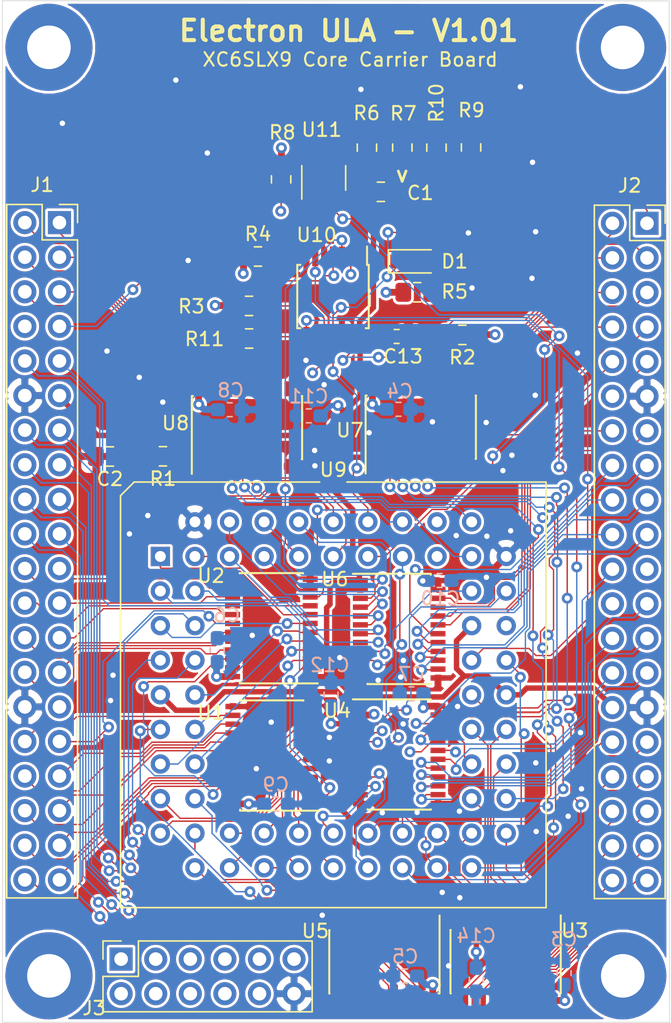
<source format=kicad_pcb>
(kicad_pcb (version 20171130) (host pcbnew "(5.1.5)-3")
  (layers (0 F.Cu signal) (1 In1.Cu signal) (2 In2.Cu signal) (31 B.Cu signal) (34 B.Paste user hide) (35 F.Paste user hide) (36 B.SilkS user) (37 F.SilkS user) (38 B.Mask user) (39 F.Mask user) (44 Edge.Cuts user))
  (net 0 "")
  (net 1 "Net-(J2-Pad21)")
  (net 2 /5V)
  (net 3 /3V3)
  (net 4 /GND)
  (net 5 /LVRA0)
  (net 6 /LVRA1)
  (net 7 /LVRA2)
  (net 8 /LVRA3)
  (net 9 /LVRA4)
  (net 10 /LVRA5)
  (net 11 /LVRA6)
  (net 12 /LVRA7)
  (net 13 /A_OE)
  (net 14 /LVA0)
  (net 15 /LVA1)
  (net 16 /LVA2)
  (net 17 /LVA3)
  (net 18 /LVA4)
  (net 19 /LVA5)
  (net 20 /LVA6)
  (net 21 /LVA7)
  (net 22 /A7)
  (net 23 /A6)
  (net 24 /A5)
  (net 25 /A4)
  (net 26 /A3)
  (net 27 /A2)
  (net 28 /A1)
  (net 29 /A0)
  (net 30 /A_DIR)
  (net 31 /LVA8)
  (net 32 /LVA9)
  (net 33 /LVA10)
  (net 34 /LVA11)
  (net 35 /LVA12)
  (net 36 /LVA13)
  (net 37 /LVA14)
  (net 38 /LVA15)
  (net 39 /A15)
  (net 40 /A14)
  (net 41 /A13)
  (net 42 /A12)
  (net 43 /A11)
  (net 44 /A10)
  (net 45 /A9)
  (net 46 /A8)
  (net 47 /CLK_IN)
  (net 48 /CAS_RC)
  (net 49 /PD7)
  (net 50 /PD5)
  (net 51 /PD4)
  (net 52 /RAM1)
  (net 53 /nRAS)
  (net 54 /CAS_OUT)
  (net 55 /RnW)
  (net 56 /RAM3)
  (net 57 /PD6)
  (net 58 /RAM2)
  (net 59 /PD3)
  (net 60 /PD2)
  (net 61 /RAM0)
  (net 62 /KBD3)
  (net 63 /nIRQ)
  (net 64 /KBD1)
  (net 65 /RA0)
  (net 66 /RA2)
  (net 67 /PD1)
  (net 68 /PD0)
  (net 69 /KBD2)
  (net 70 /nWE)
  (net 71 /KBD0)
  (net 72 /RA1)
  (net 73 /RA4)
  (net 74 /RA6)
  (net 75 /RED)
  (net 76 /RA3)
  (net 77 /RA5)
  (net 78 /RA7)
  (net 79 /GREEN)
  (net 80 /nPOR)
  (net 81 /RESET)
  (net 82 /BLUE)
  (net 83 /CASMO)
  (net 84 /SND)
  (net 85 /PHIOUT)
  (net 86 /nCAS)
  (net 87 /DIV13)
  (net 88 /nNMI)
  (net 89 /CASIN)
  (net 90 /nHS)
  (net 91 /CSYNC)
  (net 92 /CAPS)
  (net 93 /ROM)
  (net 94 /PD_OE)
  (net 95 /PD_DIR)
  (net 96 /LVPD7)
  (net 97 /LVPD1)
  (net 98 /LVPD4)
  (net 99 /LVPD5)
  (net 100 /LVPD6)
  (net 101 /LVPD3)
  (net 102 /LVPD2)
  (net 103 /LVPD0)
  (net 104 /LVKBD0)
  (net 105 /LVKBD3)
  (net 106 /LVKBD2)
  (net 107 /LVKBD1)
  (net 108 /RA_OE)
  (net 109 /LVCASMO)
  (net 110 /LVCSYNC)
  (net 111 /LVBLUE)
  (net 112 /LVnHS)
  (net 113 /LVGREEN)
  (net 114 /LVRED)
  (net 115 /LVSND)
  (net 116 /LVCAS_OUT)
  (net 117 /LVnNMI)
  (net 118 /LVCLK_IN)
  (net 119 /G2_OE)
  (net 120 "Net-(U7-Pad16)")
  (net 121 "Net-(U7-Pad15)")
  (net 122 "Net-(U7-Pad14)")
  (net 123 "Net-(U7-Pad10)")
  (net 124 "Net-(U7-Pad9)")
  (net 125 "Net-(U7-Pad8)")
  (net 126 /G2_DIR)
  (net 127 /G3_OE)
  (net 128 "Net-(U8-Pad16)")
  (net 129 "Net-(U8-Pad15)")
  (net 130 "Net-(U8-Pad14)")
  (net 131 "Net-(U8-Pad10)")
  (net 132 "Net-(U8-Pad9)")
  (net 133 "Net-(U8-Pad8)")
  (net 134 "Net-(R1-Pad1)")
  (net 135 /LVRAM3)
  (net 136 /LVRAM2)
  (net 137 /LVRAM1)
  (net 138 /LVRAM0)
  (net 139 /LVPHIOUT)
  (net 140 /LVROM)
  (net 141 /LVnCAS)
  (net 142 /LVnRAS)
  (net 143 /LVnWE)
  (net 144 /RESETIN)
  (net 145 /RESETOUT)
  (net 146 "Net-(J3-Pad4)")
  (net 147 "Net-(J3-Pad2)")
  (net 148 "Net-(J3-Pad1)")
  (net 149 /CAPSOUT)
  (net 150 "Net-(U7-Pad17)")
  (net 151 "Net-(U7-Pad7)")
  (net 152 /LVnIRQIN)
  (net 153 /LVnIRQOUT)
  (net 154 /LVRnWnOE)
  (net 155 /LVRnWOUT)
  (net 156 /LVRnWIN)
  (net 157 "Net-(R6-Pad2)")
  (net 158 /LVCASIN)
  (net 159 "Net-(J1-Pad21)")
  (net 160 "Net-(J2-Pad24)")
  (net 161 "Net-(J1-Pad8)")
  (net 162 "Net-(J3-Pad9)")
  (net 163 /G4_OE)
  (net 164 /G1_OE)
  (module Resistor_SMD:R_0805_2012Metric_Pad1.15x1.40mm_HandSolder (layer F.Cu) (at 147.85732 82.33156 180)
    (fp_text reference R11 (at 3.27544 -0.04064) (layer F.SilkS))
    (fp_text value 10K)
    (pad 2 smd roundrect (at 1.025 0 180) (size 1.15 1.4) (layers F.Cu F.Paste F.Mask) (roundrect_rratio 0.217391) (net 3 /3V3))
    (pad 1 smd roundrect (at -1.025 0 180) (size 1.15 1.4) (layers F.Cu F.Paste F.Mask) (roundrect_rratio 0.217391) (net 63 /nIRQ))
  )
  (module Resistor_SMD:R_0805_2012Metric_Pad1.15x1.40mm_HandSolder (layer F.Cu) (at 161.61512 68.31584 270)
    (fp_text reference R10 (at -3.28168 0.01016 270) (layer F.SilkS))
    (fp_text value 3.09K)
    (pad 2 smd roundrect (at 1.025 0 270) (size 1.15 1.4) (layers F.Cu F.Paste F.Mask) (roundrect_rratio 0.217391) (net 4 /GND))
    (pad 1 smd roundrect (at -1.025 0 270) (size 1.15 1.4) (layers F.Cu F.Paste F.Mask) (roundrect_rratio 0.217391) (net 89 /CASIN))
  )
  (module Resistor_SMD:R_0805_2012Metric_Pad1.15x1.40mm_HandSolder (layer F.Cu) (at 164.15512 68.30176 90)
    (fp_text reference R9 (at 2.72912 0.0254 180) (layer F.SilkS))
    (fp_text value 10K)
    (pad 2 smd roundrect (at 1.025 0 90) (size 1.15 1.4) (layers F.Cu F.Paste F.Mask) (roundrect_rratio 0.217391) (net 89 /CASIN))
    (pad 1 smd roundrect (at -1.025 0 90) (size 1.15 1.4) (layers F.Cu F.Paste F.Mask) (roundrect_rratio 0.217391) (net 2 /5V))
  )
  (module Package_TO_SOT_SMD:SOT-23-5 (layer F.Cu) (at 153.3372 70.541 90)
    (fp_text reference U11 (at 3.54088 -0.15488 180) (layer F.SilkS))
    (fp_text value MIC7221YM5-TR)
    (pad 5 smd rect (at 1.1 -0.95 90) (size 1.06 0.65) (layers F.Cu F.Paste F.Mask) (net 4 /GND))
    (pad 4 smd rect (at 1.1 0.95 90) (size 1.06 0.65) (layers F.Cu F.Paste F.Mask) (net 157 "Net-(R6-Pad2)"))
    (pad 3 smd rect (at -1.1 0.95 90) (size 1.06 0.65) (layers F.Cu F.Paste F.Mask) (net 89 /CASIN))
    (pad 2 smd rect (at -1.1 0 90) (size 1.06 0.65) (layers F.Cu F.Paste F.Mask) (net 2 /5V))
    (pad 1 smd rect (at -1.1 -0.95 90) (size 1.06 0.65) (layers F.Cu F.Paste F.Mask) (net 158 /LVCASIN))
  )
  (module Capacitor_SMD:C_0603_1608Metric_Pad1.05x0.95mm_HandSolder (layer B.Cu) (at 164.5412 129.413 270)
    (fp_text reference C14 (at -3.22072 0.00508 180) (layer B.SilkS) (effects (justify mirror)))
    (fp_text value 0.1uf)
    (pad 2 smd roundrect (at 0.875 0 270) (size 1.05 0.95) (layers B.Cu B.Paste B.Mask) (net 4 /GND))
    (pad 1 smd roundrect (at -0.875 0 270) (size 1.05 0.95) (layers B.Cu B.Paste B.Mask) (net 2 /5V))
  )
  (module Capacitor_SMD:C_0603_1608Metric_Pad1.05x0.95mm_HandSolder (layer B.Cu) (at 146.4372 87.561)
    (fp_text reference C8 (at 0.06492 -1.42452) (layer B.SilkS) (effects (justify mirror)))
    (fp_text value 0.1uf)
    (pad 2 smd roundrect (at 0.875 0) (size 1.05 0.95) (layers B.Cu B.Paste B.Mask) (net 4 /GND))
    (pad 1 smd roundrect (at -0.875 0) (size 1.05 0.95) (layers B.Cu B.Paste B.Mask) (net 3 /3V3))
  )
  (module Capacitor_SMD:C_0603_1608Metric_Pad1.05x0.95mm_HandSolder (layer F.Cu) (at 158.68904 82.18424)
    (fp_text reference C13 (at 0.47244 1.46304) (layer F.SilkS))
    (fp_text value 0.1uf)
    (pad 2 smd roundrect (at 0.875 0) (size 1.05 0.95) (layers F.Cu F.Paste F.Mask) (net 4 /GND))
    (pad 1 smd roundrect (at -0.875 0) (size 1.05 0.95) (layers F.Cu F.Paste F.Mask) (net 2 /5V))
  )
  (module Capacitor_SMD:C_0603_1608Metric_Pad1.05x0.95mm_HandSolder (layer B.Cu) (at 153.8732 108.472 90)
    (fp_text reference C12 (at 2.16284 -0.08636 180) (layer B.SilkS) (effects (justify mirror)))
    (fp_text value 0.1uf)
    (pad 2 smd roundrect (at 0.875 0 90) (size 1.05 0.95) (layers B.Cu B.Paste B.Mask) (net 4 /GND))
    (pad 1 smd roundrect (at -0.875 0 90) (size 1.05 0.95) (layers B.Cu B.Paste B.Mask) (net 2 /5V))
  )
  (module Capacitor_SMD:C_0603_1608Metric_Pad1.05x0.95mm_HandSolder (layer B.Cu) (at 152.2362 88.011 180)
    (fp_text reference C11 (at 0 1.43) (layer B.SilkS) (effects (justify mirror)))
    (fp_text value 0.1uf)
    (pad 2 smd roundrect (at 0.875 0 180) (size 1.05 0.95) (layers B.Cu B.Paste B.Mask) (net 4 /GND))
    (pad 1 smd roundrect (at -0.875 0 180) (size 1.05 0.95) (layers B.Cu B.Paste B.Mask) (net 2 /5V))
  )
  (module Capacitor_SMD:C_0603_1608Metric_Pad1.05x0.95mm_HandSolder (layer B.Cu) (at 161.8422 100.101)
    (fp_text reference C10 (at 0.06248 1.3212) (layer B.SilkS) (effects (justify mirror)))
    (fp_text value 0.1uf)
    (pad 2 smd roundrect (at 0.875 0) (size 1.05 0.95) (layers B.Cu B.Paste B.Mask) (net 4 /GND))
    (pad 1 smd roundrect (at -0.875 0) (size 1.05 0.95) (layers B.Cu B.Paste B.Mask) (net 3 /3V3))
  )
  (module Capacitor_SMD:C_0603_1608Metric_Pad1.05x0.95mm_HandSolder (layer B.Cu) (at 149.8322 116.511)
    (fp_text reference C9 (at -0.01284 -1.4236) (layer B.SilkS) (effects (justify mirror)))
    (fp_text value 0.1uf)
    (pad 2 smd roundrect (at 0.875 0) (size 1.05 0.95) (layers B.Cu B.Paste B.Mask) (net 4 /GND))
    (pad 1 smd roundrect (at -0.875 0) (size 1.05 0.95) (layers B.Cu B.Paste B.Mask) (net 3 /3V3))
  )
  (module Capacitor_SMD:C_0603_1608Metric_Pad1.05x0.95mm_HandSolder (layer B.Cu) (at 159.7872 108.421 180)
    (fp_text reference C7 (at 0 1.43) (layer B.SilkS) (effects (justify mirror)))
    (fp_text value 0.1uf)
    (pad 2 smd roundrect (at 0.875 0 180) (size 1.05 0.95) (layers B.Cu B.Paste B.Mask) (net 4 /GND))
    (pad 1 smd roundrect (at -0.875 0 180) (size 1.05 0.95) (layers B.Cu B.Paste B.Mask) (net 3 /3V3))
  )
  (module Capacitor_SMD:C_0603_1608Metric_Pad1.05x0.95mm_HandSolder (layer B.Cu) (at 145.51152 105.21188 90)
    (fp_text reference C6 (at 2.5654 0.71628 180) (layer B.SilkS) (effects (justify mirror)))
    (fp_text value 0.1uf)
    (pad 2 smd roundrect (at 0.875 0 90) (size 1.05 0.95) (layers B.Cu B.Paste B.Mask) (net 4 /GND))
    (pad 1 smd roundrect (at -0.875 0 90) (size 1.05 0.95) (layers B.Cu B.Paste B.Mask) (net 3 /3V3))
  )
  (module Capacitor_SMD:C_0603_1608Metric_Pad1.05x0.95mm_HandSolder (layer B.Cu) (at 159.3172 129.141 180)
    (fp_text reference C5 (at 0 1.43) (layer B.SilkS) (effects (justify mirror)))
    (fp_text value 0.1uf)
    (pad 2 smd roundrect (at 0.875 0 180) (size 1.05 0.95) (layers B.Cu B.Paste B.Mask) (net 4 /GND))
    (pad 1 smd roundrect (at -0.875 0 180) (size 1.05 0.95) (layers B.Cu B.Paste B.Mask) (net 3 /3V3))
  )
  (module Capacitor_SMD:C_0603_1608Metric_Pad1.05x0.95mm_HandSolder (layer B.Cu) (at 158.8272 87.531)
    (fp_text reference C4 (at 0.09044 -1.33356) (layer B.SilkS) (effects (justify mirror)))
    (fp_text value 0.1uf)
    (pad 2 smd roundrect (at 0.875 0) (size 1.05 0.95) (layers B.Cu B.Paste B.Mask) (net 4 /GND))
    (pad 1 smd roundrect (at -0.875 0) (size 1.05 0.95) (layers B.Cu B.Paste B.Mask) (net 3 /3V3))
  )
  (module Capacitor_SMD:C_0603_1608Metric_Pad1.05x0.95mm_HandSolder (layer B.Cu) (at 170.9872 128.921 90)
    (fp_text reference C3 (at 2.45948 -0.00456 180) (layer B.SilkS) (effects (justify mirror)))
    (fp_text value 0.1uf)
    (pad 2 smd roundrect (at 0.875 0 90) (size 1.05 0.95) (layers B.Cu B.Paste B.Mask) (net 4 /GND))
    (pad 1 smd roundrect (at -0.875 0 90) (size 1.05 0.95) (layers B.Cu B.Paste B.Mask) (net 3 /3V3))
  )
  (module MountingHole:MountingHole_3.2mm_M3_Pad (layer F.Cu) (at 133.1572 129.131)
    (fp_text reference H2 hide)
    (fp_text value MountingHole_Pad)
    (pad 1 thru_hole circle (at 0 0) (size 6.4 6.4) (drill 3.2) (layers *.Cu *.Mask))
  )
  (module MountingHole:MountingHole_3.2mm_M3_Pad (layer F.Cu) (at 175.2972 129.131)
    (fp_text reference H2 hide)
    (fp_text value MountingHole_Pad)
    (pad 1 thru_hole circle (at 0 0) (size 6.4 6.4) (drill 3.2) (layers *.Cu *.Mask))
  )
  (module MountingHole:MountingHole_3.2mm_M3_Pad (layer F.Cu) (at 133.1572 60.951)
    (fp_text reference H2 hide)
    (fp_text value MountingHole_Pad)
    (pad 1 thru_hole circle (at 0 0) (size 6.4 6.4) (drill 3.2) (layers *.Cu *.Mask))
  )
  (module MountingHole:MountingHole_3.2mm_M3_Pad (layer F.Cu) (at 175.2872 60.961)
    (fp_text reference H2 hide)
    (fp_text value MountingHole_Pad)
    (pad 1 thru_hole circle (at 0 0) (size 6.4 6.4) (drill 3.2) (layers *.Cu *.Mask))
  )
  (module Package_SO:TSSOP-24_4.4x7.8mm_P0.65mm (layer F.Cu) (at 147.72386 88.8746 90)
    (fp_text reference U8 (at 0.32512 -5.2705 180) (layer F.SilkS))
    (fp_text value 74LVC4245APW)
    (pad 24 smd rect (at 2.85 -3.575 90) (size 1.1 0.4) (layers F.Cu F.Paste F.Mask) (net 3 /3V3))
    (pad 23 smd rect (at 2.85 -2.925 90) (size 1.1 0.4) (layers F.Cu F.Paste F.Mask) (net 3 /3V3))
    (pad 22 smd rect (at 2.85 -2.275 90) (size 1.1 0.4) (layers F.Cu F.Paste F.Mask) (net 127 /G3_OE))
    (pad 21 smd rect (at 2.85 -1.625 90) (size 1.1 0.4) (layers F.Cu F.Paste F.Mask) (net 139 /LVPHIOUT))
    (pad 20 smd rect (at 2.85 -0.975 90) (size 1.1 0.4) (layers F.Cu F.Paste F.Mask) (net 140 /LVROM))
    (pad 19 smd rect (at 2.85 -0.325 90) (size 1.1 0.4) (layers F.Cu F.Paste F.Mask) (net 141 /LVnCAS))
    (pad 18 smd rect (at 2.85 0.325 90) (size 1.1 0.4) (layers F.Cu F.Paste F.Mask) (net 142 /LVnRAS))
    (pad 17 smd rect (at 2.85 0.975 90) (size 1.1 0.4) (layers F.Cu F.Paste F.Mask) (net 143 /LVnWE))
    (pad 16 smd rect (at 2.85 1.625 90) (size 1.1 0.4) (layers F.Cu F.Paste F.Mask) (net 128 "Net-(U8-Pad16)"))
    (pad 15 smd rect (at 2.85 2.275 90) (size 1.1 0.4) (layers F.Cu F.Paste F.Mask) (net 129 "Net-(U8-Pad15)"))
    (pad 14 smd rect (at 2.85 2.925 90) (size 1.1 0.4) (layers F.Cu F.Paste F.Mask) (net 130 "Net-(U8-Pad14)"))
    (pad 13 smd rect (at 2.85 3.575 90) (size 1.1 0.4) (layers F.Cu F.Paste F.Mask) (net 4 /GND))
    (pad 12 smd rect (at -2.85 3.575 90) (size 1.1 0.4) (layers F.Cu F.Paste F.Mask) (net 4 /GND))
    (pad 11 smd rect (at -2.85 2.925 90) (size 1.1 0.4) (layers F.Cu F.Paste F.Mask) (net 4 /GND))
    (pad 10 smd rect (at -2.85 2.275 90) (size 1.1 0.4) (layers F.Cu F.Paste F.Mask) (net 131 "Net-(U8-Pad10)"))
    (pad 9 smd rect (at -2.85 1.625 90) (size 1.1 0.4) (layers F.Cu F.Paste F.Mask) (net 132 "Net-(U8-Pad9)"))
    (pad 8 smd rect (at -2.85 0.975 90) (size 1.1 0.4) (layers F.Cu F.Paste F.Mask) (net 133 "Net-(U8-Pad8)"))
    (pad 7 smd rect (at -2.85 0.325 90) (size 1.1 0.4) (layers F.Cu F.Paste F.Mask) (net 70 /nWE))
    (pad 6 smd rect (at -2.85 -0.325 90) (size 1.1 0.4) (layers F.Cu F.Paste F.Mask) (net 53 /nRAS))
    (pad 5 smd rect (at -2.85 -0.975 90) (size 1.1 0.4) (layers F.Cu F.Paste F.Mask) (net 86 /nCAS))
    (pad 4 smd rect (at -2.85 -1.625 90) (size 1.1 0.4) (layers F.Cu F.Paste F.Mask) (net 93 /ROM))
    (pad 3 smd rect (at -2.85 -2.275 90) (size 1.1 0.4) (layers F.Cu F.Paste F.Mask) (net 134 "Net-(R1-Pad1)"))
    (pad 2 smd rect (at -2.85 -2.925 90) (size 1.1 0.4) (layers F.Cu F.Paste F.Mask) (net 4 /GND))
    (pad 1 smd rect (at -2.85 -3.575 90) (size 1.1 0.4) (layers F.Cu F.Paste F.Mask) (net 2 /5V))
  )
  (module Package_SO:TSSOP-24_4.4x7.8mm_P0.65mm (layer F.Cu) (at 160.48736 88.84412 90)
    (fp_text reference U7 (at -0.2286 -5.22732 180) (layer F.SilkS))
    (fp_text value 74LVC4245APW)
    (pad 24 smd rect (at 2.85 -3.575 90) (size 1.1 0.4) (layers F.Cu F.Paste F.Mask) (net 3 /3V3))
    (pad 23 smd rect (at 2.85 -2.925 90) (size 1.1 0.4) (layers F.Cu F.Paste F.Mask) (net 3 /3V3))
    (pad 22 smd rect (at 2.85 -2.275 90) (size 1.1 0.4) (layers F.Cu F.Paste F.Mask) (net 119 /G2_OE))
    (pad 21 smd rect (at 2.85 -1.625 90) (size 1.1 0.4) (layers F.Cu F.Paste F.Mask) (net 138 /LVRAM0))
    (pad 20 smd rect (at 2.85 -0.975 90) (size 1.1 0.4) (layers F.Cu F.Paste F.Mask) (net 137 /LVRAM1))
    (pad 19 smd rect (at 2.85 -0.325 90) (size 1.1 0.4) (layers F.Cu F.Paste F.Mask) (net 136 /LVRAM2))
    (pad 18 smd rect (at 2.85 0.325 90) (size 1.1 0.4) (layers F.Cu F.Paste F.Mask) (net 135 /LVRAM3))
    (pad 17 smd rect (at 2.85 0.975 90) (size 1.1 0.4) (layers F.Cu F.Paste F.Mask) (net 150 "Net-(U7-Pad17)"))
    (pad 16 smd rect (at 2.85 1.625 90) (size 1.1 0.4) (layers F.Cu F.Paste F.Mask) (net 120 "Net-(U7-Pad16)"))
    (pad 15 smd rect (at 2.85 2.275 90) (size 1.1 0.4) (layers F.Cu F.Paste F.Mask) (net 121 "Net-(U7-Pad15)"))
    (pad 14 smd rect (at 2.85 2.925 90) (size 1.1 0.4) (layers F.Cu F.Paste F.Mask) (net 122 "Net-(U7-Pad14)"))
    (pad 13 smd rect (at 2.85 3.575 90) (size 1.1 0.4) (layers F.Cu F.Paste F.Mask) (net 4 /GND))
    (pad 12 smd rect (at -2.85 3.575 90) (size 1.1 0.4) (layers F.Cu F.Paste F.Mask) (net 4 /GND))
    (pad 11 smd rect (at -2.85 2.925 90) (size 1.1 0.4) (layers F.Cu F.Paste F.Mask) (net 4 /GND))
    (pad 10 smd rect (at -2.85 2.275 90) (size 1.1 0.4) (layers F.Cu F.Paste F.Mask) (net 123 "Net-(U7-Pad10)"))
    (pad 9 smd rect (at -2.85 1.625 90) (size 1.1 0.4) (layers F.Cu F.Paste F.Mask) (net 124 "Net-(U7-Pad9)"))
    (pad 8 smd rect (at -2.85 0.975 90) (size 1.1 0.4) (layers F.Cu F.Paste F.Mask) (net 125 "Net-(U7-Pad8)"))
    (pad 7 smd rect (at -2.85 0.325 90) (size 1.1 0.4) (layers F.Cu F.Paste F.Mask) (net 151 "Net-(U7-Pad7)"))
    (pad 6 smd rect (at -2.85 -0.325 90) (size 1.1 0.4) (layers F.Cu F.Paste F.Mask) (net 56 /RAM3))
    (pad 5 smd rect (at -2.85 -0.975 90) (size 1.1 0.4) (layers F.Cu F.Paste F.Mask) (net 58 /RAM2))
    (pad 4 smd rect (at -2.85 -1.625 90) (size 1.1 0.4) (layers F.Cu F.Paste F.Mask) (net 52 /RAM1))
    (pad 3 smd rect (at -2.85 -2.275 90) (size 1.1 0.4) (layers F.Cu F.Paste F.Mask) (net 61 /RAM0))
    (pad 2 smd rect (at -2.85 -2.925 90) (size 1.1 0.4) (layers F.Cu F.Paste F.Mask) (net 126 /G2_DIR))
    (pad 1 smd rect (at -2.85 -3.575 90) (size 1.1 0.4) (layers F.Cu F.Paste F.Mask) (net 2 /5V))
  )
  (module Package_SO:TSSOP-24_4.4x7.8mm_P0.65mm (layer F.Cu) (at 158.877 103.6828)
    (fp_text reference U6 (at -4.7244 -3.67792) (layer F.SilkS))
    (fp_text value 74LVC4245APW)
    (pad 24 smd rect (at 2.85 -3.575) (size 1.1 0.4) (layers F.Cu F.Paste F.Mask) (net 3 /3V3))
    (pad 23 smd rect (at 2.85 -2.925) (size 1.1 0.4) (layers F.Cu F.Paste F.Mask) (net 3 /3V3))
    (pad 22 smd rect (at 2.85 -2.275) (size 1.1 0.4) (layers F.Cu F.Paste F.Mask) (net 164 /G1_OE))
    (pad 21 smd rect (at 2.85 -1.625) (size 1.1 0.4) (layers F.Cu F.Paste F.Mask) (net 109 /LVCASMO))
    (pad 20 smd rect (at 2.85 -0.975) (size 1.1 0.4) (layers F.Cu F.Paste F.Mask) (net 110 /LVCSYNC))
    (pad 19 smd rect (at 2.85 -0.325) (size 1.1 0.4) (layers F.Cu F.Paste F.Mask) (net 111 /LVBLUE))
    (pad 18 smd rect (at 2.85 0.325) (size 1.1 0.4) (layers F.Cu F.Paste F.Mask) (net 112 /LVnHS))
    (pad 17 smd rect (at 2.85 0.975) (size 1.1 0.4) (layers F.Cu F.Paste F.Mask) (net 113 /LVGREEN))
    (pad 16 smd rect (at 2.85 1.625) (size 1.1 0.4) (layers F.Cu F.Paste F.Mask) (net 114 /LVRED))
    (pad 15 smd rect (at 2.85 2.275) (size 1.1 0.4) (layers F.Cu F.Paste F.Mask) (net 115 /LVSND))
    (pad 14 smd rect (at 2.85 2.925) (size 1.1 0.4) (layers F.Cu F.Paste F.Mask) (net 116 /LVCAS_OUT))
    (pad 13 smd rect (at 2.85 3.575) (size 1.1 0.4) (layers F.Cu F.Paste F.Mask) (net 4 /GND))
    (pad 12 smd rect (at -2.85 3.575) (size 1.1 0.4) (layers F.Cu F.Paste F.Mask) (net 4 /GND))
    (pad 11 smd rect (at -2.85 2.925) (size 1.1 0.4) (layers F.Cu F.Paste F.Mask) (net 4 /GND))
    (pad 10 smd rect (at -2.85 2.275) (size 1.1 0.4) (layers F.Cu F.Paste F.Mask) (net 54 /CAS_OUT))
    (pad 9 smd rect (at -2.85 1.625) (size 1.1 0.4) (layers F.Cu F.Paste F.Mask) (net 84 /SND))
    (pad 8 smd rect (at -2.85 0.975) (size 1.1 0.4) (layers F.Cu F.Paste F.Mask) (net 75 /RED))
    (pad 7 smd rect (at -2.85 0.325) (size 1.1 0.4) (layers F.Cu F.Paste F.Mask) (net 79 /GREEN))
    (pad 6 smd rect (at -2.85 -0.325) (size 1.1 0.4) (layers F.Cu F.Paste F.Mask) (net 90 /nHS))
    (pad 5 smd rect (at -2.85 -0.975) (size 1.1 0.4) (layers F.Cu F.Paste F.Mask) (net 82 /BLUE))
    (pad 4 smd rect (at -2.85 -1.625) (size 1.1 0.4) (layers F.Cu F.Paste F.Mask) (net 91 /CSYNC))
    (pad 3 smd rect (at -2.85 -2.275) (size 1.1 0.4) (layers F.Cu F.Paste F.Mask) (net 83 /CASMO))
    (pad 2 smd rect (at -2.85 -2.925) (size 1.1 0.4) (layers F.Cu F.Paste F.Mask) (net 4 /GND))
    (pad 1 smd rect (at -2.85 -3.575) (size 1.1 0.4) (layers F.Cu F.Paste F.Mask) (net 2 /5V))
  )
  (module Package_SO:TSSOP-24_4.4x7.8mm_P0.65mm (layer F.Cu) (at 157.7672 128.101 270)
    (fp_text reference U5 (at -2.25924 5.04716 180) (layer F.SilkS))
    (fp_text value 74LVC4245APW)
    (pad 24 smd rect (at 2.85 -3.575 270) (size 1.1 0.4) (layers F.Cu F.Paste F.Mask) (net 3 /3V3))
    (pad 23 smd rect (at 2.85 -2.925 270) (size 1.1 0.4) (layers F.Cu F.Paste F.Mask) (net 3 /3V3))
    (pad 22 smd rect (at 2.85 -2.275 270) (size 1.1 0.4) (layers F.Cu F.Paste F.Mask) (net 108 /RA_OE))
    (pad 21 smd rect (at 2.85 -1.625 270) (size 1.1 0.4) (layers F.Cu F.Paste F.Mask) (net 5 /LVRA0))
    (pad 20 smd rect (at 2.85 -0.975 270) (size 1.1 0.4) (layers F.Cu F.Paste F.Mask) (net 6 /LVRA1))
    (pad 19 smd rect (at 2.85 -0.325 270) (size 1.1 0.4) (layers F.Cu F.Paste F.Mask) (net 7 /LVRA2))
    (pad 18 smd rect (at 2.85 0.325 270) (size 1.1 0.4) (layers F.Cu F.Paste F.Mask) (net 8 /LVRA3))
    (pad 17 smd rect (at 2.85 0.975 270) (size 1.1 0.4) (layers F.Cu F.Paste F.Mask) (net 9 /LVRA4))
    (pad 16 smd rect (at 2.85 1.625 270) (size 1.1 0.4) (layers F.Cu F.Paste F.Mask) (net 10 /LVRA5))
    (pad 15 smd rect (at 2.85 2.275 270) (size 1.1 0.4) (layers F.Cu F.Paste F.Mask) (net 11 /LVRA6))
    (pad 14 smd rect (at 2.85 2.925 270) (size 1.1 0.4) (layers F.Cu F.Paste F.Mask) (net 12 /LVRA7))
    (pad 13 smd rect (at 2.85 3.575 270) (size 1.1 0.4) (layers F.Cu F.Paste F.Mask) (net 4 /GND))
    (pad 12 smd rect (at -2.85 3.575 270) (size 1.1 0.4) (layers F.Cu F.Paste F.Mask) (net 4 /GND))
    (pad 11 smd rect (at -2.85 2.925 270) (size 1.1 0.4) (layers F.Cu F.Paste F.Mask) (net 4 /GND))
    (pad 10 smd rect (at -2.85 2.275 270) (size 1.1 0.4) (layers F.Cu F.Paste F.Mask) (net 78 /RA7))
    (pad 9 smd rect (at -2.85 1.625 270) (size 1.1 0.4) (layers F.Cu F.Paste F.Mask) (net 74 /RA6))
    (pad 8 smd rect (at -2.85 0.975 270) (size 1.1 0.4) (layers F.Cu F.Paste F.Mask) (net 77 /RA5))
    (pad 7 smd rect (at -2.85 0.325 270) (size 1.1 0.4) (layers F.Cu F.Paste F.Mask) (net 73 /RA4))
    (pad 6 smd rect (at -2.85 -0.325 270) (size 1.1 0.4) (layers F.Cu F.Paste F.Mask) (net 76 /RA3))
    (pad 5 smd rect (at -2.85 -0.975 270) (size 1.1 0.4) (layers F.Cu F.Paste F.Mask) (net 66 /RA2))
    (pad 4 smd rect (at -2.85 -1.625 270) (size 1.1 0.4) (layers F.Cu F.Paste F.Mask) (net 72 /RA1))
    (pad 3 smd rect (at -2.85 -2.275 270) (size 1.1 0.4) (layers F.Cu F.Paste F.Mask) (net 65 /RA0))
    (pad 2 smd rect (at -2.85 -2.925 270) (size 1.1 0.4) (layers F.Cu F.Paste F.Mask) (net 4 /GND))
    (pad 1 smd rect (at -2.85 -3.575 270) (size 1.1 0.4) (layers F.Cu F.Paste F.Mask) (net 2 /5V))
  )
  (module Package_SO:TSSOP-24_4.4x7.8mm_P0.65mm (layer F.Cu) (at 158.877 112.903)
    (fp_text reference U4 (at -4.54152 -3.24612) (layer F.SilkS))
    (fp_text value 74LVC4245APW)
    (pad 24 smd rect (at 2.85 -3.575) (size 1.1 0.4) (layers F.Cu F.Paste F.Mask) (net 3 /3V3))
    (pad 23 smd rect (at 2.85 -2.925) (size 1.1 0.4) (layers F.Cu F.Paste F.Mask) (net 3 /3V3))
    (pad 22 smd rect (at 2.85 -2.275) (size 1.1 0.4) (layers F.Cu F.Paste F.Mask) (net 163 /G4_OE))
    (pad 21 smd rect (at 2.85 -1.625) (size 1.1 0.4) (layers F.Cu F.Paste F.Mask) (net 118 /LVCLK_IN))
    (pad 20 smd rect (at 2.85 -0.975) (size 1.1 0.4) (layers F.Cu F.Paste F.Mask) (net 152 /LVnIRQIN))
    (pad 19 smd rect (at 2.85 -0.325) (size 1.1 0.4) (layers F.Cu F.Paste F.Mask) (net 156 /LVRnWIN))
    (pad 18 smd rect (at 2.85 0.325) (size 1.1 0.4) (layers F.Cu F.Paste F.Mask) (net 117 /LVnNMI))
    (pad 17 smd rect (at 2.85 0.975) (size 1.1 0.4) (layers F.Cu F.Paste F.Mask) (net 105 /LVKBD3))
    (pad 16 smd rect (at 2.85 1.625) (size 1.1 0.4) (layers F.Cu F.Paste F.Mask) (net 106 /LVKBD2))
    (pad 15 smd rect (at 2.85 2.275) (size 1.1 0.4) (layers F.Cu F.Paste F.Mask) (net 107 /LVKBD1))
    (pad 14 smd rect (at 2.85 2.925) (size 1.1 0.4) (layers F.Cu F.Paste F.Mask) (net 104 /LVKBD0))
    (pad 13 smd rect (at 2.85 3.575) (size 1.1 0.4) (layers F.Cu F.Paste F.Mask) (net 4 /GND))
    (pad 12 smd rect (at -2.85 3.575) (size 1.1 0.4) (layers F.Cu F.Paste F.Mask) (net 4 /GND))
    (pad 11 smd rect (at -2.85 2.925) (size 1.1 0.4) (layers F.Cu F.Paste F.Mask) (net 4 /GND))
    (pad 10 smd rect (at -2.85 2.275) (size 1.1 0.4) (layers F.Cu F.Paste F.Mask) (net 71 /KBD0))
    (pad 9 smd rect (at -2.85 1.625) (size 1.1 0.4) (layers F.Cu F.Paste F.Mask) (net 64 /KBD1))
    (pad 8 smd rect (at -2.85 0.975) (size 1.1 0.4) (layers F.Cu F.Paste F.Mask) (net 69 /KBD2))
    (pad 7 smd rect (at -2.85 0.325) (size 1.1 0.4) (layers F.Cu F.Paste F.Mask) (net 62 /KBD3))
    (pad 6 smd rect (at -2.85 -0.325) (size 1.1 0.4) (layers F.Cu F.Paste F.Mask) (net 88 /nNMI))
    (pad 5 smd rect (at -2.85 -0.975) (size 1.1 0.4) (layers F.Cu F.Paste F.Mask) (net 55 /RnW))
    (pad 4 smd rect (at -2.85 -1.625) (size 1.1 0.4) (layers F.Cu F.Paste F.Mask) (net 63 /nIRQ))
    (pad 3 smd rect (at -2.85 -2.275) (size 1.1 0.4) (layers F.Cu F.Paste F.Mask) (net 47 /CLK_IN))
    (pad 2 smd rect (at -2.85 -2.925) (size 1.1 0.4) (layers F.Cu F.Paste F.Mask) (net 3 /3V3))
    (pad 1 smd rect (at -2.85 -3.575) (size 1.1 0.4) (layers F.Cu F.Paste F.Mask) (net 2 /5V))
  )
  (module Package_SO:TSSOP-24_4.4x7.8mm_P0.65mm (layer F.Cu) (at 166.6672 128.091 270)
    (fp_text reference U3 (at -2.27972 -5.10792 180) (layer F.SilkS))
    (fp_text value 74LVC4245APW)
    (pad 24 smd rect (at 2.85 -3.575 270) (size 1.1 0.4) (layers F.Cu F.Paste F.Mask) (net 3 /3V3))
    (pad 23 smd rect (at 2.85 -2.925 270) (size 1.1 0.4) (layers F.Cu F.Paste F.Mask) (net 3 /3V3))
    (pad 22 smd rect (at 2.85 -2.275 270) (size 1.1 0.4) (layers F.Cu F.Paste F.Mask) (net 94 /PD_OE))
    (pad 21 smd rect (at 2.85 -1.625 270) (size 1.1 0.4) (layers F.Cu F.Paste F.Mask) (net 96 /LVPD7))
    (pad 20 smd rect (at 2.85 -0.975 270) (size 1.1 0.4) (layers F.Cu F.Paste F.Mask) (net 97 /LVPD1))
    (pad 19 smd rect (at 2.85 -0.325 270) (size 1.1 0.4) (layers F.Cu F.Paste F.Mask) (net 98 /LVPD4))
    (pad 18 smd rect (at 2.85 0.325 270) (size 1.1 0.4) (layers F.Cu F.Paste F.Mask) (net 99 /LVPD5))
    (pad 17 smd rect (at 2.85 0.975 270) (size 1.1 0.4) (layers F.Cu F.Paste F.Mask) (net 100 /LVPD6))
    (pad 16 smd rect (at 2.85 1.625 270) (size 1.1 0.4) (layers F.Cu F.Paste F.Mask) (net 101 /LVPD3))
    (pad 15 smd rect (at 2.85 2.275 270) (size 1.1 0.4) (layers F.Cu F.Paste F.Mask) (net 102 /LVPD2))
    (pad 14 smd rect (at 2.85 2.925 270) (size 1.1 0.4) (layers F.Cu F.Paste F.Mask) (net 103 /LVPD0))
    (pad 13 smd rect (at 2.85 3.575 270) (size 1.1 0.4) (layers F.Cu F.Paste F.Mask) (net 4 /GND))
    (pad 12 smd rect (at -2.85 3.575 270) (size 1.1 0.4) (layers F.Cu F.Paste F.Mask) (net 4 /GND))
    (pad 11 smd rect (at -2.85 2.925 270) (size 1.1 0.4) (layers F.Cu F.Paste F.Mask) (net 4 /GND))
    (pad 10 smd rect (at -2.85 2.275 270) (size 1.1 0.4) (layers F.Cu F.Paste F.Mask) (net 68 /PD0))
    (pad 9 smd rect (at -2.85 1.625 270) (size 1.1 0.4) (layers F.Cu F.Paste F.Mask) (net 60 /PD2))
    (pad 8 smd rect (at -2.85 0.975 270) (size 1.1 0.4) (layers F.Cu F.Paste F.Mask) (net 59 /PD3))
    (pad 7 smd rect (at -2.85 0.325 270) (size 1.1 0.4) (layers F.Cu F.Paste F.Mask) (net 57 /PD6))
    (pad 6 smd rect (at -2.85 -0.325 270) (size 1.1 0.4) (layers F.Cu F.Paste F.Mask) (net 50 /PD5))
    (pad 5 smd rect (at -2.85 -0.975 270) (size 1.1 0.4) (layers F.Cu F.Paste F.Mask) (net 51 /PD4))
    (pad 4 smd rect (at -2.85 -1.625 270) (size 1.1 0.4) (layers F.Cu F.Paste F.Mask) (net 67 /PD1))
    (pad 3 smd rect (at -2.85 -2.275 270) (size 1.1 0.4) (layers F.Cu F.Paste F.Mask) (net 49 /PD7))
    (pad 2 smd rect (at -2.85 -2.925 270) (size 1.1 0.4) (layers F.Cu F.Paste F.Mask) (net 95 /PD_DIR))
    (pad 1 smd rect (at -2.85 -3.575 270) (size 1.1 0.4) (layers F.Cu F.Paste F.Mask) (net 2 /5V))
  )
  (module Package_SO:TSSOP-24_4.4x7.8mm_P0.65mm (layer F.Cu) (at 149.4917 103.5812 180)
    (fp_text reference U2 (at 4.4323 3.82524) (layer F.SilkS))
    (fp_text value 74LVC4245APW)
    (pad 24 smd rect (at 2.85 -3.575 180) (size 1.1 0.4) (layers F.Cu F.Paste F.Mask) (net 3 /3V3))
    (pad 23 smd rect (at 2.85 -2.925 180) (size 1.1 0.4) (layers F.Cu F.Paste F.Mask) (net 3 /3V3))
    (pad 22 smd rect (at 2.85 -2.275 180) (size 1.1 0.4) (layers F.Cu F.Paste F.Mask) (net 13 /A_OE))
    (pad 21 smd rect (at 2.85 -1.625 180) (size 1.1 0.4) (layers F.Cu F.Paste F.Mask) (net 36 /LVA13))
    (pad 20 smd rect (at 2.85 -0.975 180) (size 1.1 0.4) (layers F.Cu F.Paste F.Mask) (net 35 /LVA12))
    (pad 19 smd rect (at 2.85 -0.325 180) (size 1.1 0.4) (layers F.Cu F.Paste F.Mask) (net 16 /LVA2))
    (pad 18 smd rect (at 2.85 0.325 180) (size 1.1 0.4) (layers F.Cu F.Paste F.Mask) (net 37 /LVA14))
    (pad 17 smd rect (at 2.85 0.975 180) (size 1.1 0.4) (layers F.Cu F.Paste F.Mask) (net 14 /LVA0))
    (pad 16 smd rect (at 2.85 1.625 180) (size 1.1 0.4) (layers F.Cu F.Paste F.Mask) (net 15 /LVA1))
    (pad 15 smd rect (at 2.85 2.275 180) (size 1.1 0.4) (layers F.Cu F.Paste F.Mask) (net 31 /LVA8))
    (pad 14 smd rect (at 2.85 2.925 180) (size 1.1 0.4) (layers F.Cu F.Paste F.Mask) (net 38 /LVA15))
    (pad 13 smd rect (at 2.85 3.575 180) (size 1.1 0.4) (layers F.Cu F.Paste F.Mask) (net 4 /GND))
    (pad 12 smd rect (at -2.85 3.575 180) (size 1.1 0.4) (layers F.Cu F.Paste F.Mask) (net 4 /GND))
    (pad 11 smd rect (at -2.85 2.925 180) (size 1.1 0.4) (layers F.Cu F.Paste F.Mask) (net 4 /GND))
    (pad 10 smd rect (at -2.85 2.275 180) (size 1.1 0.4) (layers F.Cu F.Paste F.Mask) (net 39 /A15))
    (pad 9 smd rect (at -2.85 1.625 180) (size 1.1 0.4) (layers F.Cu F.Paste F.Mask) (net 46 /A8))
    (pad 8 smd rect (at -2.85 0.975 180) (size 1.1 0.4) (layers F.Cu F.Paste F.Mask) (net 28 /A1))
    (pad 7 smd rect (at -2.85 0.325 180) (size 1.1 0.4) (layers F.Cu F.Paste F.Mask) (net 29 /A0))
    (pad 6 smd rect (at -2.85 -0.325 180) (size 1.1 0.4) (layers F.Cu F.Paste F.Mask) (net 40 /A14))
    (pad 5 smd rect (at -2.85 -0.975 180) (size 1.1 0.4) (layers F.Cu F.Paste F.Mask) (net 27 /A2))
    (pad 4 smd rect (at -2.85 -1.625 180) (size 1.1 0.4) (layers F.Cu F.Paste F.Mask) (net 42 /A12))
    (pad 3 smd rect (at -2.85 -2.275 180) (size 1.1 0.4) (layers F.Cu F.Paste F.Mask) (net 41 /A13))
    (pad 2 smd rect (at -2.85 -2.925 180) (size 1.1 0.4) (layers F.Cu F.Paste F.Mask) (net 30 /A_DIR))
    (pad 1 smd rect (at -2.85 -3.575 180) (size 1.1 0.4) (layers F.Cu F.Paste F.Mask) (net 2 /5V))
  )
  (module Package_SO:TSSOP-24_4.4x7.8mm_P0.65mm (layer F.Cu) (at 149.5171 112.9284 180)
    (fp_text reference U1 (at 4.4577 3.11404) (layer F.SilkS))
    (fp_text value 74LVC4245APW)
    (pad 24 smd rect (at 2.85 -3.575 180) (size 1.1 0.4) (layers F.Cu F.Paste F.Mask) (net 3 /3V3))
    (pad 23 smd rect (at 2.85 -2.925 180) (size 1.1 0.4) (layers F.Cu F.Paste F.Mask) (net 3 /3V3))
    (pad 22 smd rect (at 2.85 -2.275 180) (size 1.1 0.4) (layers F.Cu F.Paste F.Mask) (net 13 /A_OE))
    (pad 21 smd rect (at 2.85 -1.625 180) (size 1.1 0.4) (layers F.Cu F.Paste F.Mask) (net 32 /LVA9))
    (pad 20 smd rect (at 2.85 -0.975 180) (size 1.1 0.4) (layers F.Cu F.Paste F.Mask) (net 33 /LVA10))
    (pad 19 smd rect (at 2.85 -0.325 180) (size 1.1 0.4) (layers F.Cu F.Paste F.Mask) (net 17 /LVA3))
    (pad 18 smd rect (at 2.85 0.325 180) (size 1.1 0.4) (layers F.Cu F.Paste F.Mask) (net 34 /LVA11))
    (pad 17 smd rect (at 2.85 0.975 180) (size 1.1 0.4) (layers F.Cu F.Paste F.Mask) (net 19 /LVA5))
    (pad 16 smd rect (at 2.85 1.625 180) (size 1.1 0.4) (layers F.Cu F.Paste F.Mask) (net 18 /LVA4))
    (pad 15 smd rect (at 2.85 2.275 180) (size 1.1 0.4) (layers F.Cu F.Paste F.Mask) (net 20 /LVA6))
    (pad 14 smd rect (at 2.85 2.925 180) (size 1.1 0.4) (layers F.Cu F.Paste F.Mask) (net 21 /LVA7))
    (pad 13 smd rect (at 2.85 3.575 180) (size 1.1 0.4) (layers F.Cu F.Paste F.Mask) (net 4 /GND))
    (pad 12 smd rect (at -2.85 3.575 180) (size 1.1 0.4) (layers F.Cu F.Paste F.Mask) (net 4 /GND))
    (pad 11 smd rect (at -2.85 2.925 180) (size 1.1 0.4) (layers F.Cu F.Paste F.Mask) (net 4 /GND))
    (pad 10 smd rect (at -2.85 2.275 180) (size 1.1 0.4) (layers F.Cu F.Paste F.Mask) (net 22 /A7))
    (pad 9 smd rect (at -2.85 1.625 180) (size 1.1 0.4) (layers F.Cu F.Paste F.Mask) (net 23 /A6))
    (pad 8 smd rect (at -2.85 0.975 180) (size 1.1 0.4) (layers F.Cu F.Paste F.Mask) (net 25 /A4))
    (pad 7 smd rect (at -2.85 0.325 180) (size 1.1 0.4) (layers F.Cu F.Paste F.Mask) (net 24 /A5))
    (pad 6 smd rect (at -2.85 -0.325 180) (size 1.1 0.4) (layers F.Cu F.Paste F.Mask) (net 43 /A11))
    (pad 5 smd rect (at -2.85 -0.975 180) (size 1.1 0.4) (layers F.Cu F.Paste F.Mask) (net 26 /A3))
    (pad 4 smd rect (at -2.85 -1.625 180) (size 1.1 0.4) (layers F.Cu F.Paste F.Mask) (net 44 /A10))
    (pad 3 smd rect (at -2.85 -2.275 180) (size 1.1 0.4) (layers F.Cu F.Paste F.Mask) (net 45 /A9))
    (pad 2 smd rect (at -2.85 -2.925 180) (size 1.1 0.4) (layers F.Cu F.Paste F.Mask) (net 30 /A_DIR))
    (pad 1 smd rect (at -2.85 -3.575 180) (size 1.1 0.4) (layers F.Cu F.Paste F.Mask) (net 2 /5V))
  )
  (module Resistor_SMD:R_0805_2012Metric_Pad1.15x1.40mm_HandSolder (layer F.Cu) (at 150.2072 70.646 90)
    (fp_text reference R8 (at 3.44268 0.0846 180) (layer F.SilkS))
    (fp_text value 1K)
    (pad 2 smd roundrect (at 1.025 0 90) (size 1.15 1.4) (layers F.Cu F.Paste F.Mask) (roundrect_rratio 0.217391) (net 3 /3V3))
    (pad 1 smd roundrect (at -1.025 0 90) (size 1.15 1.4) (layers F.Cu F.Paste F.Mask) (roundrect_rratio 0.217391) (net 158 /LVCASIN))
  )
  (module Resistor_SMD:R_0805_2012Metric_Pad1.15x1.40mm_HandSolder (layer F.Cu) (at 156.5072 68.316 270)
    (fp_text reference R7 (at -2.50968 -2.6746 180) (layer F.SilkS))
    (fp_text value 1K)
    (pad 2 smd roundrect (at 1.025 0 270) (size 1.15 1.4) (layers F.Cu F.Paste F.Mask) (roundrect_rratio 0.217391) (net 2 /5V))
    (pad 1 smd roundrect (at -1.025 0 270) (size 1.15 1.4) (layers F.Cu F.Paste F.Mask) (roundrect_rratio 0.217391) (net 157 "Net-(R6-Pad2)"))
  )
  (module Resistor_SMD:R_0805_2012Metric_Pad1.15x1.40mm_HandSolder (layer F.Cu) (at 159.1072 68.311 90)
    (fp_text reference R6 (at 2.53008 -2.62288 180) (layer F.SilkS))
    (fp_text value 2.26K)
    (pad 2 smd roundrect (at 1.025 0 90) (size 1.15 1.4) (layers F.Cu F.Paste F.Mask) (roundrect_rratio 0.217391) (net 157 "Net-(R6-Pad2)"))
    (pad 1 smd roundrect (at -1.025 0 90) (size 1.15 1.4) (layers F.Cu F.Paste F.Mask) (roundrect_rratio 0.217391) (net 4 /GND))
  )
  (module Capacitor_SMD:C_0805_2012Metric_Pad1.15x1.40mm_HandSolder (layer F.Cu) (at 157.5322 71.561 180)
    (fp_text reference C1 (at -2.8942 -0.08224) (layer F.SilkS))
    (fp_text value 0.1uf)
    (pad 2 smd roundrect (at 1.025 0 180) (size 1.15 1.4) (layers F.Cu F.Paste F.Mask) (roundrect_rratio 0.217391) (net 2 /5V))
    (pad 1 smd roundrect (at -1.025 0 180) (size 1.15 1.4) (layers F.Cu F.Paste F.Mask) (roundrect_rratio 0.217391) (net 4 /GND))
  )
  (module Resistor_SMD:R_0805_2012Metric_Pad1.15x1.40mm_HandSolder (layer F.Cu) (at 160.20432 78.93814)
    (fp_text reference R5 (at 2.74176 -0.04574) (layer F.SilkS))
    (fp_text value 10K)
    (pad 2 smd roundrect (at 1.025 0) (size 1.15 1.4) (layers F.Cu F.Paste F.Mask) (roundrect_rratio 0.217391) (net 144 /RESETIN))
    (pad 1 smd roundrect (at -1.025 0) (size 1.15 1.4) (layers F.Cu F.Paste F.Mask) (roundrect_rratio 0.217391) (net 3 /3V3))
  )
  (module Diode_SMD:D_SOD-323_HandSoldering (layer F.Cu) (at 159.97932 76.66814)
    (fp_text reference D1 (at 2.96676 0.0043) (layer F.SilkS))
    (fp_text value BAT54)
    (pad 2 smd rect (at 1.25 0) (size 1 1) (layers F.Cu F.Paste F.Mask) (net 144 /RESETIN))
    (pad 1 smd rect (at -1.25 0) (size 1 1) (layers F.Cu F.Paste F.Mask) (net 81 /RESET))
  )
  (module Connector_PinSocket_2.54mm:PinSocket_2x06_P2.54mm_Vertical (layer F.Cu) (at 138.4572 127.901 90)
    (fp_text reference J3 (at -3.60496 -1.98808 180) (layer F.SilkS))
    (fp_text value Conn_02x06_Odd_Even)
    (pad 12 thru_hole oval (at -2.54 12.7 90) (size 1.7 1.7) (drill 1) (layers *.Cu *.Mask) (net 4 /GND))
    (pad 11 thru_hole oval (at 0 12.7 90) (size 1.7 1.7) (drill 1) (layers *.Cu *.Mask) (net 3 /3V3))
    (pad 10 thru_hole oval (at -2.54 10.16 90) (size 1.7 1.7) (drill 1) (layers *.Cu *.Mask) (net 153 /LVnIRQOUT))
    (pad 9 thru_hole oval (at 0 10.16 90) (size 1.7 1.7) (drill 1) (layers *.Cu *.Mask) (net 162 "Net-(J3-Pad9)"))
    (pad 8 thru_hole oval (at -2.54 7.62 90) (size 1.7 1.7) (drill 1) (layers *.Cu *.Mask) (net 154 /LVRnWnOE))
    (pad 7 thru_hole oval (at 0 7.62 90) (size 1.7 1.7) (drill 1) (layers *.Cu *.Mask) (net 152 /LVnIRQIN))
    (pad 6 thru_hole oval (at -2.54 5.08 90) (size 1.7 1.7) (drill 1) (layers *.Cu *.Mask) (net 156 /LVRnWIN))
    (pad 5 thru_hole oval (at 0 5.08 90) (size 1.7 1.7) (drill 1) (layers *.Cu *.Mask) (net 149 /CAPSOUT))
    (pad 4 thru_hole oval (at -2.54 2.54 90) (size 1.7 1.7) (drill 1) (layers *.Cu *.Mask) (net 146 "Net-(J3-Pad4)"))
    (pad 3 thru_hole oval (at 0 2.54 90) (size 1.7 1.7) (drill 1) (layers *.Cu *.Mask) (net 158 /LVCASIN))
    (pad 2 thru_hole oval (at -2.54 0 90) (size 1.7 1.7) (drill 1) (layers *.Cu *.Mask) (net 147 "Net-(J3-Pad2)"))
    (pad 1 thru_hole rect (at 0 0 90) (size 1.7 1.7) (drill 1) (layers *.Cu *.Mask) (net 148 "Net-(J3-Pad1)"))
  )
  (module Resistor_SMD:R_0805_2012Metric_Pad1.15x1.40mm_HandSolder (layer F.Cu) (at 148.5072 76.311)
    (fp_text reference R4 (at 0 -1.65) (layer F.SilkS))
    (fp_text value 10K)
    (pad 2 smd roundrect (at 1.025 0) (size 1.15 1.4) (layers F.Cu F.Paste F.Mask) (roundrect_rratio 0.217391) (net 154 /LVRnWnOE))
    (pad 1 smd roundrect (at -1.025 0) (size 1.15 1.4) (layers F.Cu F.Paste F.Mask) (roundrect_rratio 0.217391) (net 3 /3V3))
  )
  (module Resistor_SMD:R_0805_2012Metric_Pad1.15x1.40mm_HandSolder (layer F.Cu) (at 147.84948 79.93888)
    (fp_text reference R3 (at -4.23788 0.03556) (layer F.SilkS))
    (fp_text value 10K)
    (pad 2 smd roundrect (at 1.025 0) (size 1.15 1.4) (layers F.Cu F.Paste F.Mask) (roundrect_rratio 0.217391) (net 153 /LVnIRQOUT))
    (pad 1 smd roundrect (at -1.025 0) (size 1.15 1.4) (layers F.Cu F.Paste F.Mask) (roundrect_rratio 0.217391) (net 3 /3V3))
  )
  (module Resistor_SMD:R_0805_2012Metric_Pad1.15x1.40mm_HandSolder (layer F.Cu) (at 163.5162 82.0674 180)
    (fp_text reference R2 (at 0 -1.65) (layer F.SilkS))
    (fp_text value 10K)
    (pad 2 smd roundrect (at 1.025 0 180) (size 1.15 1.4) (layers F.Cu F.Paste F.Mask) (roundrect_rratio 0.217391) (net 145 /RESETOUT))
    (pad 1 smd roundrect (at -1.025 0 180) (size 1.15 1.4) (layers F.Cu F.Paste F.Mask) (roundrect_rratio 0.217391) (net 3 /3V3))
  )
  (module Package_SO:TSSOP-14_4.4x5mm_P0.65mm (layer F.Cu) (at 154.0172 79.251 270)
    (fp_text reference U10 (at -4.5242 1.20572 180) (layer F.SilkS))
    (fp_text value 74HCT125D)
    (pad 14 smd rect (at 2.95 -1.95 270) (size 1.45 0.45) (layers F.Cu F.Paste F.Mask) (net 2 /5V))
    (pad 13 smd rect (at 2.95 -1.3 270) (size 1.45 0.45) (layers F.Cu F.Paste F.Mask) (net 145 /RESETOUT))
    (pad 12 smd rect (at 2.95 -0.65 270) (size 1.45 0.45) (layers F.Cu F.Paste F.Mask) (net 4 /GND))
    (pad 11 smd rect (at 2.95 0 270) (size 1.45 0.45) (layers F.Cu F.Paste F.Mask) (net 81 /RESET))
    (pad 10 smd rect (at 2.95 0.65 270) (size 1.45 0.45) (layers F.Cu F.Paste F.Mask) (net 153 /LVnIRQOUT))
    (pad 9 smd rect (at 2.95 1.3 270) (size 1.45 0.45) (layers F.Cu F.Paste F.Mask) (net 4 /GND))
    (pad 8 smd rect (at 2.95 1.95 270) (size 1.45 0.45) (layers F.Cu F.Paste F.Mask) (net 63 /nIRQ))
    (pad 7 smd rect (at -2.95 1.95 270) (size 1.45 0.45) (layers F.Cu F.Paste F.Mask) (net 4 /GND))
    (pad 6 smd rect (at -2.95 1.3 270) (size 1.45 0.45) (layers F.Cu F.Paste F.Mask) (net 55 /RnW))
    (pad 5 smd rect (at -2.95 0.65 270) (size 1.45 0.45) (layers F.Cu F.Paste F.Mask) (net 155 /LVRnWOUT))
    (pad 4 smd rect (at -2.95 0 270) (size 1.45 0.45) (layers F.Cu F.Paste F.Mask) (net 154 /LVRnWnOE))
    (pad 3 smd rect (at -2.95 -0.65 270) (size 1.45 0.45) (layers F.Cu F.Paste F.Mask) (net 92 /CAPS))
    (pad 2 smd rect (at -2.95 -1.3 270) (size 1.45 0.45) (layers F.Cu F.Paste F.Mask) (net 149 /CAPSOUT))
    (pad 1 smd rect (at -2.95 -1.95 270) (size 1.45 0.45) (layers F.Cu F.Paste F.Mask) (net 4 /GND))
  )
  (module Resistor_SMD:R_0805_2012Metric_Pad1.15x1.40mm_HandSolder (layer F.Cu) (at 141.52804 90.98078 180)
    (fp_text reference R1 (at 0 -1.65) (layer F.SilkS))
    (fp_text value 100)
    (pad 2 smd roundrect (at 1.025 0 180) (size 1.15 1.4) (layers F.Cu F.Paste F.Mask) (roundrect_rratio 0.217391) (net 85 /PHIOUT))
    (pad 1 smd roundrect (at -1.025 0 180) (size 1.15 1.4) (layers F.Cu F.Paste F.Mask) (roundrect_rratio 0.217391) (net 134 "Net-(R1-Pad1)"))
  )
  (module Capacitor_SMD:C_0805_2012Metric_Pad1.15x1.40mm_HandSolder (layer F.Cu) (at 137.63168 90.99348 180)
    (fp_text reference C2 (at 0 -1.65) (layer F.SilkS))
    (fp_text value 2.7nf)
    (pad 2 smd roundrect (at 1.025 0 180) (size 1.15 1.4) (layers F.Cu F.Paste F.Mask) (roundrect_rratio 0.217391) (net 4 /GND))
    (pad 1 smd roundrect (at -1.025 0 180) (size 1.15 1.4) (layers F.Cu F.Paste F.Mask) (roundrect_rratio 0.217391) (net 85 /PHIOUT))
  )
  (module Connector_PinSocket_2.54mm:PinSocket_2x20_P2.54mm_Vertical (layer F.Cu) (at 133.9272 73.821)
    (fp_text reference J1 (at -1.27 -2.77) (layer F.SilkS))
    (fp_text value Conn_02x20_Odd_Even)
    (pad 40 thru_hole oval (at -2.54 48.26) (size 1.7 1.7) (drill 1) (layers *.Cu *.Mask) (net 13 /A_OE))
    (pad 39 thru_hole oval (at 0 48.26) (size 1.7 1.7) (drill 1) (layers *.Cu *.Mask) (net 32 /LVA9))
    (pad 38 thru_hole oval (at -2.54 45.72) (size 1.7 1.7) (drill 1) (layers *.Cu *.Mask) (net 33 /LVA10))
    (pad 37 thru_hole oval (at 0 45.72) (size 1.7 1.7) (drill 1) (layers *.Cu *.Mask) (net 17 /LVA3))
    (pad 36 thru_hole oval (at -2.54 43.18) (size 1.7 1.7) (drill 1) (layers *.Cu *.Mask) (net 34 /LVA11))
    (pad 35 thru_hole oval (at 0 43.18) (size 1.7 1.7) (drill 1) (layers *.Cu *.Mask) (net 19 /LVA5))
    (pad 34 thru_hole oval (at -2.54 40.64) (size 1.7 1.7) (drill 1) (layers *.Cu *.Mask) (net 18 /LVA4))
    (pad 33 thru_hole oval (at 0 40.64) (size 1.7 1.7) (drill 1) (layers *.Cu *.Mask) (net 20 /LVA6))
    (pad 32 thru_hole oval (at -2.54 38.1) (size 1.7 1.7) (drill 1) (layers *.Cu *.Mask) (net 21 /LVA7))
    (pad 31 thru_hole oval (at 0 38.1) (size 1.7 1.7) (drill 1) (layers *.Cu *.Mask) (net 37 /LVA14))
    (pad 30 thru_hole oval (at -2.54 35.56) (size 1.7 1.7) (drill 1) (layers *.Cu *.Mask) (net 4 /GND))
    (pad 29 thru_hole oval (at 0 35.56) (size 1.7 1.7) (drill 1) (layers *.Cu *.Mask) (net 3 /3V3))
    (pad 28 thru_hole oval (at -2.54 33.02) (size 1.7 1.7) (drill 1) (layers *.Cu *.Mask) (net 36 /LVA13))
    (pad 27 thru_hole oval (at 0 33.02) (size 1.7 1.7) (drill 1) (layers *.Cu *.Mask) (net 35 /LVA12))
    (pad 26 thru_hole oval (at -2.54 30.48) (size 1.7 1.7) (drill 1) (layers *.Cu *.Mask) (net 16 /LVA2))
    (pad 25 thru_hole oval (at 0 30.48) (size 1.7 1.7) (drill 1) (layers *.Cu *.Mask) (net 14 /LVA0))
    (pad 24 thru_hole oval (at -2.54 27.94) (size 1.7 1.7) (drill 1) (layers *.Cu *.Mask) (net 15 /LVA1))
    (pad 23 thru_hole oval (at 0 27.94) (size 1.7 1.7) (drill 1) (layers *.Cu *.Mask) (net 31 /LVA8))
    (pad 22 thru_hole oval (at -2.54 25.4) (size 1.7 1.7) (drill 1) (layers *.Cu *.Mask) (net 38 /LVA15))
    (pad 21 thru_hole oval (at 0 25.4) (size 1.7 1.7) (drill 1) (layers *.Cu *.Mask) (net 159 "Net-(J1-Pad21)"))
    (pad 20 thru_hole oval (at -2.54 22.86) (size 1.7 1.7) (drill 1) (layers *.Cu *.Mask) (net 12 /LVRA7))
    (pad 19 thru_hole oval (at 0 22.86) (size 1.7 1.7) (drill 1) (layers *.Cu *.Mask) (net 11 /LVRA6))
    (pad 18 thru_hole oval (at -2.54 20.32) (size 1.7 1.7) (drill 1) (layers *.Cu *.Mask) (net 10 /LVRA5))
    (pad 17 thru_hole oval (at 0 20.32) (size 1.7 1.7) (drill 1) (layers *.Cu *.Mask) (net 9 /LVRA4))
    (pad 16 thru_hole oval (at -2.54 17.78) (size 1.7 1.7) (drill 1) (layers *.Cu *.Mask) (net 8 /LVRA3))
    (pad 15 thru_hole oval (at 0 17.78) (size 1.7 1.7) (drill 1) (layers *.Cu *.Mask) (net 7 /LVRA2))
    (pad 14 thru_hole oval (at -2.54 15.24) (size 1.7 1.7) (drill 1) (layers *.Cu *.Mask) (net 6 /LVRA1))
    (pad 13 thru_hole oval (at 0 15.24) (size 1.7 1.7) (drill 1) (layers *.Cu *.Mask) (net 5 /LVRA0))
    (pad 12 thru_hole oval (at -2.54 12.7) (size 1.7 1.7) (drill 1) (layers *.Cu *.Mask) (net 4 /GND))
    (pad 11 thru_hole oval (at 0 12.7) (size 1.7 1.7) (drill 1) (layers *.Cu *.Mask) (net 2 /5V))
    (pad 10 thru_hole oval (at -2.54 10.16) (size 1.7 1.7) (drill 1) (layers *.Cu *.Mask) (net 108 /RA_OE))
    (pad 9 thru_hole oval (at 0 10.16) (size 1.7 1.7) (drill 1) (layers *.Cu *.Mask) (net 30 /A_DIR))
    (pad 8 thru_hole oval (at -2.54 7.62) (size 1.7 1.7) (drill 1) (layers *.Cu *.Mask) (net 161 "Net-(J1-Pad8)"))
    (pad 7 thru_hole oval (at 0 7.62) (size 1.7 1.7) (drill 1) (layers *.Cu *.Mask) (net 155 /LVRnWOUT))
    (pad 6 thru_hole oval (at -2.54 5.08) (size 1.7 1.7) (drill 1) (layers *.Cu *.Mask) (net 127 /G3_OE))
    (pad 5 thru_hole oval (at 0 5.08) (size 1.7 1.7) (drill 1) (layers *.Cu *.Mask) (net 139 /LVPHIOUT))
    (pad 4 thru_hole oval (at -2.54 2.54) (size 1.7 1.7) (drill 1) (layers *.Cu *.Mask) (net 140 /LVROM))
    (pad 3 thru_hole oval (at 0 2.54) (size 1.7 1.7) (drill 1) (layers *.Cu *.Mask) (net 141 /LVnCAS))
    (pad 2 thru_hole oval (at -2.54 0) (size 1.7 1.7) (drill 1) (layers *.Cu *.Mask) (net 142 /LVnRAS))
    (pad 1 thru_hole rect (at 0 0) (size 1.7 1.7) (drill 1) (layers *.Cu *.Mask) (net 143 /LVnWE))
  )
  (module Package_LCC:PLCC-68_THT-Socket-Electron-ULA (layer F.Cu) (at 154.0383 95.7961)
    (fp_text reference U9 (at 0 -3.825) (layer F.SilkS))
    (fp_text value ELECTRON_ULA_PGA_68)
    (pad 51 thru_hole circle (at 12.7 2.54) (size 1.4224 1.4224) (drill 0.8) (layers *.Cu *.Mask) (net 4 /GND))
    (pad 49 thru_hole circle (at 12.7 5.08) (size 1.4224 1.4224) (drill 0.8) (layers *.Cu *.Mask) (net 47 /CLK_IN))
    (pad 47 thru_hole circle (at 12.7 7.62) (size 1.4224 1.4224) (drill 0.8) (layers *.Cu *.Mask) (net 48 /CAS_RC))
    (pad 45 thru_hole circle (at 12.7 10.16) (size 1.4224 1.4224) (drill 0.8) (layers *.Cu *.Mask) (net 49 /PD7))
    (pad 43 thru_hole circle (at 12.7 12.7) (size 1.4224 1.4224) (drill 0.8) (layers *.Cu *.Mask) (net 2 /5V))
    (pad 41 thru_hole circle (at 12.7 15.24) (size 1.4224 1.4224) (drill 0.8) (layers *.Cu *.Mask) (net 50 /PD5))
    (pad 39 thru_hole circle (at 12.7 17.78) (size 1.4224 1.4224) (drill 0.8) (layers *.Cu *.Mask) (net 51 /PD4))
    (pad 37 thru_hole circle (at 12.7 20.32) (size 1.4224 1.4224) (drill 0.8) (layers *.Cu *.Mask) (net 52 /RAM1))
    (pad 52 thru_hole circle (at 10.16 0) (size 1.4224 1.4224) (drill 0.8) (layers *.Cu *.Mask) (net 53 /nRAS))
    (pad 50 thru_hole circle (at 10.16 5.08) (size 1.4224 1.4224) (drill 0.8) (layers *.Cu *.Mask) (net 54 /CAS_OUT))
    (pad 48 thru_hole circle (at 10.16 7.62) (size 1.4224 1.4224) (drill 0.8) (layers *.Cu *.Mask) (net 2 /5V))
    (pad 46 thru_hole circle (at 10.16 10.16) (size 1.4224 1.4224) (drill 0.8) (layers *.Cu *.Mask) (net 55 /RnW))
    (pad 44 thru_hole circle (at 10.16 12.7) (size 1.4224 1.4224) (drill 0.8) (layers *.Cu *.Mask) (net 56 /RAM3))
    (pad 42 thru_hole circle (at 10.16 15.24) (size 1.4224 1.4224) (drill 0.8) (layers *.Cu *.Mask) (net 57 /PD6))
    (pad 40 thru_hole circle (at 10.16 17.78) (size 1.4224 1.4224) (drill 0.8) (layers *.Cu *.Mask) (net 58 /RAM2))
    (pad 38 thru_hole circle (at 10.16 20.32) (size 1.4224 1.4224) (drill 0.8) (layers *.Cu *.Mask) (net 59 /PD3))
    (pad 36 thru_hole circle (at 10.16 22.86) (size 1.4224 1.4224) (drill 0.8) (layers *.Cu *.Mask) (net 60 /PD2))
    (pad 34 thru_hole circle (at 10.16 25.4) (size 1.4224 1.4224) (drill 0.8) (layers *.Cu *.Mask) (net 61 /RAM0))
    (pad 32 thru_hole circle (at 7.62 25.4) (size 1.4224 1.4224) (drill 0.8) (layers *.Cu *.Mask) (net 62 /KBD3))
    (pad 30 thru_hole circle (at 5.08 25.4) (size 1.4224 1.4224) (drill 0.8) (layers *.Cu *.Mask) (net 63 /nIRQ))
    (pad 28 thru_hole circle (at 2.54 25.4) (size 1.4224 1.4224) (drill 0.8) (layers *.Cu *.Mask) (net 64 /KBD1))
    (pad 26 thru_hole circle (at 0 25.4) (size 1.4224 1.4224) (drill 0.8) (layers *.Cu *.Mask) (net 45 /A9))
    (pad 24 thru_hole circle (at -2.54 25.4) (size 1.4224 1.4224) (drill 0.8) (layers *.Cu *.Mask) (net 26 /A3))
    (pad 22 thru_hole circle (at -5.08 25.4) (size 1.4224 1.4224) (drill 0.8) (layers *.Cu *.Mask) (net 65 /RA0))
    (pad 20 thru_hole circle (at -7.62 25.4) (size 1.4224 1.4224) (drill 0.8) (layers *.Cu *.Mask) (net 24 /A5))
    (pad 18 thru_hole circle (at -10.16 25.4) (size 1.4224 1.4224) (drill 0.8) (layers *.Cu *.Mask) (net 66 /RA2))
    (pad 35 thru_hole circle (at 12.7 22.86) (size 1.4224 1.4224) (drill 0.8) (layers *.Cu *.Mask) (net 67 /PD1))
    (pad 33 thru_hole circle (at 7.62 22.86) (size 1.4224 1.4224) (drill 0.8) (layers *.Cu *.Mask) (net 68 /PD0))
    (pad 31 thru_hole circle (at 5.08 22.86) (size 1.4224 1.4224) (drill 0.8) (layers *.Cu *.Mask) (net 69 /KBD2))
    (pad 29 thru_hole circle (at 2.54 22.86) (size 1.4224 1.4224) (drill 0.8) (layers *.Cu *.Mask) (net 70 /nWE))
    (pad 27 thru_hole circle (at 0 22.86) (size 1.4224 1.4224) (drill 0.8) (layers *.Cu *.Mask) (net 71 /KBD0))
    (pad 25 thru_hole circle (at -2.54 22.86) (size 1.4224 1.4224) (drill 0.8) (layers *.Cu *.Mask) (net 44 /A10))
    (pad 23 thru_hole circle (at -5.08 22.86) (size 1.4224 1.4224) (drill 0.8) (layers *.Cu *.Mask) (net 43 /A11))
    (pad 21 thru_hole circle (at -7.62 22.86) (size 1.4224 1.4224) (drill 0.8) (layers *.Cu *.Mask) (net 25 /A4))
    (pad 19 thru_hole circle (at -10.16 22.86) (size 1.4224 1.4224) (drill 0.8) (layers *.Cu *.Mask) (net 72 /RA1))
    (pad 17 thru_hole circle (at -12.7 22.86) (size 1.4224 1.4224) (drill 0.8) (layers *.Cu *.Mask) (net 23 /A6))
    (pad 15 thru_hole circle (at -12.7 20.32) (size 1.4224 1.4224) (drill 0.8) (layers *.Cu *.Mask) (net 22 /A7))
    (pad 13 thru_hole circle (at -12.7 17.78) (size 1.4224 1.4224) (drill 0.8) (layers *.Cu *.Mask) (net 42 /A12))
    (pad 11 thru_hole circle (at -12.7 15.24) (size 1.4224 1.4224) (drill 0.8) (layers *.Cu *.Mask) (net 73 /RA4))
    (pad 9 thru_hole circle (at -12.7 12.7) (size 1.4224 1.4224) (drill 0.8) (layers *.Cu *.Mask) (net 2 /5V))
    (pad 7 thru_hole circle (at -12.7 10.16) (size 1.4224 1.4224) (drill 0.8) (layers *.Cu *.Mask) (net 74 /RA6))
    (pad 5 thru_hole circle (at -12.7 7.62) (size 1.4224 1.4224) (drill 0.8) (layers *.Cu *.Mask) (net 29 /A0))
    (pad 3 thru_hole circle (at -12.7 5.08) (size 1.4224 1.4224) (drill 0.8) (layers *.Cu *.Mask) (net 75 /RED))
    (pad 1 thru_hole rect (at -12.7 2.54) (size 1.4224 1.4224) (drill 0.8) (layers *.Cu *.Mask) (net 28 /A1))
    (pad 16 thru_hole circle (at -10.16 20.32) (size 1.4224 1.4224) (drill 0.8) (layers *.Cu *.Mask) (net 76 /RA3))
    (pad 14 thru_hole circle (at -10.16 17.78) (size 1.4224 1.4224) (drill 0.8) (layers *.Cu *.Mask) (net 41 /A13))
    (pad 12 thru_hole circle (at -10.16 15.24) (size 1.4224 1.4224) (drill 0.8) (layers *.Cu *.Mask) (net 27 /A2))
    (pad 10 thru_hole circle (at -10.16 12.7) (size 1.4224 1.4224) (drill 0.8) (layers *.Cu *.Mask) (net 40 /A14))
    (pad 8 thru_hole circle (at -10.16 10.16) (size 1.4224 1.4224) (drill 0.8) (layers *.Cu *.Mask) (net 77 /RA5))
    (pad 6 thru_hole circle (at -10.16 7.62) (size 1.4224 1.4224) (drill 0.8) (layers *.Cu *.Mask) (net 78 /RA7))
    (pad 4 thru_hole circle (at -10.16 5.08) (size 1.4224 1.4224) (drill 0.8) (layers *.Cu *.Mask) (net 79 /GREEN))
    (pad 2 thru_hole circle (at -10.16 2.54) (size 1.4224 1.4224) (drill 0.8) (layers *.Cu *.Mask) (net 46 /A8))
    (pad 54 thru_hole circle (at 7.62 0) (size 1.4224 1.4224) (drill 0.8) (layers *.Cu *.Mask) (net 80 /nPOR))
    (pad 56 thru_hole circle (at 5.08 0) (size 1.4224 1.4224) (drill 0.8) (layers *.Cu *.Mask) (net 39 /A15))
    (pad 58 thru_hole circle (at 2.54 0) (size 1.4224 1.4224) (drill 0.8) (layers *.Cu *.Mask) (net 81 /RESET))
    (pad 68 thru_hole circle (at -10.16 0) (size 1.4224 1.4224) (drill 0.8) (layers *.Cu *.Mask) (net 4 /GND))
    (pad 66 thru_hole circle (at -7.62 0) (size 1.4224 1.4224) (drill 0.8) (layers *.Cu *.Mask) (net 82 /BLUE))
    (pad 64 thru_hole circle (at -5.08 0) (size 1.4224 1.4224) (drill 0.8) (layers *.Cu *.Mask) (net 83 /CASMO))
    (pad 62 thru_hole circle (at -2.54 0) (size 1.4224 1.4224) (drill 0.8) (layers *.Cu *.Mask) (net 84 /SND))
    (pad 60 thru_hole circle (at 0 0) (size 1.4224 1.4224) (drill 0.8) (layers *.Cu *.Mask) (net 85 /PHIOUT))
    (pad 53 thru_hole circle (at 10.16 2.54) (size 1.4224 1.4224) (drill 0.8) (layers *.Cu *.Mask) (net 86 /nCAS))
    (pad 55 thru_hole circle (at 7.62 2.54) (size 1.4224 1.4224) (drill 0.8) (layers *.Cu *.Mask) (net 87 /DIV13))
    (pad 57 thru_hole circle (at 5.08 2.54) (size 1.4224 1.4224) (drill 0.8) (layers *.Cu *.Mask) (net 88 /nNMI))
    (pad 59 thru_hole circle (at 2.54 2.54) (size 1.4224 1.4224) (drill 0.8) (layers *.Cu *.Mask) (net 89 /CASIN))
    (pad 67 thru_hole circle (at -7.62 2.54) (size 1.4224 1.4224) (drill 0.8) (layers *.Cu *.Mask) (net 90 /nHS))
    (pad 65 thru_hole circle (at -5.08 2.54) (size 1.4224 1.4224) (drill 0.8) (layers *.Cu *.Mask) (net 91 /CSYNC))
    (pad 63 thru_hole circle (at -2.54 2.54) (size 1.4224 1.4224) (drill 0.8) (layers *.Cu *.Mask) (net 92 /CAPS))
    (pad 61 thru_hole circle (at 0 2.54) (size 1.4224 1.4224) (drill 0.8) (layers *.Cu *.Mask) (net 93 /ROM))
  )
  (module Connector_PinSocket_2.54mm:PinSocket_2x20_P2.54mm_Vertical (layer F.Cu) (at 177.0772 73.871)
    (fp_text reference J2 (at -1.27 -2.77) (layer F.SilkS))
    (fp_text value Conn_02x20_Odd_Even)
    (pad 40 thru_hole oval (at -2.54 48.26) (size 1.7 1.7) (drill 1) (layers *.Cu *.Mask) (net 97 /LVPD1))
    (pad 39 thru_hole oval (at 0 48.26) (size 1.7 1.7) (drill 1) (layers *.Cu *.Mask) (net 94 /PD_OE))
    (pad 38 thru_hole oval (at -2.54 45.72) (size 1.7 1.7) (drill 1) (layers *.Cu *.Mask) (net 98 /LVPD4))
    (pad 37 thru_hole oval (at 0 45.72) (size 1.7 1.7) (drill 1) (layers *.Cu *.Mask) (net 96 /LVPD7))
    (pad 36 thru_hole oval (at -2.54 43.18) (size 1.7 1.7) (drill 1) (layers *.Cu *.Mask) (net 100 /LVPD6))
    (pad 35 thru_hole oval (at 0 43.18) (size 1.7 1.7) (drill 1) (layers *.Cu *.Mask) (net 99 /LVPD5))
    (pad 34 thru_hole oval (at -2.54 40.64) (size 1.7 1.7) (drill 1) (layers *.Cu *.Mask) (net 102 /LVPD2))
    (pad 33 thru_hole oval (at 0 40.64) (size 1.7 1.7) (drill 1) (layers *.Cu *.Mask) (net 101 /LVPD3))
    (pad 32 thru_hole oval (at -2.54 38.1) (size 1.7 1.7) (drill 1) (layers *.Cu *.Mask) (net 95 /PD_DIR))
    (pad 31 thru_hole oval (at 0 38.1) (size 1.7 1.7) (drill 1) (layers *.Cu *.Mask) (net 103 /LVPD0))
    (pad 30 thru_hole oval (at -2.54 35.56) (size 1.7 1.7) (drill 1) (layers *.Cu *.Mask) (net 2 /5V))
    (pad 29 thru_hole oval (at 0 35.56) (size 1.7 1.7) (drill 1) (layers *.Cu *.Mask) (net 4 /GND))
    (pad 28 thru_hole oval (at -2.54 33.02) (size 1.7 1.7) (drill 1) (layers *.Cu *.Mask) (net 107 /LVKBD1))
    (pad 27 thru_hole oval (at 0 33.02) (size 1.7 1.7) (drill 1) (layers *.Cu *.Mask) (net 104 /LVKBD0))
    (pad 26 thru_hole oval (at -2.54 30.48) (size 1.7 1.7) (drill 1) (layers *.Cu *.Mask) (net 105 /LVKBD3))
    (pad 25 thru_hole oval (at 0 30.48) (size 1.7 1.7) (drill 1) (layers *.Cu *.Mask) (net 106 /LVKBD2))
    (pad 24 thru_hole oval (at -2.54 27.94) (size 1.7 1.7) (drill 1) (layers *.Cu *.Mask) (net 160 "Net-(J2-Pad24)"))
    (pad 23 thru_hole oval (at 0 27.94) (size 1.7 1.7) (drill 1) (layers *.Cu *.Mask) (net 117 /LVnNMI))
    (pad 22 thru_hole oval (at -2.54 25.4) (size 1.7 1.7) (drill 1) (layers *.Cu *.Mask) (net 118 /LVCLK_IN))
    (pad 21 thru_hole oval (at 0 25.4) (size 1.7 1.7) (drill 1) (layers *.Cu *.Mask) (net 1 "Net-(J2-Pad21)"))
    (pad 20 thru_hole oval (at -2.54 22.86) (size 1.7 1.7) (drill 1) (layers *.Cu *.Mask) (net 116 /LVCAS_OUT))
    (pad 19 thru_hole oval (at 0 22.86) (size 1.7 1.7) (drill 1) (layers *.Cu *.Mask) (net 163 /G4_OE))
    (pad 18 thru_hole oval (at -2.54 20.32) (size 1.7 1.7) (drill 1) (layers *.Cu *.Mask) (net 114 /LVRED))
    (pad 17 thru_hole oval (at 0 20.32) (size 1.7 1.7) (drill 1) (layers *.Cu *.Mask) (net 115 /LVSND))
    (pad 16 thru_hole oval (at -2.54 17.78) (size 1.7 1.7) (drill 1) (layers *.Cu *.Mask) (net 112 /LVnHS))
    (pad 15 thru_hole oval (at 0 17.78) (size 1.7 1.7) (drill 1) (layers *.Cu *.Mask) (net 113 /LVGREEN))
    (pad 14 thru_hole oval (at -2.54 15.24) (size 1.7 1.7) (drill 1) (layers *.Cu *.Mask) (net 110 /LVCSYNC))
    (pad 13 thru_hole oval (at 0 15.24) (size 1.7 1.7) (drill 1) (layers *.Cu *.Mask) (net 111 /LVBLUE))
    (pad 12 thru_hole oval (at -2.54 12.7) (size 1.7 1.7) (drill 1) (layers *.Cu *.Mask) (net 3 /3V3))
    (pad 11 thru_hole oval (at 0 12.7) (size 1.7 1.7) (drill 1) (layers *.Cu *.Mask) (net 4 /GND))
    (pad 10 thru_hole oval (at -2.54 10.16) (size 1.7 1.7) (drill 1) (layers *.Cu *.Mask) (net 164 /G1_OE))
    (pad 9 thru_hole oval (at 0 10.16) (size 1.7 1.7) (drill 1) (layers *.Cu *.Mask) (net 109 /LVCASMO))
    (pad 8 thru_hole oval (at -2.54 7.62) (size 1.7 1.7) (drill 1) (layers *.Cu *.Mask) (net 135 /LVRAM3))
    (pad 7 thru_hole oval (at 0 7.62) (size 1.7 1.7) (drill 1) (layers *.Cu *.Mask) (net 126 /G2_DIR))
    (pad 6 thru_hole oval (at -2.54 5.08) (size 1.7 1.7) (drill 1) (layers *.Cu *.Mask) (net 137 /LVRAM1))
    (pad 5 thru_hole oval (at 0 5.08) (size 1.7 1.7) (drill 1) (layers *.Cu *.Mask) (net 136 /LVRAM2))
    (pad 4 thru_hole oval (at -2.54 2.54) (size 1.7 1.7) (drill 1) (layers *.Cu *.Mask) (net 138 /LVRAM0))
    (pad 3 thru_hole oval (at 0 2.54) (size 1.7 1.7) (drill 1) (layers *.Cu *.Mask) (net 119 /G2_OE))
    (pad 2 thru_hole oval (at -2.54 0) (size 1.7 1.7) (drill 1) (layers *.Cu *.Mask) (net 145 /RESETOUT))
    (pad 1 thru_hole rect (at 0 0) (size 1.7 1.7) (drill 1) (layers *.Cu *.Mask) (net 144 /RESETIN))
  )
  (gr_text "XC6SLX9 Core Carrier Board" (at 155.27528 61.849) (layer F.SilkS) (effects (font (size 1 1))))
  (gr_text "Electron ULA - V1.01" (at 155.1686 59.7408) (layer F.SilkS) (effects (font (size 1.5 1.5) (thickness 0.3))))
  (gr_text > (at 159.1672 70.411 270) (layer F.SilkS) (effects (font (size 1 1) (thickness 0.2))))
  (gr_line (start 129.7432 132.5372) (end 129.7432 57.531) (layer Edge.Cuts) (width 0.05))
  (gr_line (start 178.7271 132.5372) (end 129.7432 132.5372) (layer Edge.Cuts) (width 0.05))
  (gr_line (start 178.7017 57.5437) (end 178.7271 132.5372) (layer Edge.Cuts) (width 0.05))
  (gr_line (start 129.7432 57.531) (end 178.7017 57.5437) (layer Edge.Cuts) (width 0.05))
  (segment (start 166.8145 108.5723) (end 166.7383 108.4961) (width 0.5) (layer F.Cu) (net 2))
  (segment (start 153.91404 90.99784) (end 154.6672 91.751) (width 0.4) (layer F.Cu) (net 2))
  (segment (start 153.91404 89.451) (end 153.91404 90.99784) (width 0.4) (layer F.Cu) (net 2))
  (segment (start 155.956 99.5236) (end 155.956 100.1014) (width 0.4) (layer F.Cu) (net 2))
  (segment (start 154.167198 92.251002) (end 154.167198 93.600998) (width 0.4) (layer F.Cu) (net 2))
  (segment (start 155.467099 94.900899) (end 155.467099 99.034699) (width 0.4) (layer F.Cu) (net 2))
  (segment (start 154.6672 91.751) (end 154.167198 92.251002) (width 0.4) (layer F.Cu) (net 2))
  (segment (start 154.167198 93.600998) (end 155.467099 94.900899) (width 0.4) (layer F.Cu) (net 2))
  (segment (start 155.467099 99.034699) (end 155.956 99.5236) (width 0.4) (layer F.Cu) (net 2))
  (segment (start 156.90596 91.76512) (end 156.19184 91.051) (width 0.4) (layer F.Cu) (net 2))
  (segment (start 155.3672 91.051) (end 154.6672 91.751) (width 0.4) (layer F.Cu) (net 2))
  (segment (start 156.19184 91.051) (end 155.3672 91.051) (width 0.4) (layer F.Cu) (net 2))
  (segment (start 155.956 100.1014) (end 155.03906 100.1014) (width 0.5) (layer F.Cu) (net 2))
  (segment (start 173.759761 108.583361) (end 173.749561 108.583361) (width 0.4) (layer F.Cu) (net 2))
  (segment (start 174.60976 109.43336) (end 173.759761 108.583361) (width 0.4) (layer F.Cu) (net 2))
  (segment (start 173.749561 108.583361) (end 173.1672 108.001) (width 0.4) (layer F.Cu) (net 2))
  (segment (start 167.744088 108.4961) (end 166.7383 108.4961) (width 0.4) (layer F.Cu) (net 2))
  (segment (start 168.239188 108.001) (end 167.744088 108.4961) (width 0.4) (layer F.Cu) (net 2))
  (segment (start 173.1672 108.001) (end 168.239188 108.001) (width 0.4) (layer F.Cu) (net 2))
  (segment (start 165.359501 107.117301) (end 163.640923 107.117301) (width 0.4) (layer F.Cu) (net 2))
  (segment (start 166.7383 108.4961) (end 165.359501 107.117301) (width 0.4) (layer F.Cu) (net 2))
  (segment (start 163.087099 104.527301) (end 164.1983 103.4161) (width 0.4) (layer F.Cu) (net 2))
  (segment (start 163.087099 106.563477) (end 163.087099 104.527301) (width 0.4) (layer F.Cu) (net 2))
  (segment (start 163.640923 107.117301) (end 163.087099 106.563477) (width 0.4) (layer F.Cu) (net 2))
  (segment (start 153.476702 107.1626) (end 153.549301 107.090001) (width 0.4) (layer F.Cu) (net 2))
  (segment (start 154.7084 116.5098) (end 154.7172 116.501) (width 0.4) (layer F.Cu) (net 2))
  (segment (start 152.4381 116.5098) (end 154.7084 116.5098) (width 0.4) (layer F.Cu) (net 2))
  (segment (start 153.549301 107.162599) (end 153.549301 107.090001) (width 0.4) (layer F.Cu) (net 2))
  (segment (start 152.4127 107.1626) (end 153.549301 107.162599) (width 0.4) (layer F.Cu) (net 2))
  (segment (start 136.74072 89.451) (end 133.82244 86.53272) (width 0.4) (layer F.Cu) (net 2))
  (segment (start 144.1172 90.63374) (end 144.1172 89.451) (width 0.4) (layer F.Cu) (net 2))
  (segment (start 144.14246 90.659) (end 144.1172 90.63374) (width 0.4) (layer F.Cu) (net 2))
  (segment (start 144.14246 91.7956) (end 144.14246 90.659) (width 0.4) (layer F.Cu) (net 2))
  (segment (start 136.74072 89.451) (end 144.1172 89.451) (width 0.4) (layer F.Cu) (net 2))
  (segment (start 144.1172 89.451) (end 153.91404 89.451) (width 0.4) (layer F.Cu) (net 2))
  (segment (start 156.5072 69.341) (end 156.5072 71.561) (width 0.4) (layer F.Cu) (net 2))
  (segment (start 153.3372 70.761) (end 153.3372 71.741) (width 0.4) (layer F.Cu) (net 2))
  (segment (start 153.5972 70.501) (end 153.3372 70.761) (width 0.4) (layer F.Cu) (net 2))
  (segment (start 155.6972 70.501) (end 153.5972 70.501) (width 0.4) (layer F.Cu) (net 2))
  (segment (start 156.5072 71.561) (end 156.5072 71.311) (width 0.4) (layer F.Cu) (net 2))
  (segment (start 156.5072 71.311) (end 155.6972 70.501) (width 0.4) (layer F.Cu) (net 2))
  (segment (start 155.9672 82.201) (end 155.9672 83.326) (width 0.4) (layer F.Cu) (net 2))
  (segment (start 153.91404 88.65416) (end 153.91404 89.451) (width 0.4) (layer F.Cu) (net 2))
  (segment (start 156.006701 83.365501) (end 156.006701 86.561499) (width 0.4) (layer F.Cu) (net 2))
  (segment (start 155.9672 83.326) (end 156.006701 83.365501) (width 0.4) (layer F.Cu) (net 2))
  (segment (start 155.9672 81.076) (end 155.9672 82.201) (width 0.4) (layer F.Cu) (net 2))
  (segment (start 156.9872 80.056) (end 155.9672 81.076) (width 0.4) (layer F.Cu) (net 2))
  (segment (start 156.5072 71.561) (end 156.5072 72.951) (width 0.4) (layer F.Cu) (net 2))
  (segment (start 156.5072 72.951) (end 156.9872 73.431) (width 0.4) (layer F.Cu) (net 2))
  (segment (start 154.7642 109.328) (end 156.027 109.328) (width 0.4) (layer F.Cu) (net 2))
  (segment (start 154.7172 109.281) (end 154.7642 109.328) (width 0.4) (layer F.Cu) (net 2))
  (segment (start 154.7172 108.651) (end 154.7172 109.281) (width 0.4) (layer F.Cu) (net 2))
  (segment (start 162.107224 108.651) (end 163.640923 107.117301) (width 0.4) (layer F.Cu) (net 2))
  (segment (start 154.7172 108.651) (end 162.107224 108.651) (width 0.4) (layer F.Cu) (net 2))
  (segment (start 154.3372 108.271) (end 146.037698 108.271) (width 0.4) (layer F.Cu) (net 2))
  (segment (start 142.472189 109.629989) (end 141.3383 108.4961) (width 0.4) (layer F.Cu) (net 2))
  (segment (start 144.678709 109.629989) (end 142.472189 109.629989) (width 0.4) (layer F.Cu) (net 2))
  (segment (start 146.037698 108.271) (end 144.678709 109.629989) (width 0.4) (layer F.Cu) (net 2))
  (segment (start 154.7172 108.651) (end 154.3372 108.271) (width 0.4) (layer F.Cu) (net 2))
  (segment (start 153.549301 107.483101) (end 153.549301 107.090001) (width 0.4) (layer F.Cu) (net 2))
  (segment (start 154.3372 108.271) (end 153.549301 107.483101) (width 0.4) (layer F.Cu) (net 2))
  (segment (start 156.9872 73.431) (end 156.9872 80.056) (width 0.4) (layer F.Cu) (net 2))
  (segment (start 156.006701 86.561499) (end 154.7232 87.845) (width 0.4) (layer F.Cu) (net 2))
  (via (at 154.3812 87.249) (size 0.8) (drill 0.4) (layers F.Cu B.Cu) (net 2))
  (segment (start 154.7232 87.845) (end 154.7232 87.591) (width 0.4) (layer F.Cu) (net 2))
  (segment (start 154.7232 87.591) (end 154.3812 87.249) (width 0.4) (layer F.Cu) (net 2))
  (segment (start 154.7232 87.845) (end 153.91404 88.65416) (width 0.4) (layer F.Cu) (net 2))
  (segment (start 153.8732 87.249) (end 153.1112 88.011) (width 0.4) (layer B.Cu) (net 2))
  (segment (start 154.3812 87.249) (end 153.8732 87.249) (width 0.4) (layer B.Cu) (net 2))
  (via (at 153.8732 110.617) (size 0.8) (drill 0.4) (layers F.Cu B.Cu) (net 2))
  (segment (start 153.8732 109.347) (end 153.8732 110.617) (width 0.4) (layer B.Cu) (net 2))
  (segment (start 154.6352 110.617) (end 153.8732 110.617) (width 0.4) (layer F.Cu) (net 2))
  (segment (start 154.7172 109.281) (end 154.7172 110.699) (width 0.4) (layer F.Cu) (net 2))
  (segment (start 154.7172 110.699) (end 154.6352 110.617) (width 0.4) (layer F.Cu) (net 2))
  (segment (start 154.7172 110.699) (end 154.7172 116.501) (width 0.4) (layer F.Cu) (net 2))
  (via (at 164.5412 127.381) (size 0.8) (drill 0.4) (layers F.Cu B.Cu) (net 2))
  (segment (start 164.5412 128.284) (end 164.5412 127.381) (width 0.4) (layer B.Cu) (net 2))
  (segment (start 154.7172 117.001) (end 154.7172 116.501) (width 0.4) (layer F.Cu) (net 2))
  (segment (start 155.149501 117.433301) (end 154.7172 117.001) (width 0.4) (layer F.Cu) (net 2))
  (segment (start 155.149501 118.871879) (end 155.149501 117.433301) (width 0.4) (layer F.Cu) (net 2))
  (segment (start 161.3486 124.0434) (end 159.612501 122.307301) (width 0.4) (layer F.Cu) (net 2))
  (segment (start 161.3486 125.7388) (end 161.3486 124.0434) (width 0.4) (layer F.Cu) (net 2))
  (segment (start 159.612501 122.307301) (end 158.584923 122.307301) (width 0.4) (layer F.Cu) (net 2))
  (segment (start 156.278622 120.001) (end 155.149501 118.871879) (width 0.4) (layer F.Cu) (net 2))
  (segment (start 170.2486 126.259) (end 169.897624 126.609976) (width 0.4) (layer F.Cu) (net 2))
  (segment (start 158.584923 122.307301) (end 158.007099 121.729477) (width 0.4) (layer F.Cu) (net 2))
  (segment (start 158.007099 120.940899) (end 157.0672 120.001) (width 0.4) (layer F.Cu) (net 2))
  (segment (start 158.007099 121.729477) (end 158.007099 120.940899) (width 0.4) (layer F.Cu) (net 2))
  (segment (start 162.219776 126.609976) (end 161.3486 125.7388) (width 0.4) (layer F.Cu) (net 2))
  (segment (start 170.2486 125.17) (end 170.2486 126.259) (width 0.4) (layer F.Cu) (net 2))
  (segment (start 157.0672 120.001) (end 156.278622 120.001) (width 0.4) (layer F.Cu) (net 2))
  (segment (start 164.5412 127.381) (end 164.5412 126.619) (width 0.4) (layer F.Cu) (net 2))
  (segment (start 169.897624 126.609976) (end 164.5412 126.619) (width 0.4) (layer F.Cu) (net 2))
  (segment (start 164.5412 126.619) (end 162.219776 126.609976) (width 0.4) (layer F.Cu) (net 2))
  (segment (start 153.797 100.42652) (end 154.12212 100.1014) (width 0.4) (layer F.Cu) (net 2))
  (segment (start 154.12212 100.1014) (end 155.03906 100.1014) (width 0.4) (layer F.Cu) (net 2))
  (segment (start 153.797 101.84892) (end 153.797 100.42652) (width 0.4) (layer F.Cu) (net 2))
  (segment (start 153.549301 107.090001) (end 153.549301 102.096619) (width 0.4) (layer F.Cu) (net 2))
  (segment (start 153.549301 102.096619) (end 153.797 101.84892) (width 0.4) (layer F.Cu) (net 2))
  (segment (start 157.79728 82.201) (end 157.81404 82.18424) (width 0.4) (layer F.Cu) (net 2))
  (segment (start 155.9672 82.201) (end 157.79728 82.201) (width 0.4) (layer F.Cu) (net 2))
  (segment (start 161.011 73.431) (end 156.9872 73.431) (width 0.4) (layer F.Cu) (net 2))
  (segment (start 164.15512 69.32676) (end 164.15512 70.28688) (width 0.4) (layer F.Cu) (net 2))
  (segment (start 164.15512 70.28688) (end 161.011 73.431) (width 0.4) (layer F.Cu) (net 2))
  (via (at 145.35912 79.89824) (size 0.8) (drill 0.4) (layers F.Cu B.Cu) (net 3))
  (via (at 147.4272 77.561) (size 0.8) (drill 0.4) (layers F.Cu B.Cu) (net 3))
  (segment (start 147.4472 76.291) (end 147.4472 77.491) (width 0.5) (layer F.Cu) (net 3))
  (via (at 150.2272 68.331) (size 0.8) (drill 0.4) (layers F.Cu B.Cu) (net 3))
  (segment (start 150.2272 69.601) (end 150.2272 68.366) (width 0.5) (layer F.Cu) (net 3))
  (segment (start 161.727 100.7578) (end 161.727 100.1078) (width 0.5) (layer F.Cu) (net 3))
  (segment (start 146.6417 106.5062) (end 146.6417 107.1562) (width 0.5) (layer F.Cu) (net 3))
  (segment (start 146.6671 115.8534) (end 146.6671 116.5034) (width 0.5) (layer F.Cu) (net 3))
  (segment (start 147.824798 116.5034) (end 147.827198 116.501) (width 0.5) (layer F.Cu) (net 3))
  (via (at 147.827198 116.501) (size 0.8) (drill 0.4) (layers F.Cu B.Cu) (net 3))
  (segment (start 146.6671 116.5034) (end 147.824798 116.5034) (width 0.5) (layer F.Cu) (net 3))
  (via (at 160.6072 100.131) (size 0.8) (drill 0.4) (layers F.Cu B.Cu) (net 3))
  (segment (start 160.6304 100.1078) (end 160.6072 100.131) (width 0.5) (layer F.Cu) (net 3))
  (segment (start 161.727 100.1078) (end 160.6304 100.1078) (width 0.5) (layer F.Cu) (net 3))
  (via (at 145.467198 107.151) (size 0.8) (drill 0.4) (layers F.Cu B.Cu) (net 3))
  (segment (start 145.472398 107.1562) (end 145.467198 107.151) (width 0.5) (layer F.Cu) (net 3))
  (segment (start 146.6417 107.1562) (end 145.472398 107.1562) (width 0.5) (layer F.Cu) (net 3))
  (segment (start 161.727 109.978) (end 161.727 109.328) (width 0.5) (layer F.Cu) (net 3))
  (segment (start 144.79886 86.0246) (end 144.14886 86.0246) (width 0.5) (layer F.Cu) (net 3))
  (via (at 144.1572 87.171) (size 0.8) (drill 0.4) (layers F.Cu B.Cu) (net 3))
  (segment (start 144.14886 87.16266) (end 144.1572 87.171) (width 0.5) (layer F.Cu) (net 3))
  (segment (start 144.14886 86.0246) (end 144.14886 87.16266) (width 0.5) (layer F.Cu) (net 3))
  (segment (start 157.56236 85.99412) (end 156.91236 85.99412) (width 0.5) (layer F.Cu) (net 3))
  (via (at 156.9072 87.151) (size 0.8) (drill 0.4) (layers F.Cu B.Cu) (net 3))
  (segment (start 156.91236 87.14584) (end 156.9072 87.151) (width 0.5) (layer F.Cu) (net 3))
  (segment (start 156.91236 85.99412) (end 156.91236 87.14584) (width 0.5) (layer F.Cu) (net 3))
  (segment (start 160.6922 130.951) (end 161.3422 130.951) (width 0.5) (layer F.Cu) (net 3))
  (via (at 161.337202 129.791) (size 0.8) (drill 0.4) (layers F.Cu B.Cu) (net 3))
  (segment (start 161.3422 129.795998) (end 161.337202 129.791) (width 0.5) (layer F.Cu) (net 3))
  (segment (start 161.3422 130.951) (end 161.3422 129.795998) (width 0.5) (layer F.Cu) (net 3))
  (segment (start 169.5922 130.941) (end 170.2422 130.941) (width 0.5) (layer F.Cu) (net 3))
  (segment (start 170.2422 130.941) (end 171.0472 130.941) (width 0.5) (layer F.Cu) (net 3))
  (via (at 171.0372 130.951) (size 0.8) (drill 0.4) (layers F.Cu B.Cu) (net 3))
  (segment (start 171.0472 130.941) (end 171.0372 130.951) (width 0.5) (layer F.Cu) (net 3))
  (segment (start 160.641442 109.363558) (end 160.641442 109.45101) (width 0.5) (layer F.Cu) (net 3))
  (via (at 160.641442 109.45101) (size 0.8) (drill 0.4) (layers F.Cu B.Cu) (net 3))
  (segment (start 160.677 109.328) (end 160.641442 109.363558) (width 0.5) (layer F.Cu) (net 3))
  (segment (start 161.727 109.328) (end 160.677 109.328) (width 0.5) (layer F.Cu) (net 3))
  (via (at 157.909354 78.940938) (size 0.8) (drill 0.4) (layers F.Cu B.Cu) (net 3))
  (segment (start 159.17932 78.93814) (end 157.912152 78.93814) (width 0.5) (layer F.Cu) (net 3))
  (segment (start 157.912152 78.93814) (end 157.909354 78.940938) (width 0.5) (layer F.Cu) (net 3))
  (segment (start 147.837198 116.511) (end 147.827198 116.501) (width 0.5) (layer B.Cu) (net 3))
  (segment (start 148.9572 116.511) (end 147.837198 116.511) (width 0.5) (layer B.Cu) (net 3))
  (segment (start 145.3672 107.051002) (end 145.467198 107.151) (width 0.5) (layer B.Cu) (net 3))
  (segment (start 160.6722 109.420252) (end 160.641442 109.45101) (width 0.5) (layer B.Cu) (net 3))
  (segment (start 160.6722 108.391) (end 160.6722 109.420252) (width 0.5) (layer B.Cu) (net 3))
  (segment (start 170.9872 130.901) (end 171.0372 130.951) (width 0.5) (layer B.Cu) (net 3))
  (segment (start 170.9872 129.796) (end 170.9872 130.901) (width 0.5) (layer B.Cu) (net 3))
  (segment (start 160.8422 129.791) (end 160.1922 129.141) (width 0.5) (layer B.Cu) (net 3))
  (segment (start 161.337202 129.791) (end 160.8422 129.791) (width 0.5) (layer B.Cu) (net 3))
  (segment (start 157.9422 87.541) (end 157.9522 87.531) (width 0.5) (layer B.Cu) (net 3))
  (segment (start 157.3272 87.541) (end 157.9422 87.541) (width 0.5) (layer B.Cu) (net 3))
  (segment (start 156.9072 87.151) (end 156.9372 87.151) (width 0.5) (layer B.Cu) (net 3))
  (segment (start 156.9372 87.151) (end 157.3272 87.541) (width 0.5) (layer B.Cu) (net 3))
  (segment (start 144.5472 87.541) (end 145.3722 87.541) (width 0.5) (layer B.Cu) (net 3))
  (segment (start 145.3722 87.541) (end 145.3822 87.551) (width 0.5) (layer B.Cu) (net 3))
  (segment (start 144.1572 87.171) (end 144.1772 87.171) (width 0.5) (layer B.Cu) (net 3))
  (segment (start 144.1772 87.171) (end 144.5472 87.541) (width 0.5) (layer B.Cu) (net 3))
  (segment (start 145.467198 106.131202) (end 145.51152 106.08688) (width 0.5) (layer B.Cu) (net 3))
  (segment (start 145.467198 107.151) (end 145.467198 106.131202) (width 0.5) (layer B.Cu) (net 3))
  (segment (start 155.987 109.951) (end 155.956 109.982) (width 0.102) (layer F.Cu) (net 3))
  (via (at 157.033447 109.917448) (size 0.8) (drill 0.4) (layers F.Cu B.Cu) (net 3))
  (segment (start 156.972895 109.978) (end 157.033447 109.917448) (width 0.5) (layer F.Cu) (net 3))
  (segment (start 156.027 109.978) (end 156.972895 109.978) (width 0.5) (layer F.Cu) (net 3))
  (segment (start 164.583724 82.04528) (end 165.85872 82.04528) (width 0.5) (layer F.Cu) (net 3))
  (via (at 165.91872 82.04528) (size 0.8) (drill 0.4) (layers F.Cu B.Cu) (net 3))
  (segment (start 146.89052 79.91348) (end 145.34896 79.91348) (width 0.5) (layer F.Cu) (net 3))
  (segment (start 146.8194 82.31864) (end 146.83232 82.33156) (width 0.5) (layer F.Cu) (net 3))
  (segment (start 146.8194 80.4418) (end 146.8194 82.31864) (width 0.5) (layer F.Cu) (net 3))
  (via (at 168.9072 113.491) (size 0.8) (drill 0.4) (layers F.Cu B.Cu) (net 4))
  (via (at 172.18914 111.26724) (size 0.8) (drill 0.4) (layers F.Cu B.Cu) (net 4))
  (via (at 148.3868 113.919) (size 0.8) (drill 0.4) (layers F.Cu B.Cu) (net 4))
  (via (at 149.479 110.5027) (size 0.8) (drill 0.4) (layers F.Cu B.Cu) (net 4))
  (via (at 153.7472 113.351) (size 0.8) (drill 0.4) (layers F.Cu B.Cu) (net 4))
  (via (at 159.1672 110.631) (size 0.8) (drill 0.4) (layers F.Cu B.Cu) (net 4))
  (segment (start 152.4381 109.347) (end 152.4381 110.0074) (width 0.102) (layer F.Cu) (net 4))
  (segment (start 155.956 116.4844) (end 155.956 115.824) (width 0.102) (layer F.Cu) (net 4))
  (via (at 137.6807 108.9152) (size 0.8) (drill 0.4) (layers F.Cu B.Cu) (net 4))
  (via (at 137.86104 107.05592) (size 0.8) (drill 0.4) (layers F.Cu B.Cu) (net 4))
  (via (at 163.3272 123.391) (size 0.8) (drill 0.4) (layers F.Cu B.Cu) (net 4))
  (via (at 162.0372 123.001) (size 0.8) (drill 0.4) (layers F.Cu B.Cu) (net 4))
  (via (at 157.6372 117.151) (size 0.8) (drill 0.4) (layers F.Cu B.Cu) (net 4))
  (via (at 163.30168 117.0432) (size 0.8) (drill 0.4) (layers F.Cu B.Cu) (net 4))
  (via (at 163.1672 109.351) (size 0.8) (drill 0.4) (layers F.Cu B.Cu) (net 4))
  (via (at 159.18688 105.97134) (size 0.8) (drill 0.4) (layers F.Cu B.Cu) (net 4))
  (via (at 154.51328 105.76052) (size 0.8) (drill 0.4) (layers F.Cu B.Cu) (net 4))
  (via (at 172.2672 115.401) (size 0.8) (drill 0.4) (layers F.Cu B.Cu) (net 4))
  (via (at 168.9372 118.531) (size 0.8) (drill 0.4) (layers F.Cu B.Cu) (net 4))
  (via (at 152.6672 90.551) (size 0.8) (drill 0.4) (layers F.Cu B.Cu) (net 4))
  (via (at 160.19272 117.12448) (size 0.8) (drill 0.4) (layers F.Cu B.Cu) (net 4))
  (via (at 166.497 92.03182) (size 0.8) (drill 0.4) (layers F.Cu B.Cu) (net 4))
  (via (at 167.15486 90.90406) (size 0.8) (drill 0.4) (layers F.Cu B.Cu) (net 4))
  (via (at 167.0672 96.451) (size 0.8) (drill 0.4) (layers F.Cu B.Cu) (net 4))
  (via (at 165.3172 96.851) (size 0.8) (drill 0.4) (layers F.Cu B.Cu) (net 4))
  (via (at 163.0672 96.801) (size 0.8) (drill 0.4) (layers F.Cu B.Cu) (net 4))
  (via (at 171.9672 83.401) (size 0.8) (drill 0.4) (layers F.Cu B.Cu) (net 4))
  (via (at 167.7772 63.851) (size 0.8) (drill 0.4) (layers F.Cu B.Cu) (net 4))
  (via (at 168.8672 86.501) (size 0.8) (drill 0.4) (layers F.Cu B.Cu) (net 4))
  (via (at 165.2672 88.501) (size 0.8) (drill 0.4) (layers F.Cu B.Cu) (net 4))
  (via (at 161.3172 88.451) (size 0.8) (drill 0.4) (layers F.Cu B.Cu) (net 4))
  (via (at 156.6672 89.251) (size 0.8) (drill 0.4) (layers F.Cu B.Cu) (net 4))
  (via (at 153.3652 85.725) (size 0.8) (drill 0.4) (layers F.Cu B.Cu) (net 4))
  (via (at 143.37792 76.60132) (size 0.8) (drill 0.4) (layers F.Cu B.Cu) (net 4))
  (via (at 141.5172 87.001) (size 0.8) (drill 0.4) (layers F.Cu B.Cu) (net 4))
  (via (at 137.4172 83.251) (size 0.8) (drill 0.4) (layers F.Cu B.Cu) (net 4))
  (via (at 153.2272 124.681) (size 0.8) (drill 0.4) (layers F.Cu B.Cu) (net 4))
  (via (at 162.5092 128.397) (size 0.8) (drill 0.4) (layers F.Cu B.Cu) (net 4))
  (segment (start 163.0858 129.7224) (end 163.0972 129.711) (width 0.5) (layer F.Cu) (net 4))
  (segment (start 163.0858 131.012) (end 163.0858 129.7224) (width 0.5) (layer F.Cu) (net 4))
  (segment (start 152.7172 83.2488) (end 152.0317 83.9343) (width 0.102) (layer F.Cu) (net 4))
  (via (at 152.0317 83.9343) (size 0.8) (drill 0.4) (layers F.Cu B.Cu) (net 4))
  (segment (start 152.7172 82.201) (end 152.7172 83.2488) (width 0.102) (layer F.Cu) (net 4))
  (via (at 134.14248 66.52768) (size 0.8) (drill 0.4) (layers F.Cu B.Cu) (net 4))
  (via (at 142.47368 63.35776) (size 0.8) (drill 0.4) (layers F.Cu B.Cu) (net 4))
  (via (at 144.78762 68.70954) (size 0.8) (drill 0.4) (layers F.Cu B.Cu) (net 4))
  (via (at 156.06776 64.03848) (size 0.8) (drill 0.4) (layers F.Cu B.Cu) (net 4))
  (via (at 168.67124 69.3928) (size 0.8) (drill 0.4) (layers F.Cu B.Cu) (net 4))
  (via (at 158.9872 107.191) (size 0.8) (drill 0.4) (layers F.Cu B.Cu) (net 4))
  (via (at 153.7472 111.621) (size 0.8) (drill 0.4) (layers F.Cu B.Cu) (net 4))
  (via (at 171.2872 117.411) (size 0.8) (drill 0.4) (layers F.Cu B.Cu) (net 4))
  (via (at 140.4172 95.331) (size 0.8) (drill 0.4) (layers F.Cu B.Cu) (net 4))
  (via (at 139.0672 96.681) (size 0.8) (drill 0.4) (layers F.Cu B.Cu) (net 4))
  (via (at 139.7872 85.181) (size 0.8) (drill 0.4) (layers F.Cu B.Cu) (net 4))
  (via (at 163.9572 74.581) (size 0.8) (drill 0.4) (layers F.Cu B.Cu) (net 4))
  (via (at 164.2272 78.621) (size 0.8) (drill 0.4) (layers F.Cu B.Cu) (net 4))
  (via (at 168.6272 77.911) (size 0.8) (drill 0.4) (layers F.Cu B.Cu) (net 4))
  (via (at 168.8972 74.491) (size 0.8) (drill 0.4) (layers F.Cu B.Cu) (net 4))
  (via (at 152.6872 91.681) (size 0.8) (drill 0.4) (layers F.Cu B.Cu) (net 4))
  (via (at 148.0872 104.131) (size 0.8) (drill 0.4) (layers F.Cu B.Cu) (net 4))
  (segment (start 164.554438 99.822) (end 164.580035 99.847597) (width 0.102) (layer B.Cu) (net 4))
  (segment (start 164.580035 99.847597) (end 165.14572 99.847597) (width 0.102) (layer B.Cu) (net 4))
  (via (at 165.28288 99.86264) (size 0.8) (drill 0.4) (layers F.Cu B.Cu) (net 4))
  (segment (start 163.687003 99.79152) (end 164.433459 99.79152) (width 0.5) (layer B.Cu) (net 4))
  (segment (start 163.68268 99.79152) (end 163.30168 99.79152) (width 0.5) (layer B.Cu) (net 4))
  (segment (start 163.5212 99.822) (end 163.94684 99.822) (width 0.102) (layer B.Cu) (net 4))
  (segment (start 163.08832 99.91852) (end 163.23564 99.7712) (width 0.4) (layer B.Cu) (net 4))
  (via (at 157.33268 107.42168) (size 0.8) (drill 0.4) (layers F.Cu B.Cu) (net 4))
  (segment (start 160.6672 125.201) (end 160.6882 125.18) (width 0.102) (layer F.Cu) (net 4))
  (via (at 137.5172 120.471) (size 0.8) (drill 0.4) (layers F.Cu B.Cu) (net 5))
  (segment (start 136.68248 91.93276) (end 136.68248 119.63628) (width 0.102) (layer B.Cu) (net 5))
  (segment (start 136.68248 119.63628) (end 137.5172 120.471) (width 0.102) (layer B.Cu) (net 5))
  (segment (start 133.82244 89.07272) (end 136.68248 91.93276) (width 0.102) (layer B.Cu) (net 5))
  (segment (start 141.53787 124.458923) (end 137.949946 120.870999) (width 0.102) (layer F.Cu) (net 5))
  (segment (start 151.894524 124.458923) (end 141.53787 124.458923) (width 0.102) (layer F.Cu) (net 5))
  (segment (start 159.3928 129.7966) (end 157.773156 128.176956) (width 0.102) (layer F.Cu) (net 5))
  (segment (start 137.917199 120.870999) (end 137.5172 120.471) (width 0.102) (layer F.Cu) (net 5))
  (segment (start 155.612557 128.176956) (end 151.894524 124.458923) (width 0.102) (layer F.Cu) (net 5))
  (segment (start 137.949946 120.870999) (end 137.917199 120.870999) (width 0.102) (layer F.Cu) (net 5))
  (segment (start 159.3928 131.022) (end 159.3928 129.7966) (width 0.102) (layer F.Cu) (net 5))
  (segment (start 157.773156 128.176956) (end 155.612557 128.176956) (width 0.102) (layer F.Cu) (net 5))
  (via (at 137.576481 121.416528) (size 0.8) (drill 0.4) (layers F.Cu B.Cu) (net 6))
  (segment (start 132.3594 90.14968) (end 134.3406 90.14968) (width 0.102) (layer B.Cu) (net 6))
  (segment (start 136.476469 120.316516) (end 137.576481 121.416528) (width 0.102) (layer B.Cu) (net 6))
  (segment (start 134.3406 90.14968) (end 136.476469 92.285549) (width 0.102) (layer B.Cu) (net 6))
  (segment (start 136.476469 92.285549) (end 136.476469 120.316516) (width 0.102) (layer B.Cu) (net 6))
  (segment (start 131.28244 89.07272) (end 132.3594 90.14968) (width 0.102) (layer B.Cu) (net 6))
  (segment (start 138.204132 121.416528) (end 137.576481 121.416528) (width 0.102) (layer F.Cu) (net 6))
  (segment (start 141.452538 124.664934) (end 138.204132 121.416528) (width 0.102) (layer F.Cu) (net 6))
  (segment (start 158.7324 131.022) (end 158.7324 129.8462) (width 0.102) (layer F.Cu) (net 6))
  (segment (start 151.809192 124.664934) (end 141.452538 124.664934) (width 0.102) (layer F.Cu) (net 6))
  (segment (start 157.269167 128.382967) (end 155.527225 128.382967) (width 0.102) (layer F.Cu) (net 6))
  (segment (start 158.7324 129.8462) (end 157.269167 128.382967) (width 0.102) (layer F.Cu) (net 6))
  (segment (start 155.527225 128.382967) (end 151.809192 124.664934) (width 0.102) (layer F.Cu) (net 6))
  (segment (start 133.82244 91.61272) (end 134.71892 91.61272) (width 0.102) (layer B.Cu) (net 7))
  (segment (start 137.531515 122.191) (end 138.0972 122.191) (width 0.102) (layer B.Cu) (net 7))
  (segment (start 136.270458 93.164258) (end 136.270458 120.929943) (width 0.102) (layer B.Cu) (net 7))
  (segment (start 136.270458 120.929943) (end 137.531515 122.191) (width 0.102) (layer B.Cu) (net 7))
  (via (at 138.0972 122.191) (size 0.8) (drill 0.4) (layers F.Cu B.Cu) (net 7))
  (segment (start 134.71892 91.61272) (end 136.270458 93.164258) (width 0.102) (layer B.Cu) (net 7))
  (segment (start 138.662885 122.191) (end 138.0972 122.191) (width 0.102) (layer F.Cu) (net 7))
  (segment (start 141.34283 124.870945) (end 138.662885 122.191) (width 0.102) (layer F.Cu) (net 7))
  (segment (start 158.0974 129.8512) (end 156.835178 128.588978) (width 0.102) (layer F.Cu) (net 7))
  (segment (start 158.0974 131.022) (end 158.0974 129.8512) (width 0.102) (layer F.Cu) (net 7))
  (segment (start 155.44189 128.588978) (end 151.72386 124.870945) (width 0.102) (layer F.Cu) (net 7))
  (segment (start 156.835178 128.588978) (end 155.44189 128.588978) (width 0.102) (layer F.Cu) (net 7))
  (segment (start 151.72386 124.870945) (end 141.34283 124.870945) (width 0.102) (layer F.Cu) (net 7))
  (via (at 138.7072 123.061) (size 0.8) (drill 0.4) (layers F.Cu B.Cu) (net 8))
  (segment (start 140.713156 125.066956) (end 138.7072 123.061) (width 0.102) (layer F.Cu) (net 8))
  (segment (start 135.359898 92.92844) (end 136.064447 93.632989) (width 0.102) (layer B.Cu) (net 8))
  (segment (start 136.064447 93.632989) (end 136.064447 121.023932) (width 0.102) (layer B.Cu) (net 8))
  (segment (start 138.101515 123.061) (end 138.7072 123.061) (width 0.102) (layer B.Cu) (net 8))
  (segment (start 131.28244 91.61272) (end 132.59816 92.92844) (width 0.102) (layer B.Cu) (net 8))
  (segment (start 136.064447 121.023932) (end 138.101515 123.061) (width 0.102) (layer B.Cu) (net 8))
  (segment (start 140.793156 125.066956) (end 140.713156 125.066956) (width 0.102) (layer F.Cu) (net 8))
  (segment (start 132.59816 92.92844) (end 135.359898 92.92844) (width 0.102) (layer B.Cu) (net 8))
  (segment (start 151.638528 125.076956) (end 140.793156 125.076956) (width 0.102) (layer F.Cu) (net 8))
  (segment (start 155.356559 128.794989) (end 151.638528 125.076956) (width 0.102) (layer F.Cu) (net 8))
  (segment (start 157.437 131.022) (end 157.437 129.8408) (width 0.102) (layer F.Cu) (net 8))
  (segment (start 156.391189 128.794989) (end 155.356559 128.794989) (width 0.102) (layer F.Cu) (net 8))
  (segment (start 157.437 129.8408) (end 156.391189 128.794989) (width 0.102) (layer F.Cu) (net 8))
  (via (at 139.0172 124.320998) (size 0.8) (drill 0.4) (layers F.Cu B.Cu) (net 9))
  (segment (start 135.858436 121.162234) (end 139.0172 124.320998) (width 0.102) (layer B.Cu) (net 9))
  (segment (start 135.858436 96.188716) (end 135.858436 121.162234) (width 0.102) (layer B.Cu) (net 9))
  (segment (start 133.82244 94.15272) (end 135.858436 96.188716) (width 0.102) (layer B.Cu) (net 9))
  (segment (start 139.979169 125.282967) (end 139.0172 124.320998) (width 0.102) (layer F.Cu) (net 9))
  (segment (start 156.802 129.8258) (end 156.2172 129.241) (width 0.102) (layer F.Cu) (net 9))
  (segment (start 156.802 131.022) (end 156.802 129.8258) (width 0.102) (layer F.Cu) (net 9))
  (segment (start 151.553196 125.282967) (end 139.979169 125.282967) (width 0.102) (layer F.Cu) (net 9))
  (segment (start 156.2172 129.241) (end 155.511229 129.241) (width 0.102) (layer F.Cu) (net 9))
  (segment (start 155.511229 129.241) (end 151.553196 125.282967) (width 0.102) (layer F.Cu) (net 9))
  (via (at 137.7572 123.891) (size 0.8) (drill 0.4) (layers F.Cu B.Cu) (net 10))
  (segment (start 135.652425 96.505305) (end 135.652425 121.786225) (width 0.102) (layer B.Cu) (net 10))
  (segment (start 134.62064 95.47352) (end 135.652425 96.505305) (width 0.102) (layer B.Cu) (net 10))
  (segment (start 135.652425 121.786225) (end 137.7572 123.891) (width 0.102) (layer B.Cu) (net 10))
  (segment (start 132.60324 95.47352) (end 134.62064 95.47352) (width 0.102) (layer B.Cu) (net 10))
  (segment (start 131.28244 94.15272) (end 132.60324 95.47352) (width 0.102) (layer B.Cu) (net 10))
  (segment (start 151.467864 125.488978) (end 139.355178 125.488978) (width 0.102) (layer F.Cu) (net 10))
  (segment (start 156.1416 131.022) (end 156.1416 129.8254) (width 0.102) (layer F.Cu) (net 10))
  (segment (start 139.355178 125.488978) (end 137.7572 123.891) (width 0.102) (layer F.Cu) (net 10))
  (segment (start 156.1416 129.8254) (end 155.7872 129.471) (width 0.102) (layer F.Cu) (net 10))
  (segment (start 155.7872 129.471) (end 155.449886 129.471) (width 0.102) (layer F.Cu) (net 10))
  (segment (start 155.449886 129.471) (end 151.467864 125.488978) (width 0.102) (layer F.Cu) (net 10))
  (segment (start 135.446414 122.377171) (end 136.790243 123.721) (width 0.102) (layer B.Cu) (net 11))
  (via (at 136.790243 123.721) (size 0.8) (drill 0.4) (layers F.Cu B.Cu) (net 11))
  (segment (start 155.4812 129.793657) (end 151.382532 125.694989) (width 0.102) (layer F.Cu) (net 11))
  (segment (start 133.82244 96.69272) (end 135.446414 98.316694) (width 0.102) (layer B.Cu) (net 11))
  (segment (start 151.382532 125.694989) (end 138.764232 125.694989) (width 0.102) (layer F.Cu) (net 11))
  (segment (start 138.764232 125.694989) (end 136.790243 123.721) (width 0.102) (layer F.Cu) (net 11))
  (segment (start 155.4812 131.022) (end 155.4812 129.793657) (width 0.102) (layer F.Cu) (net 11))
  (segment (start 135.446414 98.316694) (end 135.446414 122.377171) (width 0.102) (layer B.Cu) (net 11))
  (via (at 136.8972 124.771) (size 0.8) (drill 0.4) (layers F.Cu B.Cu) (net 12))
  (segment (start 132.45592 97.8662) (end 134.1324 97.8662) (width 0.102) (layer B.Cu) (net 12))
  (segment (start 154.8462 131.022) (end 154.8462 129.45) (width 0.102) (layer F.Cu) (net 12))
  (segment (start 134.1324 97.8662) (end 135.240403 98.974203) (width 0.102) (layer B.Cu) (net 12))
  (segment (start 154.8462 129.45) (end 151.2972 125.901) (width 0.102) (layer F.Cu) (net 12))
  (segment (start 135.240403 98.974203) (end 135.240403 123.114203) (width 0.102) (layer B.Cu) (net 12))
  (segment (start 135.240403 123.114203) (end 136.8972 124.771) (width 0.102) (layer B.Cu) (net 12))
  (segment (start 131.28244 96.69272) (end 132.45592 97.8662) (width 0.102) (layer B.Cu) (net 12))
  (segment (start 138.0272 125.901) (end 136.8972 124.771) (width 0.102) (layer F.Cu) (net 12))
  (segment (start 151.2972 125.901) (end 138.0272 125.901) (width 0.102) (layer F.Cu) (net 12))
  (segment (start 145.2118 115.7601) (end 145.2118 115.8113) (width 0.102) (layer F.Cu) (net 13))
  (segment (start 145.7575 115.2144) (end 145.2118 115.7601) (width 0.102) (layer F.Cu) (net 13))
  (segment (start 146.5961 115.2144) (end 145.7575 115.2144) (width 0.102) (layer F.Cu) (net 13))
  (via (at 145.2118 115.8113) (size 0.8) (drill 0.4) (layers F.Cu B.Cu) (net 13))
  (segment (start 145.524586 105.8672) (end 143.857887 107.533899) (width 0.102) (layer F.Cu) (net 13))
  (segment (start 146.5707 105.8672) (end 145.524586 105.8672) (width 0.102) (layer F.Cu) (net 13))
  (via (at 140.1064 107.882898) (size 0.8) (drill 0.4) (layers F.Cu B.Cu) (net 13))
  (segment (start 140.455399 107.533899) (end 140.1064 107.882898) (width 0.102) (layer F.Cu) (net 13))
  (segment (start 143.857887 107.533899) (end 140.455399 107.533899) (width 0.102) (layer F.Cu) (net 13))
  (segment (start 134.50316 123.22048) (end 132.92328 123.22048) (width 0.102) (layer F.Cu) (net 13))
  (segment (start 135.5852 122.13844) (end 134.50316 123.22048) (width 0.102) (layer F.Cu) (net 13))
  (segment (start 135.5852 120.68048) (end 135.5852 122.13844) (width 0.102) (layer F.Cu) (net 13))
  (segment (start 140.472099 115.793581) (end 135.5852 120.68048) (width 0.102) (layer F.Cu) (net 13))
  (segment (start 141.05128 115.2144) (end 141.015781 115.249899) (width 0.102) (layer F.Cu) (net 13))
  (segment (start 132.92328 123.22048) (end 131.79552 122.09272) (width 0.102) (layer F.Cu) (net 13))
  (segment (start 140.922523 115.249899) (end 140.472099 115.700323) (width 0.102) (layer F.Cu) (net 13))
  (segment (start 131.79552 122.09272) (end 131.28244 122.09272) (width 0.102) (layer F.Cu) (net 13))
  (segment (start 146.5961 115.2144) (end 141.05128 115.2144) (width 0.102) (layer F.Cu) (net 13))
  (segment (start 141.015781 115.249899) (end 140.922523 115.249899) (width 0.102) (layer F.Cu) (net 13))
  (segment (start 140.472099 115.700323) (end 140.472099 115.793581) (width 0.102) (layer F.Cu) (net 13))
  (segment (start 140.1064 111.714014) (end 140.416312 111.404102) (width 0.102) (layer B.Cu) (net 13))
  (segment (start 140.1064 113.626178) (end 140.1064 111.714014) (width 0.102) (layer B.Cu) (net 13))
  (segment (start 140.922523 114.442301) (end 140.1064 113.626178) (width 0.102) (layer B.Cu) (net 13))
  (segment (start 145.2118 115.8113) (end 143.842801 114.442301) (width 0.102) (layer B.Cu) (net 13))
  (segment (start 143.842801 114.442301) (end 140.922523 114.442301) (width 0.102) (layer B.Cu) (net 13))
  (segment (start 140.416312 111.404102) (end 140.416312 110.871298) (width 0.102) (layer B.Cu) (net 13))
  (segment (start 140.416312 110.871298) (end 140.1064 110.561386) (width 0.102) (layer B.Cu) (net 13))
  (segment (start 140.1064 110.561386) (end 140.1064 107.882898) (width 0.102) (layer B.Cu) (net 13))
  (segment (start 137.167739 102.169502) (end 135.024521 104.31272) (width 0.102) (layer F.Cu) (net 14))
  (segment (start 146.0119 102.616) (end 145.56486 102.16896) (width 0.102) (layer F.Cu) (net 14))
  (segment (start 135.024521 104.31272) (end 133.82244 104.31272) (width 0.102) (layer F.Cu) (net 14))
  (segment (start 144.450104 102.16896) (end 144.449562 102.169502) (width 0.102) (layer F.Cu) (net 14))
  (segment (start 146.5707 102.616) (end 146.0119 102.616) (width 0.102) (layer F.Cu) (net 14))
  (segment (start 144.449562 102.169502) (end 137.167739 102.169502) (width 0.102) (layer F.Cu) (net 14))
  (segment (start 145.56486 102.16896) (end 144.450104 102.16896) (width 0.102) (layer F.Cu) (net 14))
  (segment (start 133.617682 103.09352) (end 132.296882 101.77272) (width 0.102) (layer F.Cu) (net 15))
  (segment (start 134.95528 103.09352) (end 133.617682 103.09352) (width 0.102) (layer F.Cu) (net 15))
  (segment (start 146.5707 101.9556) (end 146.563412 101.948312) (width 0.102) (layer F.Cu) (net 15))
  (segment (start 132.296882 101.77272) (end 131.28244 101.77272) (width 0.102) (layer F.Cu) (net 15))
  (segment (start 146.563412 101.948312) (end 144.379409 101.948312) (width 0.102) (layer F.Cu) (net 15))
  (segment (start 144.379409 101.948312) (end 144.36423 101.963491) (width 0.102) (layer F.Cu) (net 15))
  (segment (start 144.36423 101.963491) (end 136.080229 101.963491) (width 0.102) (layer F.Cu) (net 15))
  (segment (start 136.080229 101.963491) (end 134.95528 103.08844) (width 0.102) (layer F.Cu) (net 15))
  (segment (start 134.95528 103.08844) (end 134.95528 103.09352) (width 0.102) (layer F.Cu) (net 15))
  (segment (start 146.0119 103.9114) (end 145.245423 104.677877) (width 0.102) (layer F.Cu) (net 16))
  (segment (start 132.762182 105.792462) (end 131.28244 104.31272) (width 0.102) (layer F.Cu) (net 16))
  (segment (start 146.5707 103.9114) (end 146.0119 103.9114) (width 0.102) (layer F.Cu) (net 16))
  (segment (start 145.245423 104.677877) (end 135.204803 104.677877) (width 0.102) (layer F.Cu) (net 16))
  (segment (start 134.090218 105.792462) (end 132.762182 105.792462) (width 0.102) (layer F.Cu) (net 16))
  (segment (start 135.204803 104.677877) (end 134.090218 105.792462) (width 0.102) (layer F.Cu) (net 16))
  (segment (start 146.0373 113.2586) (end 144.699533 114.596367) (width 0.102) (layer F.Cu) (net 17))
  (segment (start 146.5961 113.2586) (end 146.0373 113.2586) (width 0.102) (layer F.Cu) (net 17))
  (segment (start 144.699533 114.596367) (end 140.508533 114.596367) (width 0.102) (layer F.Cu) (net 17))
  (segment (start 140.508533 114.596367) (end 136.5123 118.5926) (width 0.102) (layer F.Cu) (net 17))
  (segment (start 136.5123 118.5926) (end 134.78256 118.5926) (width 0.102) (layer F.Cu) (net 17))
  (segment (start 134.78256 118.5926) (end 133.82244 119.55272) (width 0.102) (layer F.Cu) (net 17))
  (segment (start 135.41248 115.5446) (end 132.35432 115.5446) (width 0.102) (layer F.Cu) (net 18))
  (segment (start 139.957027 113.027731) (end 137.929349 113.027731) (width 0.102) (layer F.Cu) (net 18))
  (segment (start 137.929349 113.027731) (end 135.41248 115.5446) (width 0.102) (layer F.Cu) (net 18))
  (segment (start 132.35432 115.5446) (end 131.28244 114.47272) (width 0.102) (layer F.Cu) (net 18))
  (segment (start 140.805385 112.179373) (end 139.957027 113.027731) (width 0.102) (layer F.Cu) (net 18))
  (segment (start 144.51187 112.179372) (end 140.805385 112.179373) (width 0.102) (layer F.Cu) (net 18))
  (segment (start 145.388442 111.3028) (end 144.51187 112.179372) (width 0.102) (layer F.Cu) (net 18))
  (segment (start 146.5961 111.3028) (end 145.388442 111.3028) (width 0.102) (layer F.Cu) (net 18))
  (segment (start 140.890718 112.385382) (end 137.42162 115.85448) (width 0.102) (layer F.Cu) (net 19))
  (segment (start 145.019386 111.9632) (end 144.597204 112.385382) (width 0.102) (layer F.Cu) (net 19))
  (segment (start 146.5961 111.9632) (end 145.019386 111.9632) (width 0.102) (layer F.Cu) (net 19))
  (segment (start 144.597204 112.385382) (end 140.890718 112.385382) (width 0.102) (layer F.Cu) (net 19))
  (segment (start 137.42162 115.85448) (end 134.9756 115.85448) (width 0.102) (layer F.Cu) (net 19))
  (segment (start 133.970869 116.864291) (end 133.82244 116.864291) (width 0.102) (layer F.Cu) (net 19))
  (segment (start 134.9756 115.85448) (end 134.9756 115.85956) (width 0.102) (layer F.Cu) (net 19))
  (segment (start 134.9756 115.85956) (end 133.970869 116.864291) (width 0.102) (layer F.Cu) (net 19))
  (segment (start 134.02056 114.47272) (end 133.82244 114.47272) (width 0.102) (layer F.Cu) (net 20))
  (segment (start 135.70712 112.78616) (end 134.02056 114.47272) (width 0.102) (layer F.Cu) (net 20))
  (segment (start 145.7575 110.6424) (end 144.426537 111.973363) (width 0.102) (layer F.Cu) (net 20))
  (segment (start 146.5961 110.6424) (end 145.7575 110.6424) (width 0.102) (layer F.Cu) (net 20))
  (segment (start 140.720052 111.973364) (end 139.907256 112.78616) (width 0.102) (layer F.Cu) (net 20))
  (segment (start 144.426537 111.973363) (end 140.720052 111.973364) (width 0.102) (layer F.Cu) (net 20))
  (segment (start 139.907256 112.78616) (end 135.70712 112.78616) (width 0.102) (layer F.Cu) (net 20))
  (segment (start 146.5961 110.0074) (end 145.7575 110.0074) (width 0.102) (layer F.Cu) (net 21))
  (segment (start 145.7575 110.0074) (end 145.6839 110.081) (width 0.102) (layer F.Cu) (net 21))
  (segment (start 145.6839 110.081) (end 135.21188 110.081) (width 0.102) (layer F.Cu) (net 21))
  (segment (start 134.55904 110.73384) (end 132.48132 110.73384) (width 0.102) (layer F.Cu) (net 21))
  (segment (start 132.48132 110.73384) (end 131.28244 111.93272) (width 0.102) (layer F.Cu) (net 21))
  (segment (start 135.21188 110.081) (end 134.55904 110.73384) (width 0.102) (layer F.Cu) (net 21))
  (segment (start 149.336427 112.905473) (end 149.336427 116.055257) (width 0.102) (layer F.Cu) (net 22))
  (segment (start 149.336427 116.055257) (end 147.827784 117.5639) (width 0.102) (layer F.Cu) (net 22))
  (segment (start 152.4381 110.6424) (end 151.5995 110.6424) (width 0.102) (layer F.Cu) (net 22))
  (segment (start 142.7861 117.5639) (end 141.3383 116.1161) (width 0.102) (layer F.Cu) (net 22))
  (segment (start 147.827784 117.5639) (end 142.7861 117.5639) (width 0.102) (layer F.Cu) (net 22))
  (segment (start 151.5995 110.6424) (end 149.336427 112.905473) (width 0.102) (layer F.Cu) (net 22))
  (segment (start 149.638438 113.263862) (end 149.638438 116.044589) (width 0.102) (layer F.Cu) (net 23))
  (segment (start 151.5995 111.3028) (end 149.638438 113.263862) (width 0.102) (layer F.Cu) (net 23))
  (segment (start 142.224489 117.769911) (end 141.3383 118.6561) (width 0.102) (layer F.Cu) (net 23))
  (segment (start 152.4381 111.3028) (end 151.5995 111.3028) (width 0.102) (layer F.Cu) (net 23))
  (segment (start 149.638438 116.044589) (end 147.913116 117.769911) (width 0.102) (layer F.Cu) (net 23))
  (segment (start 147.913116 117.769911) (end 142.224489 117.769911) (width 0.102) (layer F.Cu) (net 23))
  (segment (start 147.996099 118.269614) (end 147.996099 119.618301) (width 0.102) (layer F.Cu) (net 24))
  (segment (start 151.5995 112.5982) (end 150.242458 113.955242) (width 0.102) (layer F.Cu) (net 24))
  (segment (start 150.242458 116.023255) (end 147.996099 118.269614) (width 0.102) (layer F.Cu) (net 24))
  (segment (start 147.996099 119.618301) (end 146.4183 121.1961) (width 0.102) (layer F.Cu) (net 24))
  (segment (start 150.242458 113.955242) (end 150.242458 116.023255) (width 0.102) (layer F.Cu) (net 24))
  (segment (start 152.4381 112.5982) (end 151.5995 112.5982) (width 0.102) (layer F.Cu) (net 24))
  (segment (start 151.5995 111.9632) (end 149.940448 113.622252) (width 0.102) (layer F.Cu) (net 25))
  (segment (start 152.4381 111.9632) (end 151.5995 111.9632) (width 0.102) (layer F.Cu) (net 25))
  (segment (start 149.940448 116.033922) (end 147.31827 118.6561) (width 0.102) (layer F.Cu) (net 25))
  (segment (start 149.940448 113.622252) (end 149.940448 116.033922) (width 0.102) (layer F.Cu) (net 25))
  (segment (start 147.31827 118.6561) (end 146.4183 118.6561) (width 0.102) (layer F.Cu) (net 25))
  (segment (start 150.3072 120.005) (end 151.4983 121.1961) (width 0.102) (layer F.Cu) (net 26))
  (segment (start 151.4646 113.8936) (end 150.846474 114.511726) (width 0.102) (layer F.Cu) (net 26))
  (segment (start 152.4381 113.8936) (end 151.4646 113.8936) (width 0.102) (layer F.Cu) (net 26))
  (segment (start 150.846474 114.511726) (end 150.846474 116.291958) (width 0.102) (layer F.Cu) (net 26))
  (segment (start 150.846474 116.291958) (end 150.3072 116.831232) (width 0.102) (layer F.Cu) (net 26))
  (segment (start 150.3072 116.831232) (end 150.3072 120.005) (width 0.102) (layer F.Cu) (net 26))
  (segment (start 150.781231 104.5464) (end 150.63087 104.396039) (width 0.102) (layer F.Cu) (net 27))
  (segment (start 152.4127 104.5464) (end 150.781231 104.5464) (width 0.102) (layer F.Cu) (net 27))
  (via (at 150.63087 104.396039) (size 0.8) (drill 0.4) (layers F.Cu B.Cu) (net 27))
  (segment (start 150.518361 104.396039) (end 150.63087 104.396039) (width 0.102) (layer B.Cu) (net 27))
  (segment (start 143.8783 111.0361) (end 150.518361 104.396039) (width 0.102) (layer B.Cu) (net 27))
  (segment (start 150.380302 102.616) (end 147.172614 99.408312) (width 0.102) (layer F.Cu) (net 28))
  (segment (start 144.56664 99.20732) (end 144.561621 99.202301) (width 0.102) (layer F.Cu) (net 28))
  (segment (start 145.917191 99.408312) (end 145.7162 99.20732) (width 0.102) (layer F.Cu) (net 28))
  (segment (start 147.172614 99.408312) (end 145.917191 99.408312) (width 0.102) (layer F.Cu) (net 28))
  (segment (start 144.561621 99.202301) (end 141.391301 99.202301) (width 0.102) (layer F.Cu) (net 28))
  (segment (start 145.7162 99.20732) (end 144.56664 99.20732) (width 0.102) (layer F.Cu) (net 28))
  (segment (start 141.3383 99.1493) (end 141.3383 98.3361) (width 0.102) (layer F.Cu) (net 28))
  (segment (start 152.4127 102.616) (end 150.380302 102.616) (width 0.102) (layer F.Cu) (net 28))
  (segment (start 141.391301 99.202301) (end 141.3383 99.1493) (width 0.102) (layer F.Cu) (net 28))
  (segment (start 150.660913 103.251) (end 150.651764 103.260149) (width 0.102) (layer F.Cu) (net 29))
  (segment (start 152.4127 103.251) (end 150.660913 103.251) (width 0.102) (layer F.Cu) (net 29))
  (segment (start 145.316229 103.260149) (end 150.651764 103.260149) (width 0.102) (layer B.Cu) (net 29))
  (segment (start 141.3383 103.4161) (end 142.204501 104.282301) (width 0.102) (layer B.Cu) (net 29))
  (via (at 150.651764 103.260149) (size 0.8) (drill 0.4) (layers F.Cu B.Cu) (net 29))
  (segment (start 142.204501 104.282301) (end 144.294077 104.282301) (width 0.102) (layer B.Cu) (net 29))
  (segment (start 144.294077 104.282301) (end 145.316229 103.260149) (width 0.102) (layer B.Cu) (net 29))
  (segment (start 153.589189 115.8494) (end 153.919389 115.5192) (width 0.102) (layer F.Cu) (net 30))
  (segment (start 152.4381 115.8494) (end 153.589189 115.8494) (width 0.102) (layer F.Cu) (net 30))
  (via (at 153.78519 115.3033) (size 0.8) (drill 0.4) (layers F.Cu B.Cu) (net 30))
  (via (at 150.86076 107.44099) (size 0.8) (drill 0.4) (layers F.Cu B.Cu) (net 30))
  (segment (start 137.569272 101.948312) (end 150.439452 101.948312) (width 0.102) (layer B.Cu) (net 30))
  (segment (start 152.4127 106.5022) (end 151.79955 106.5022) (width 0.102) (layer F.Cu) (net 30))
  (segment (start 151.79955 106.5022) (end 150.86076 107.44099) (width 0.102) (layer F.Cu) (net 30))
  (segment (start 137.094501 101.473541) (end 137.569272 101.948312) (width 0.102) (layer B.Cu) (net 30))
  (segment (start 150.86076 112.37887) (end 150.86076 107.44099) (width 0.102) (layer B.Cu) (net 30))
  (segment (start 150.439452 101.948312) (end 151.55926 103.06812) (width 0.102) (layer B.Cu) (net 30))
  (segment (start 151.55926 103.06812) (end 151.55926 106.74249) (width 0.102) (layer B.Cu) (net 30))
  (segment (start 151.55926 106.74249) (end 150.86076 107.44099) (width 0.102) (layer B.Cu) (net 30))
  (segment (start 136.953503 86.974681) (end 136.973823 86.974681) (width 0.102) (layer B.Cu) (net 30))
  (segment (start 133.82244 83.99272) (end 133.971542 83.99272) (width 0.102) (layer B.Cu) (net 30))
  (segment (start 136.973823 86.974681) (end 137.094501 87.095359) (width 0.102) (layer B.Cu) (net 30))
  (segment (start 137.094501 87.095359) (end 137.094501 101.473541) (width 0.102) (layer B.Cu) (net 30))
  (segment (start 133.971542 83.99272) (end 136.953503 86.974681) (width 0.102) (layer B.Cu) (net 30))
  (segment (start 153.78519 115.3033) (end 150.86076 112.37887) (width 0.102) (layer B.Cu) (net 30))
  (segment (start 135.039761 101.75748) (end 135.024521 101.77272) (width 0.102) (layer F.Cu) (net 31))
  (segment (start 146.5707 101.2952) (end 144.741178 101.2952) (width 0.102) (layer F.Cu) (net 31))
  (segment (start 144.278898 101.75748) (end 135.039761 101.75748) (width 0.102) (layer F.Cu) (net 31))
  (segment (start 144.741178 101.2952) (end 144.278898 101.75748) (width 0.102) (layer F.Cu) (net 31))
  (segment (start 135.024521 101.77272) (end 133.82244 101.77272) (width 0.102) (layer F.Cu) (net 31))
  (segment (start 140.73061 115.008389) (end 133.82244 121.916559) (width 0.102) (layer F.Cu) (net 32))
  (segment (start 145.252711 115.008389) (end 140.73061 115.008389) (width 0.102) (layer F.Cu) (net 32))
  (segment (start 133.82244 121.916559) (end 133.82244 122.09272) (width 0.102) (layer F.Cu) (net 32))
  (segment (start 146.5961 114.554) (end 145.7071 114.554) (width 0.102) (layer F.Cu) (net 32))
  (segment (start 145.7071 114.554) (end 145.252711 115.008389) (width 0.102) (layer F.Cu) (net 32))
  (segment (start 132.287441 120.557721) (end 131.28244 119.55272) (width 0.102) (layer F.Cu) (net 33))
  (segment (start 146.0373 113.8936) (end 145.128522 114.802378) (width 0.102) (layer F.Cu) (net 33))
  (segment (start 145.128522 114.802378) (end 140.632722 114.802378) (width 0.102) (layer F.Cu) (net 33))
  (segment (start 140.632722 114.802378) (end 134.877379 120.557721) (width 0.102) (layer F.Cu) (net 33))
  (segment (start 146.5961 113.8936) (end 146.0373 113.8936) (width 0.102) (layer F.Cu) (net 33))
  (segment (start 134.877379 120.557721) (end 132.287441 120.557721) (width 0.102) (layer F.Cu) (net 33))
  (segment (start 132.287441 118.017721) (end 131.28244 117.01272) (width 0.102) (layer F.Cu) (net 34))
  (segment (start 135.614701 118.017721) (end 132.287441 118.017721) (width 0.102) (layer F.Cu) (net 34))
  (segment (start 141.034222 112.5982) (end 135.614701 118.017721) (width 0.102) (layer F.Cu) (net 34))
  (segment (start 146.5961 112.5982) (end 141.034222 112.5982) (width 0.102) (layer F.Cu) (net 34))
  (segment (start 146.5707 104.5464) (end 145.7321 104.5464) (width 0.102) (layer F.Cu) (net 35))
  (segment (start 134.672439 106.002721) (end 133.82244 106.85272) (width 0.102) (layer F.Cu) (net 35))
  (segment (start 145.394612 104.883888) (end 135.293432 104.883888) (width 0.102) (layer F.Cu) (net 35))
  (segment (start 135.293432 104.883888) (end 134.672439 105.504881) (width 0.102) (layer F.Cu) (net 35))
  (segment (start 145.7321 104.5464) (end 145.394612 104.883888) (width 0.102) (layer F.Cu) (net 35))
  (segment (start 134.672439 105.504881) (end 134.672439 106.002721) (width 0.102) (layer F.Cu) (net 35))
  (segment (start 131.28244 106.85272) (end 132.3975 107.96778) (width 0.102) (layer F.Cu) (net 36))
  (segment (start 135.392221 105.089899) (end 134.97052 105.5116) (width 0.102) (layer F.Cu) (net 36))
  (segment (start 134.20852 108.02112) (end 132.45084 108.02112) (width 0.102) (layer F.Cu) (net 36))
  (segment (start 145.7321 105.2068) (end 145.4523 105.4866) (width 0.102) (layer F.Cu) (net 36))
  (segment (start 144.690778 105.4866) (end 144.294077 105.089899) (width 0.102) (layer F.Cu) (net 36))
  (segment (start 134.97052 105.5116) (end 134.97052 107.25912) (width 0.102) (layer F.Cu) (net 36))
  (segment (start 146.5707 105.2068) (end 145.7321 105.2068) (width 0.102) (layer F.Cu) (net 36))
  (segment (start 132.45084 108.02112) (end 131.28244 106.85272) (width 0.102) (layer F.Cu) (net 36))
  (segment (start 134.97052 107.25912) (end 134.20852 108.02112) (width 0.102) (layer F.Cu) (net 36))
  (segment (start 145.4523 105.4866) (end 144.690778 105.4866) (width 0.102) (layer F.Cu) (net 36))
  (segment (start 144.294077 105.089899) (end 135.392221 105.089899) (width 0.102) (layer F.Cu) (net 36))
  (via (at 137.53592 110.86084) (size 0.8) (drill 0.4) (layers F.Cu B.Cu) (net 37))
  (segment (start 133.82244 111.93272) (end 136.46404 111.93272) (width 0.102) (layer F.Cu) (net 37))
  (segment (start 136.46404 111.93272) (end 137.53592 110.86084) (width 0.102) (layer F.Cu) (net 37))
  (via (at 144.902106 102.72397) (size 0.8) (drill 0.4) (layers F.Cu B.Cu) (net 37))
  (segment (start 145.429136 103.251) (end 146.5707 103.251) (width 0.102) (layer F.Cu) (net 37))
  (segment (start 144.902106 102.72397) (end 145.429136 103.251) (width 0.102) (layer F.Cu) (net 37))
  (segment (start 137.125699 106.05538) (end 140.857108 102.323971) (width 0.102) (layer B.Cu) (net 37))
  (segment (start 137.53592 110.86084) (end 137.125699 110.450619) (width 0.102) (layer B.Cu) (net 37))
  (segment (start 144.502107 102.323971) (end 144.902106 102.72397) (width 0.102) (layer B.Cu) (net 37))
  (segment (start 140.857108 102.323971) (end 144.502107 102.323971) (width 0.102) (layer B.Cu) (net 37))
  (segment (start 137.125699 110.450619) (end 137.125699 106.05538) (width 0.102) (layer B.Cu) (net 37))
  (segment (start 132.3848 100.33508) (end 131.28244 99.23272) (width 0.102) (layer F.Cu) (net 38))
  (segment (start 146.5707 100.6602) (end 144.944378 100.6602) (width 0.102) (layer F.Cu) (net 38))
  (segment (start 144.944378 100.6602) (end 144.258578 99.9744) (width 0.102) (layer F.Cu) (net 38))
  (segment (start 144.258578 99.9744) (end 134.99084 99.9744) (width 0.102) (layer F.Cu) (net 38))
  (segment (start 134.63016 100.33508) (end 132.3848 100.33508) (width 0.102) (layer F.Cu) (net 38))
  (segment (start 134.99084 99.9744) (end 134.63016 100.33508) (width 0.102) (layer F.Cu) (net 38))
  (via (at 152.8672 94.921) (size 0.8) (drill 0.4) (layers F.Cu B.Cu) (net 39))
  (segment (start 157.237412 94.921) (end 152.8672 94.921) (width 0.102) (layer B.Cu) (net 39))
  (segment (start 158.112512 95.7961) (end 157.237412 94.921) (width 0.102) (layer B.Cu) (net 39))
  (segment (start 152.4127 101.2952) (end 152.9715 101.2952) (width 0.102) (layer F.Cu) (net 39))
  (segment (start 152.9715 101.2952) (end 153.304301 100.962399) (width 0.102) (layer F.Cu) (net 39))
  (segment (start 153.304301 100.962399) (end 153.304301 98.884079) (width 0.102) (layer F.Cu) (net 39))
  (segment (start 153.304301 98.884079) (end 152.8672 98.446978) (width 0.102) (layer F.Cu) (net 39))
  (segment (start 159.1183 95.7961) (end 158.112512 95.7961) (width 0.102) (layer B.Cu) (net 39))
  (segment (start 152.8672 98.446978) (end 152.8672 94.921) (width 0.102) (layer F.Cu) (net 39))
  (segment (start 151.477861 103.815161) (end 149.938181 103.815161) (width 0.102) (layer F.Cu) (net 40))
  (segment (start 145.257242 108.4961) (end 149.938181 103.815161) (width 0.102) (layer B.Cu) (net 40))
  (via (at 149.938181 103.815161) (size 0.8) (drill 0.4) (layers F.Cu B.Cu) (net 40))
  (segment (start 143.8783 108.4961) (end 145.257242 108.4961) (width 0.102) (layer B.Cu) (net 40))
  (segment (start 151.5741 103.9114) (end 151.477861 103.815161) (width 0.102) (layer F.Cu) (net 40))
  (segment (start 152.4127 103.9114) (end 151.5741 103.9114) (width 0.102) (layer F.Cu) (net 40))
  (segment (start 150.69312 106.76128) (end 150.69312 106.37012) (width 0.102) (layer B.Cu) (net 41))
  (via (at 150.69312 106.37012) (size 0.8) (drill 0.4) (layers F.Cu B.Cu) (net 41))
  (segment (start 143.8783 113.5761) (end 150.69312 106.76128) (width 0.102) (layer B.Cu) (net 41))
  (segment (start 151.093119 105.970121) (end 150.69312 106.37012) (width 0.102) (layer F.Cu) (net 41))
  (segment (start 152.4127 105.8672) (end 152.309779 105.970121) (width 0.102) (layer F.Cu) (net 41))
  (segment (start 152.309779 105.970121) (end 151.093119 105.970121) (width 0.102) (layer F.Cu) (net 41))
  (segment (start 151.064315 105.2068) (end 150.975446 105.295669) (width 0.102) (layer F.Cu) (net 42))
  (segment (start 152.4127 105.2068) (end 151.064315 105.2068) (width 0.102) (layer F.Cu) (net 42))
  (via (at 150.975446 105.295669) (size 0.8) (drill 0.4) (layers F.Cu B.Cu) (net 42))
  (segment (start 141.3383 113.5761) (end 142.6337 113.5761) (width 0.102) (layer B.Cu) (net 42))
  (segment (start 150.914131 105.295669) (end 150.975446 105.295669) (width 0.102) (layer B.Cu) (net 42))
  (segment (start 142.6337 113.5761) (end 150.914131 105.295669) (width 0.102) (layer B.Cu) (net 42))
  (segment (start 150.544464 114.313636) (end 150.544464 116.16686) (width 0.102) (layer F.Cu) (net 43))
  (segment (start 150.544464 116.16686) (end 149.669499 117.041825) (width 0.102) (layer F.Cu) (net 43))
  (segment (start 151.5995 113.2586) (end 150.544464 114.313636) (width 0.102) (layer F.Cu) (net 43))
  (segment (start 152.4381 113.2586) (end 151.5995 113.2586) (width 0.102) (layer F.Cu) (net 43))
  (segment (start 149.669499 117.041825) (end 149.669499 117.944901) (width 0.102) (layer F.Cu) (net 43))
  (segment (start 149.669499 117.944901) (end 148.9583 118.6561) (width 0.102) (layer F.Cu) (net 43))
  (segment (start 151.4983 117.650312) (end 151.4983 118.6561) (width 0.102) (layer F.Cu) (net 44))
  (segment (start 151.148488 115.005012) (end 151.148488 117.3005) (width 0.102) (layer F.Cu) (net 44))
  (segment (start 151.5995 114.554) (end 151.148488 115.005012) (width 0.102) (layer F.Cu) (net 44))
  (segment (start 152.4381 114.554) (end 151.5995 114.554) (width 0.102) (layer F.Cu) (net 44))
  (segment (start 151.148488 117.3005) (end 151.4983 117.650312) (width 0.102) (layer F.Cu) (net 44))
  (segment (start 151.450499 115.509372) (end 151.745471 115.2144) (width 0.102) (layer F.Cu) (net 45))
  (segment (start 153.076099 120.233899) (end 153.076099 118.514001) (width 0.102) (layer F.Cu) (net 45))
  (segment (start 151.745471 115.2144) (end 152.4381 115.2144) (width 0.102) (layer F.Cu) (net 45))
  (segment (start 151.450499 116.888401) (end 151.450499 115.509372) (width 0.102) (layer F.Cu) (net 45))
  (segment (start 153.076099 118.514001) (end 151.450499 116.888401) (width 0.102) (layer F.Cu) (net 45))
  (segment (start 154.0383 121.1961) (end 153.076099 120.233899) (width 0.102) (layer F.Cu) (net 45))
  (segment (start 145.136322 98.3361) (end 143.8783 98.3361) (width 0.102) (layer F.Cu) (net 46))
  (segment (start 146.002523 99.202301) (end 145.136322 98.3361) (width 0.102) (layer F.Cu) (net 46))
  (segment (start 146.834077 99.202301) (end 146.002523 99.202301) (width 0.102) (layer F.Cu) (net 46))
  (segment (start 147.247724 99.19208) (end 146.844298 99.19208) (width 0.102) (layer F.Cu) (net 46))
  (segment (start 146.844298 99.19208) (end 146.834077 99.202301) (width 0.102) (layer F.Cu) (net 46))
  (segment (start 152.4127 101.9556) (end 150.011244 101.9556) (width 0.102) (layer F.Cu) (net 46))
  (segment (start 150.011244 101.9556) (end 147.247724 99.19208) (width 0.102) (layer F.Cu) (net 46))
  (via (at 159.42056 109.61789) (size 0.8) (drill 0.4) (layers F.Cu B.Cu) (net 47))
  (segment (start 159.741881 108.730884) (end 159.42056 109.052205) (width 0.102) (layer B.Cu) (net 47))
  (segment (start 159.42056 109.052205) (end 159.42056 109.61789) (width 0.102) (layer B.Cu) (net 47))
  (segment (start 159.632199 102.889501) (end 159.632199 105.595257) (width 0.102) (layer B.Cu) (net 47))
  (segment (start 166.7383 100.8761) (end 165.572522 102.041877) (width 0.102) (layer B.Cu) (net 47))
  (segment (start 159.632199 105.595257) (end 159.741881 105.704939) (width 0.102) (layer B.Cu) (net 47))
  (segment (start 165.572522 102.041877) (end 160.479823 102.041877) (width 0.102) (layer B.Cu) (net 47))
  (segment (start 159.741881 105.704939) (end 159.741881 108.730884) (width 0.102) (layer B.Cu) (net 47))
  (segment (start 160.479823 102.041877) (end 159.632199 102.889501) (width 0.102) (layer B.Cu) (net 47))
  (segment (start 158.337932 109.61789) (end 159.42056 109.61789) (width 0.102) (layer F.Cu) (net 47))
  (segment (start 157.269023 110.686799) (end 158.337932 109.61789) (width 0.102) (layer F.Cu) (net 47))
  (segment (start 156.025799 110.686799) (end 157.269023 110.686799) (width 0.102) (layer F.Cu) (net 47))
  (segment (start 166.7383 105.9561) (end 167.77208 106.98988) (width 0.102) (layer F.Cu) (net 49))
  (segment (start 167.77208 106.98988) (end 167.77208 107.20099) (width 0.102) (layer F.Cu) (net 49))
  (via (at 167.77208 107.20099) (size 0.8) (drill 0.4) (layers F.Cu B.Cu) (net 49))
  (via (at 168.055363 111.349979) (size 0.8) (drill 0.4) (layers F.Cu B.Cu) (net 49))
  (segment (start 167.77208 107.20099) (end 167.77208 111.066696) (width 0.102) (layer B.Cu) (net 49))
  (segment (start 167.77208 111.066696) (end 168.055363 111.349979) (width 0.102) (layer B.Cu) (net 49))
  (segment (start 168.9532 124.611598) (end 168.9572 124.607598) (width 0.102) (layer F.Cu) (net 49))
  (segment (start 168.9532 125.17) (end 168.9532 124.611598) (width 0.102) (layer F.Cu) (net 49))
  (segment (start 168.9572 122.541) (end 167.8372 121.421) (width 0.102) (layer F.Cu) (net 49))
  (segment (start 168.9572 124.607598) (end 168.9572 122.541) (width 0.102) (layer F.Cu) (net 49))
  (segment (start 167.8372 111.568142) (end 168.055363 111.349979) (width 0.102) (layer F.Cu) (net 49))
  (segment (start 167.8372 121.421) (end 167.8372 111.568142) (width 0.102) (layer F.Cu) (net 49))
  (segment (start 166.9974 123.2914) (end 166.9974 125.17) (width 0.102) (layer F.Cu) (net 50))
  (segment (start 165.603462 121.897462) (end 166.9974 123.2914) (width 0.102) (layer F.Cu) (net 50))
  (segment (start 166.7383 111.0361) (end 165.603462 112.170938) (width 0.102) (layer F.Cu) (net 50))
  (segment (start 165.603462 112.170938) (end 165.603462 121.897462) (width 0.102) (layer F.Cu) (net 50))
  (segment (start 167.6324 123.2914) (end 167.6324 125.17) (width 0.102) (layer F.Cu) (net 51))
  (segment (start 165.809473 121.468473) (end 167.6324 123.2914) (width 0.102) (layer F.Cu) (net 51))
  (segment (start 166.7383 113.5761) (end 165.809473 114.504927) (width 0.102) (layer F.Cu) (net 51))
  (segment (start 165.809473 114.504927) (end 165.809473 121.468473) (width 0.102) (layer F.Cu) (net 51))
  (via (at 170.9172 115.401) (size 0.8) (drill 0.4) (layers F.Cu B.Cu) (net 52))
  (segment (start 166.7383 116.1161) (end 170.2021 116.1161) (width 0.102) (layer B.Cu) (net 52))
  (segment (start 170.2021 116.1161) (end 170.9172 115.401) (width 0.102) (layer B.Cu) (net 52))
  (segment (start 170.9172 110.872433) (end 170.474993 110.430226) (width 0.102) (layer F.Cu) (net 52))
  (segment (start 170.9172 115.401) (end 170.9172 110.872433) (width 0.102) (layer F.Cu) (net 52))
  (via (at 170.474993 110.430226) (size 0.8) (drill 0.4) (layers F.Cu B.Cu) (net 52))
  (via (at 169.81219 104.101) (size 0.8) (drill 0.4) (layers F.Cu B.Cu) (net 52))
  (segment (start 169.876314 109.831547) (end 169.876314 109.26397) (width 0.102) (layer B.Cu) (net 52))
  (segment (start 170.474993 110.430226) (end 169.876314 109.831547) (width 0.102) (layer B.Cu) (net 52))
  (segment (start 169.876314 109.26397) (end 170.205178 108.935106) (width 0.102) (layer B.Cu) (net 52))
  (segment (start 170.205178 104.493988) (end 169.81219 104.101) (width 0.102) (layer B.Cu) (net 52))
  (segment (start 170.205178 108.935106) (end 170.205178 104.493988) (width 0.102) (layer B.Cu) (net 52))
  (via (at 169.898392 94.719837) (size 0.8) (drill 0.4) (layers F.Cu B.Cu) (net 52))
  (segment (start 169.907188 98.484598) (end 170.298391 98.093395) (width 0.102) (layer F.Cu) (net 52))
  (segment (start 170.212189 103.701001) (end 170.212189 99.322403) (width 0.102) (layer F.Cu) (net 52))
  (segment (start 169.907188 99.017402) (end 169.907188 98.484598) (width 0.102) (layer F.Cu) (net 52))
  (segment (start 170.298391 98.093395) (end 170.298391 95.119836) (width 0.102) (layer F.Cu) (net 52))
  (segment (start 170.212189 99.322403) (end 169.907188 99.017402) (width 0.102) (layer F.Cu) (net 52))
  (segment (start 170.298391 95.119836) (end 169.898392 94.719837) (width 0.102) (layer F.Cu) (net 52))
  (segment (start 169.81219 104.101) (end 170.212189 103.701001) (width 0.102) (layer F.Cu) (net 52))
  (segment (start 158.8672 91.77056) (end 158.86176 91.76512) (width 0.102) (layer F.Cu) (net 52))
  (segment (start 158.86176 91.76512) (end 158.86176 92.945562) (width 0.102) (layer F.Cu) (net 52))
  (via (at 159.137198 93.221) (size 0.8) (drill 0.4) (layers F.Cu B.Cu) (net 52))
  (segment (start 158.86176 92.945562) (end 159.137198 93.221) (width 0.102) (layer F.Cu) (net 52))
  (segment (start 160.022053 94.105855) (end 159.137198 93.221) (width 0.102) (layer B.Cu) (net 52))
  (segment (start 168.326472 94.105855) (end 160.022053 94.105855) (width 0.102) (layer B.Cu) (net 52))
  (segment (start 169.898392 94.719837) (end 168.940454 94.719837) (width 0.102) (layer B.Cu) (net 52))
  (segment (start 168.940454 94.719837) (end 168.326472 94.105855) (width 0.102) (layer B.Cu) (net 52))
  (via (at 147.516225 93.235472) (size 0.8) (drill 0.4) (layers F.Cu B.Cu) (net 53))
  (segment (start 147.39366 91.7956) (end 147.39366 93.112907) (width 0.102) (layer F.Cu) (net 53))
  (segment (start 147.39366 93.112907) (end 147.516225 93.235472) (width 0.102) (layer F.Cu) (net 53))
  (segment (start 164.1983 95.7961) (end 163.126088 94.723888) (width 0.102) (layer B.Cu) (net 53))
  (segment (start 163.126088 94.723888) (end 158.107402 94.723888) (width 0.102) (layer B.Cu) (net 53))
  (segment (start 148.440741 94.159988) (end 147.516225 93.235472) (width 0.102) (layer B.Cu) (net 53))
  (segment (start 157.543503 94.159988) (end 148.440741 94.159988) (width 0.102) (layer B.Cu) (net 53))
  (segment (start 158.107402 94.723888) (end 157.543503 94.159988) (width 0.102) (layer B.Cu) (net 53))
  (segment (start 155.956 105.9688) (end 156.952838 105.9688) (width 0.102) (layer F.Cu) (net 54))
  (segment (start 156.952838 105.9688) (end 157.280542 106.296504) (width 0.102) (layer F.Cu) (net 54))
  (via (at 157.280542 106.296504) (size 0.8) (drill 0.4) (layers F.Cu B.Cu) (net 54))
  (segment (start 158.425868 105.145213) (end 158.425868 105.716863) (width 0.102) (layer B.Cu) (net 54))
  (segment (start 161.32302 100.8761) (end 158.427691 103.771429) (width 0.102) (layer B.Cu) (net 54))
  (segment (start 158.427691 105.14339) (end 158.425868 105.145213) (width 0.102) (layer B.Cu) (net 54))
  (segment (start 157.846227 106.296504) (end 157.280542 106.296504) (width 0.102) (layer B.Cu) (net 54))
  (segment (start 158.427691 103.771429) (end 158.427691 105.14339) (width 0.102) (layer B.Cu) (net 54))
  (segment (start 158.425868 105.716863) (end 157.846227 106.296504) (width 0.102) (layer B.Cu) (net 54))
  (segment (start 164.1983 100.8761) (end 161.32302 100.8761) (width 0.102) (layer B.Cu) (net 54))
  (via (at 172.7172 92.651) (size 0.8) (drill 0.4) (layers F.Cu B.Cu) (net 55))
  (via (at 152.7172 77.451) (size 0.8) (drill 0.4) (layers F.Cu B.Cu) (net 55))
  (segment (start 152.7172 77.451) (end 152.7172 76.301) (width 0.102) (layer F.Cu) (net 55))
  (segment (start 172.7172 102.901) (end 172.7172 92.651) (width 0.102) (layer F.Cu) (net 55))
  (segment (start 170.0072 105.611) (end 172.7172 102.901) (width 0.102) (layer F.Cu) (net 55))
  (segment (start 165.064501 105.089899) (end 168.406099 105.089899) (width 0.102) (layer F.Cu) (net 55))
  (segment (start 168.9272 105.611) (end 170.0072 105.611) (width 0.102) (layer F.Cu) (net 55))
  (segment (start 164.1983 105.9561) (end 165.064501 105.089899) (width 0.102) (layer F.Cu) (net 55))
  (segment (start 168.406099 105.089899) (end 168.9272 105.611) (width 0.102) (layer F.Cu) (net 55))
  (segment (start 157.244 111.9378) (end 157.2872 111.981) (width 0.102) (layer F.Cu) (net 55))
  (via (at 157.2872 111.981) (size 0.8) (drill 0.4) (layers F.Cu B.Cu) (net 55))
  (segment (start 155.956 111.9378) (end 157.244 111.9378) (width 0.102) (layer F.Cu) (net 55))
  (segment (start 152.7172 79.651) (end 152.7172 77.451) (width 0.102) (layer B.Cu) (net 55))
  (segment (start 168.408543 80.801001) (end 153.8672 80.801) (width 0.102) (layer B.Cu) (net 55))
  (segment (start 172.7172 85.109657) (end 168.408543 80.801001) (width 0.102) (layer B.Cu) (net 55))
  (segment (start 153.8672 80.801) (end 152.7172 79.651) (width 0.102) (layer B.Cu) (net 55))
  (segment (start 172.7172 92.651) (end 172.7172 85.109657) (width 0.102) (layer B.Cu) (net 55))
  (via (at 171.2172 101.401) (size 0.8) (drill 0.4) (layers F.Cu B.Cu) (net 56))
  (via (at 171.0172 93.301) (size 0.8) (drill 0.4) (layers F.Cu B.Cu) (net 56))
  (segment (start 171.2172 101.401) (end 171.2172 93.501) (width 0.102) (layer F.Cu) (net 56))
  (segment (start 171.2172 93.501) (end 171.0172 93.301) (width 0.102) (layer F.Cu) (net 56))
  (segment (start 169.059899 109.458301) (end 169.6172 108.901) (width 0.102) (layer F.Cu) (net 56))
  (segment (start 169.6172 108.901) (end 171.26219 108.901) (width 0.102) (layer F.Cu) (net 56))
  (segment (start 171.2172 108.85601) (end 171.26219 108.901) (width 0.102) (layer B.Cu) (net 56))
  (segment (start 165.160501 109.458301) (end 169.059899 109.458301) (width 0.102) (layer F.Cu) (net 56))
  (segment (start 171.2172 101.401) (end 171.2172 108.85601) (width 0.102) (layer B.Cu) (net 56))
  (segment (start 164.1983 108.4961) (end 165.160501 109.458301) (width 0.102) (layer F.Cu) (net 56))
  (via (at 171.26219 108.901) (size 0.8) (drill 0.4) (layers F.Cu B.Cu) (net 56))
  (segment (start 160.1672 91.77516) (end 160.15716 91.76512) (width 0.102) (layer F.Cu) (net 56))
  (segment (start 161.0672 93.301) (end 160.9672 93.201) (width 0.102) (layer B.Cu) (net 56))
  (segment (start 171.0172 93.301) (end 161.0672 93.301) (width 0.102) (layer B.Cu) (net 56))
  (via (at 160.9672 93.201) (size 0.8) (drill 0.4) (layers F.Cu B.Cu) (net 56))
  (segment (start 160.15716 92.39096) (end 160.15716 91.76512) (width 0.102) (layer F.Cu) (net 56))
  (segment (start 160.9672 93.201) (end 160.15716 92.39096) (width 0.102) (layer F.Cu) (net 56))
  (segment (start 166.337 123.2914) (end 166.337 125.17) (width 0.102) (layer F.Cu) (net 57))
  (segment (start 164.1983 111.0361) (end 165.397451 112.235251) (width 0.102) (layer F.Cu) (net 57))
  (segment (start 165.397451 122.351851) (end 166.337 123.2914) (width 0.102) (layer F.Cu) (net 57))
  (segment (start 165.397451 112.235251) (end 165.397451 122.351851) (width 0.102) (layer F.Cu) (net 57))
  (via (at 170.431316 109.506951) (size 0.8) (drill 0.4) (layers F.Cu B.Cu) (net 58))
  (via (at 170.432597 93.990548) (size 0.8) (drill 0.4) (layers F.Cu B.Cu) (net 58))
  (via (at 170.46219 98.751) (size 0.8) (drill 0.4) (layers F.Cu B.Cu) (net 58))
  (segment (start 170.46219 98.751) (end 170.51219 98.701) (width 0.102) (layer F.Cu) (net 58))
  (segment (start 170.51219 94.635826) (end 170.432597 94.556233) (width 0.102) (layer F.Cu) (net 58))
  (segment (start 170.51219 98.701) (end 170.51219 94.635826) (width 0.102) (layer F.Cu) (net 58))
  (segment (start 170.432597 94.556233) (end 170.432597 93.990548) (width 0.102) (layer F.Cu) (net 58))
  (segment (start 159.52216 91.76512) (end 159.52216 92.665958) (width 0.102) (layer F.Cu) (net 58))
  (segment (start 159.52216 92.665958) (end 160.0572 93.200998) (width 0.102) (layer F.Cu) (net 58))
  (via (at 160.0572 93.200998) (size 0.8) (drill 0.4) (layers F.Cu B.Cu) (net 58))
  (segment (start 170.432597 93.990548) (end 168.502508 93.990548) (width 0.102) (layer B.Cu) (net 58))
  (segment (start 168.502508 93.990548) (end 168.411804 93.899844) (width 0.102) (layer B.Cu) (net 58))
  (segment (start 160.756046 93.899844) (end 160.0572 93.200998) (width 0.102) (layer B.Cu) (net 58))
  (segment (start 168.411804 93.899844) (end 160.756046 93.899844) (width 0.102) (layer B.Cu) (net 58))
  (segment (start 170.431316 109.506951) (end 170.46219 109.476077) (width 0.102) (layer B.Cu) (net 58))
  (segment (start 170.46219 109.476077) (end 170.46219 98.751) (width 0.102) (layer B.Cu) (net 58))
  (segment (start 169.865631 109.506951) (end 170.431316 109.506951) (width 0.102) (layer F.Cu) (net 58))
  (segment (start 163.6572 110.101) (end 169.271582 110.101) (width 0.102) (layer F.Cu) (net 58))
  (segment (start 169.271582 110.101) (end 169.865631 109.506951) (width 0.102) (layer F.Cu) (net 58))
  (segment (start 163.6672 113.045) (end 163.6672 112.041) (width 0.102) (layer F.Cu) (net 58))
  (segment (start 164.1983 113.5761) (end 163.6672 113.045) (width 0.102) (layer F.Cu) (net 58))
  (segment (start 163.6672 112.041) (end 163.1772 111.551) (width 0.102) (layer F.Cu) (net 58))
  (segment (start 163.1772 111.551) (end 163.1772 110.581) (width 0.102) (layer F.Cu) (net 58))
  (segment (start 163.1772 110.581) (end 163.6572 110.101) (width 0.102) (layer F.Cu) (net 58))
  (segment (start 165.702 123.2914) (end 165.702 125.17) (width 0.102) (layer F.Cu) (net 59))
  (segment (start 164.1983 116.1161) (end 165.19144 117.10924) (width 0.102) (layer F.Cu) (net 59))
  (segment (start 165.19144 122.78084) (end 165.702 123.2914) (width 0.102) (layer F.Cu) (net 59))
  (segment (start 165.19144 117.10924) (end 165.19144 122.78084) (width 0.102) (layer F.Cu) (net 59))
  (segment (start 165.0416 123.2914) (end 165.0416 125.17) (width 0.102) (layer F.Cu) (net 60))
  (segment (start 164.1983 118.6561) (end 163.332099 119.522301) (width 0.102) (layer F.Cu) (net 60))
  (segment (start 163.332099 121.581899) (end 165.0416 123.2914) (width 0.102) (layer F.Cu) (net 60))
  (segment (start 163.332099 119.522301) (end 163.332099 121.581899) (width 0.102) (layer F.Cu) (net 60))
  (segment (start 165.204088 121.1961) (end 165.208988 121.201) (width 0.102) (layer B.Cu) (net 61))
  (segment (start 164.1983 121.1961) (end 165.204088 121.1961) (width 0.102) (layer B.Cu) (net 61))
  (segment (start 165.208988 121.201) (end 167.9672 121.201) (width 0.102) (layer B.Cu) (net 61))
  (segment (start 167.9672 121.201) (end 170.2172 118.951) (width 0.102) (layer B.Cu) (net 61))
  (via (at 170.2172 118.251) (size 0.8) (drill 0.4) (layers F.Cu B.Cu) (net 61))
  (segment (start 170.2172 118.951) (end 170.2172 118.251) (width 0.102) (layer B.Cu) (net 61))
  (via (at 169.41219 105.051) (size 0.8) (drill 0.4) (layers F.Cu B.Cu) (net 61))
  (segment (start 170.362199 117.540316) (end 170.362199 111.595795) (width 0.102) (layer F.Cu) (net 61))
  (segment (start 170.362199 111.595795) (end 169.843903 111.077499) (width 0.102) (layer F.Cu) (net 61))
  (segment (start 170.2172 117.685315) (end 170.362199 117.540316) (width 0.102) (layer F.Cu) (net 61))
  (segment (start 170.2172 118.251) (end 170.2172 117.685315) (width 0.102) (layer F.Cu) (net 61))
  (via (at 169.843903 111.077499) (size 0.8) (drill 0.4) (layers F.Cu B.Cu) (net 61))
  (segment (start 169.670303 110.338214) (end 169.843903 110.511814) (width 0.102) (layer B.Cu) (net 61))
  (segment (start 169.41219 105.616685) (end 169.670303 105.874798) (width 0.102) (layer B.Cu) (net 61))
  (segment (start 169.843903 110.511814) (end 169.843903 111.077499) (width 0.102) (layer B.Cu) (net 61))
  (segment (start 169.41219 105.051) (end 169.41219 105.616685) (width 0.102) (layer B.Cu) (net 61))
  (segment (start 169.670303 105.874798) (end 169.670303 110.338214) (width 0.102) (layer B.Cu) (net 61))
  (segment (start 169.41219 105.051) (end 169.257189 104.895999) (width 0.102) (layer F.Cu) (net 61))
  (via (at 169.409556 95.480282) (size 0.8) (drill 0.4) (layers F.Cu B.Cu) (net 61))
  (segment (start 169.257189 104.895999) (end 169.257189 103.848973) (width 0.102) (layer F.Cu) (net 61))
  (segment (start 169.657189 103.448973) (end 169.657189 95.727915) (width 0.102) (layer F.Cu) (net 61))
  (segment (start 169.657189 95.727915) (end 169.409556 95.480282) (width 0.102) (layer F.Cu) (net 61))
  (segment (start 169.257189 103.848973) (end 169.657189 103.448973) (width 0.102) (layer F.Cu) (net 61))
  (segment (start 158.2172 91.55911) (end 158.20136 91.55911) (width 0.102) (layer F.Cu) (net 61))
  (segment (start 158.20136 93.212744) (end 158.193189 93.220915) (width 0.102) (layer F.Cu) (net 61))
  (via (at 158.193189 93.220915) (size 0.8) (drill 0.4) (layers F.Cu B.Cu) (net 61))
  (segment (start 158.20136 91.76512) (end 158.20136 93.212744) (width 0.102) (layer F.Cu) (net 61))
  (segment (start 159.28414 94.311866) (end 158.193189 93.220915) (width 0.102) (layer B.Cu) (net 61))
  (segment (start 168.24114 94.311866) (end 159.28414 94.311866) (width 0.102) (layer B.Cu) (net 61))
  (segment (start 169.409556 95.480282) (end 168.24114 94.311866) (width 0.102) (layer B.Cu) (net 61))
  (via (at 160.84221 119.556494) (size 0.8) (drill 0.4) (layers F.Cu B.Cu) (net 62))
  (segment (start 159.32912 117.477719) (end 160.84221 118.990809) (width 0.102) (layer F.Cu) (net 62))
  (segment (start 160.84221 118.990809) (end 160.84221 119.556494) (width 0.102) (layer F.Cu) (net 62))
  (segment (start 161.6583 121.1961) (end 160.84221 120.38001) (width 0.102) (layer B.Cu) (net 62))
  (segment (start 157.766263 113.2332) (end 159.32912 114.796057) (width 0.102) (layer F.Cu) (net 62))
  (segment (start 159.32912 114.796057) (end 159.32912 117.477719) (width 0.102) (layer F.Cu) (net 62))
  (segment (start 155.956 113.2332) (end 157.766263 113.2332) (width 0.102) (layer F.Cu) (net 62))
  (segment (start 160.84221 120.38001) (end 160.84221 119.556494) (width 0.102) (layer B.Cu) (net 62))
  (segment (start 172.2172 117.901) (end 172.2172 116.551) (width 0.102) (layer B.Cu) (net 63))
  (segment (start 159.984501 122.062301) (end 168.055899 122.062301) (width 0.102) (layer B.Cu) (net 63))
  (segment (start 168.055899 122.062301) (end 172.2172 117.901) (width 0.102) (layer B.Cu) (net 63))
  (via (at 172.2172 116.551) (size 0.8) (drill 0.4) (layers F.Cu B.Cu) (net 63))
  (segment (start 159.1183 121.1961) (end 159.984501 122.062301) (width 0.102) (layer B.Cu) (net 63))
  (segment (start 171.493306 110.915408) (end 171.351157 110.773259) (width 0.102) (layer F.Cu) (net 63))
  (segment (start 171.493306 115.827106) (end 171.493306 110.915408) (width 0.102) (layer F.Cu) (net 63))
  (via (at 171.351157 110.207574) (size 0.8) (drill 0.4) (layers F.Cu B.Cu) (net 63))
  (segment (start 171.351157 110.773259) (end 171.351157 110.207574) (width 0.102) (layer F.Cu) (net 63))
  (segment (start 172.2172 116.551) (end 171.493306 115.827106) (width 0.102) (layer F.Cu) (net 63))
  (via (at 171.9172 99.101) (size 0.8) (drill 0.4) (layers F.Cu B.Cu) (net 63))
  (via (at 170.6172 91.751) (size 0.8) (drill 0.4) (layers F.Cu B.Cu) (net 63))
  (segment (start 152.0672 82.201) (end 152.0672 81.001) (width 0.102) (layer F.Cu) (net 63))
  (via (at 152.0672 81.001) (size 0.8) (drill 0.4) (layers F.Cu B.Cu) (net 63))
  (segment (start 152.638896 81.007011) (end 152.632885 81.001) (width 0.102) (layer B.Cu) (net 63))
  (segment (start 168.323211 81.007011) (end 152.638896 81.007011) (width 0.102) (layer B.Cu) (net 63))
  (segment (start 152.632885 81.001) (end 152.0672 81.001) (width 0.102) (layer B.Cu) (net 63))
  (segment (start 170.6172 91.751) (end 170.6172 83.301) (width 0.102) (layer B.Cu) (net 63))
  (segment (start 170.6172 83.301) (end 168.323211 81.007011) (width 0.102) (layer B.Cu) (net 63))
  (segment (start 171.9172 109.641531) (end 171.9172 99.101) (width 0.102) (layer B.Cu) (net 63))
  (segment (start 171.351157 110.207574) (end 171.9172 109.641531) (width 0.102) (layer B.Cu) (net 63))
  (segment (start 171.9172 93.051) (end 170.6172 91.751) (width 0.102) (layer F.Cu) (net 63))
  (segment (start 171.9172 99.101) (end 171.9172 93.051) (width 0.102) (layer F.Cu) (net 63))
  (via (at 157.631927 111.145297) (size 0.8) (drill 0.4) (layers F.Cu B.Cu) (net 63))
  (segment (start 157.499824 111.2774) (end 157.631927 111.145297) (width 0.102) (layer F.Cu) (net 63))
  (segment (start 155.956 111.2774) (end 157.499824 111.2774) (width 0.102) (layer F.Cu) (net 63))
  (segment (start 149.01288 82.201) (end 148.88232 82.33156) (width 0.102) (layer F.Cu) (net 63))
  (segment (start 152.0672 82.201) (end 149.01288 82.201) (width 0.102) (layer F.Cu) (net 63))
  (segment (start 156.5783 121.1961) (end 155.712099 120.329899) (width 0.102) (layer B.Cu) (net 64))
  (segment (start 157.808879 116.143543) (end 157.808879 114.669519) (width 0.102) (layer B.Cu) (net 64))
  (segment (start 155.712099 118.240323) (end 157.808879 116.143543) (width 0.102) (layer B.Cu) (net 64))
  (segment (start 157.1498 114.5286) (end 157.40888 114.26952) (width 0.102) (layer F.Cu) (net 64))
  (segment (start 157.808879 114.669519) (end 157.40888 114.26952) (width 0.102) (layer B.Cu) (net 64))
  (segment (start 155.956 114.5286) (end 157.1498 114.5286) (width 0.102) (layer F.Cu) (net 64))
  (via (at 157.40888 114.26952) (size 0.8) (drill 0.4) (layers F.Cu B.Cu) (net 64))
  (segment (start 155.712099 120.329899) (end 155.712099 118.240323) (width 0.102) (layer B.Cu) (net 64))
  (segment (start 151.203189 122.182967) (end 157.151853 122.182967) (width 0.102) (layer F.Cu) (net 65))
  (segment (start 148.9583 121.1961) (end 150.216322 121.1961) (width 0.102) (layer F.Cu) (net 65))
  (segment (start 150.216322 121.1961) (end 151.203189 122.182967) (width 0.102) (layer F.Cu) (net 65))
  (segment (start 160.0532 124.237) (end 160.0532 125.18) (width 0.102) (layer F.Cu) (net 65))
  (segment (start 158.8072 122.991) (end 160.0532 124.237) (width 0.102) (layer F.Cu) (net 65))
  (segment (start 157.959884 122.991) (end 158.8072 122.991) (width 0.102) (layer F.Cu) (net 65))
  (segment (start 157.151853 122.182967) (end 157.959884 122.991) (width 0.102) (layer F.Cu) (net 65))
  (segment (start 144.950512 122.268312) (end 143.8783 121.1961) (width 0.102) (layer F.Cu) (net 66))
  (segment (start 149.734982 122.594989) (end 149.408305 122.268312) (width 0.102) (layer F.Cu) (net 66))
  (segment (start 158.7324 124.3462) (end 156.981189 122.594989) (width 0.102) (layer F.Cu) (net 66))
  (segment (start 158.7324 125.18) (end 158.7324 124.3462) (width 0.102) (layer F.Cu) (net 66))
  (segment (start 156.981189 122.594989) (end 149.734982 122.594989) (width 0.102) (layer F.Cu) (net 66))
  (segment (start 149.408305 122.268312) (end 144.950512 122.268312) (width 0.102) (layer F.Cu) (net 66))
  (segment (start 168.2928 122.8666) (end 168.2928 125.17) (width 0.102) (layer F.Cu) (net 67))
  (segment (start 166.7383 118.6561) (end 166.7383 121.3121) (width 0.102) (layer F.Cu) (net 67))
  (segment (start 166.7383 121.3121) (end 168.2928 122.8666) (width 0.102) (layer F.Cu) (net 67))
  (segment (start 162.524501 121.434701) (end 164.3812 123.2914) (width 0.102) (layer F.Cu) (net 68))
  (segment (start 164.3812 123.2914) (end 164.3812 125.17) (width 0.102) (layer F.Cu) (net 68))
  (segment (start 161.6583 118.6561) (end 162.524501 119.522301) (width 0.102) (layer F.Cu) (net 68))
  (segment (start 162.524501 119.522301) (end 162.524501 121.434701) (width 0.102) (layer F.Cu) (net 68))
  (segment (start 159.1183 114.87658) (end 157.83012 113.5884) (width 0.102) (layer F.Cu) (net 69))
  (segment (start 156.7946 113.8682) (end 155.956 113.8682) (width 0.102) (layer F.Cu) (net 69))
  (segment (start 159.1183 118.6561) (end 159.1183 114.87658) (width 0.102) (layer F.Cu) (net 69))
  (segment (start 157.0744 113.5884) (end 156.7946 113.8682) (width 0.102) (layer F.Cu) (net 69))
  (segment (start 157.83012 113.5884) (end 157.0744 113.5884) (width 0.102) (layer F.Cu) (net 69))
  (via (at 148.41728 93.30944) (size 0.8) (drill 0.4) (layers F.Cu B.Cu) (net 70))
  (segment (start 148.017281 91.832379) (end 148.05406 91.7956) (width 0.102) (layer F.Cu) (net 70))
  (segment (start 148.017281 92.909441) (end 148.017281 91.832379) (width 0.102) (layer F.Cu) (net 70))
  (segment (start 148.41728 93.30944) (end 148.017281 92.909441) (width 0.102) (layer F.Cu) (net 70))
  (via (at 169.78884 116.67111) (size 0.8) (drill 0.4) (layers F.Cu B.Cu) (net 70))
  (segment (start 169.223155 116.67111) (end 169.78884 116.67111) (width 0.102) (layer B.Cu) (net 70))
  (segment (start 168.104366 117.789899) (end 169.223155 116.67111) (width 0.102) (layer B.Cu) (net 70))
  (segment (start 156.5783 118.6561) (end 157.444501 117.789899) (width 0.102) (layer B.Cu) (net 70))
  (segment (start 157.444501 117.789899) (end 168.104366 117.789899) (width 0.102) (layer B.Cu) (net 70))
  (via (at 169.102179 96.351) (size 0.8) (drill 0.4) (layers F.Cu B.Cu) (net 70))
  (segment (start 170.0149 115.879365) (end 170.0149 112.256608) (width 0.102) (layer F.Cu) (net 70))
  (via (at 169.022962 110.698985) (size 0.8) (drill 0.4) (layers F.Cu B.Cu) (net 70))
  (segment (start 169.78884 116.67111) (end 169.78884 116.105425) (width 0.102) (layer F.Cu) (net 70))
  (segment (start 170.0149 112.256608) (end 169.022962 111.26467) (width 0.102) (layer F.Cu) (net 70))
  (segment (start 169.78884 116.105425) (end 170.0149 115.879365) (width 0.102) (layer F.Cu) (net 70))
  (segment (start 169.022962 111.26467) (end 169.022962 110.698985) (width 0.102) (layer F.Cu) (net 70))
  (segment (start 169.102179 96.351) (end 169.102179 96.916685) (width 0.102) (layer F.Cu) (net 70))
  (segment (start 169.022962 110.698985) (end 169.422961 110.298986) (width 0.102) (layer B.Cu) (net 70))
  (segment (start 168.702179 103.595287) (end 168.702179 104.160972) (width 0.102) (layer F.Cu) (net 70))
  (segment (start 168.702179 105.964577) (end 168.702179 104.160972) (width 0.102) (layer B.Cu) (net 70))
  (segment (start 169.422961 106.685359) (end 168.702179 105.964577) (width 0.102) (layer B.Cu) (net 70))
  (segment (start 168.7172 103.580266) (end 168.702179 103.595287) (width 0.102) (layer F.Cu) (net 70))
  (segment (start 169.102179 96.916685) (end 168.7172 97.301664) (width 0.102) (layer F.Cu) (net 70))
  (segment (start 169.422961 110.298986) (end 169.422961 106.685359) (width 0.102) (layer B.Cu) (net 70))
  (segment (start 168.7172 97.301664) (end 168.7172 103.580266) (width 0.102) (layer F.Cu) (net 70))
  (via (at 168.702179 104.160972) (size 0.8) (drill 0.4) (layers F.Cu B.Cu) (net 70))
  (segment (start 149.061817 93.953977) (end 157.628834 93.953977) (width 0.102) (layer B.Cu) (net 70))
  (segment (start 157.628834 93.953977) (end 158.192734 94.517877) (width 0.102) (layer B.Cu) (net 70))
  (segment (start 158.192734 94.517877) (end 167.269056 94.517877) (width 0.102) (layer B.Cu) (net 70))
  (segment (start 167.269056 94.517877) (end 169.102179 96.351) (width 0.102) (layer B.Cu) (net 70))
  (segment (start 148.41728 93.30944) (end 149.061817 93.953977) (width 0.102) (layer B.Cu) (net 70))
  (via (at 153.289 117.3988) (size 0.8) (drill 0.4) (layers F.Cu B.Cu) (net 71))
  (segment (start 154.0383 118.6561) (end 153.289 117.9068) (width 0.102) (layer F.Cu) (net 71))
  (segment (start 153.289 117.9068) (end 153.289 117.3988) (width 0.102) (layer F.Cu) (net 71))
  (segment (start 157.116921 115.189) (end 157.139453 115.211532) (width 0.102) (layer F.Cu) (net 71))
  (segment (start 154.952185 117.3988) (end 157.139453 115.211532) (width 0.102) (layer B.Cu) (net 71))
  (segment (start 155.956 115.189) (end 157.116921 115.189) (width 0.102) (layer F.Cu) (net 71))
  (via (at 157.139453 115.211532) (size 0.8) (drill 0.4) (layers F.Cu B.Cu) (net 71))
  (segment (start 153.289 117.3988) (end 154.952185 117.3988) (width 0.102) (layer B.Cu) (net 71))
  (segment (start 143.8783 119.938078) (end 143.8783 118.6561) (width 0.102) (layer F.Cu) (net 72))
  (segment (start 146.002523 122.062301) (end 143.8783 119.938078) (width 0.102) (layer F.Cu) (net 72))
  (segment (start 146.84839 122.047987) (end 146.834076 122.062301) (width 0.102) (layer F.Cu) (net 72))
  (segment (start 146.834076 122.062301) (end 146.002523 122.062301) (width 0.102) (layer F.Cu) (net 72))
  (segment (start 159.3928 124.3414) (end 159.3928 125.18) (width 0.102) (layer F.Cu) (net 72))
  (segment (start 157.874553 123.197011) (end 158.248411 123.197011) (width 0.102) (layer F.Cu) (net 72))
  (segment (start 157.066521 122.388978) (end 157.874553 123.197011) (width 0.102) (layer F.Cu) (net 72))
  (segment (start 150.769843 122.062301) (end 151.09652 122.388978) (width 0.102) (layer F.Cu) (net 72))
  (segment (start 146.834076 122.062301) (end 150.769843 122.062301) (width 0.102) (layer F.Cu) (net 72))
  (segment (start 151.09652 122.388978) (end 157.066521 122.388978) (width 0.102) (layer F.Cu) (net 72))
  (segment (start 158.248411 123.197011) (end 159.3928 124.3414) (width 0.102) (layer F.Cu) (net 72))
  (segment (start 146.901515 122.951) (end 147.9172 122.951) (width 0.102) (layer B.Cu) (net 73))
  (via (at 147.9172 122.951) (size 0.8) (drill 0.4) (layers F.Cu B.Cu) (net 73))
  (segment (start 139.86131 115.910795) (end 146.901515 122.951) (width 0.102) (layer B.Cu) (net 73))
  (segment (start 139.86131 111.1377) (end 139.86131 115.910795) (width 0.102) (layer B.Cu) (net 73))
  (segment (start 139.96291 111.0361) (end 139.86131 111.1377) (width 0.102) (layer F.Cu) (net 73))
  (segment (start 141.3383 111.0361) (end 139.96291 111.0361) (width 0.102) (layer F.Cu) (net 73))
  (via (at 139.86131 111.1377) (size 0.8) (drill 0.4) (layers F.Cu B.Cu) (net 73))
  (segment (start 152.313263 123.420947) (end 148.387147 123.420947) (width 0.102) (layer F.Cu) (net 73))
  (segment (start 157.437 125.18) (end 157.437 123.8808) (width 0.102) (layer F.Cu) (net 73))
  (segment (start 148.387147 123.420947) (end 147.9172 122.951) (width 0.102) (layer F.Cu) (net 73))
  (segment (start 152.325283 123.432967) (end 152.313263 123.420947) (width 0.102) (layer F.Cu) (net 73))
  (segment (start 156.989167 123.432967) (end 152.325283 123.432967) (width 0.102) (layer F.Cu) (net 73))
  (segment (start 157.437 123.8808) (end 156.989167 123.432967) (width 0.102) (layer F.Cu) (net 73))
  (segment (start 140.332512 105.9561) (end 139.0015 107.287112) (width 0.102) (layer B.Cu) (net 74))
  (segment (start 139.0015 107.287112) (end 139.0015 119.01549) (width 0.102) (layer B.Cu) (net 74))
  (segment (start 141.3383 105.9561) (end 140.332512 105.9561) (width 0.102) (layer B.Cu) (net 74))
  (via (at 139.30251 119.3165) (size 0.8) (drill 0.4) (layers F.Cu B.Cu) (net 74))
  (segment (start 139.0015 119.01549) (end 139.30251 119.3165) (width 0.102) (layer B.Cu) (net 74))
  (segment (start 139.30251 119.3165) (end 143.818979 123.832969) (width 0.102) (layer F.Cu) (net 74))
  (segment (start 152.142599 123.832969) (end 152.154619 123.844989) (width 0.102) (layer F.Cu) (net 74))
  (segment (start 152.154619 123.844989) (end 155.645189 123.844989) (width 0.102) (layer F.Cu) (net 74))
  (segment (start 155.645189 123.844989) (end 156.1416 124.3414) (width 0.102) (layer F.Cu) (net 74))
  (segment (start 156.1416 124.3414) (end 156.1416 125.18) (width 0.102) (layer F.Cu) (net 74))
  (segment (start 143.818979 123.832969) (end 152.142599 123.832969) (width 0.102) (layer F.Cu) (net 74))
  (segment (start 150.629681 101.742301) (end 153.517823 104.630443) (width 0.102) (layer B.Cu) (net 75))
  (via (at 157.33647 104.630443) (size 0.8) (drill 0.4) (layers F.Cu B.Cu) (net 75))
  (segment (start 155.956 104.648) (end 157.318913 104.648) (width 0.102) (layer F.Cu) (net 75))
  (segment (start 153.517823 104.630443) (end 157.33647 104.630443) (width 0.102) (layer B.Cu) (net 75))
  (segment (start 142.204501 101.742301) (end 150.629681 101.742301) (width 0.102) (layer B.Cu) (net 75))
  (segment (start 141.3383 100.8761) (end 142.204501 101.742301) (width 0.102) (layer B.Cu) (net 75))
  (segment (start 157.318913 104.648) (end 157.33647 104.630443) (width 0.102) (layer F.Cu) (net 75))
  (segment (start 148.767203 122.445991) (end 149.167202 122.84599) (width 0.102) (layer B.Cu) (net 76))
  (via (at 149.167202 122.84599) (size 0.8) (drill 0.4) (layers F.Cu B.Cu) (net 76))
  (segment (start 148.767203 122.301015) (end 148.767203 122.445991) (width 0.102) (layer B.Cu) (net 76))
  (segment (start 145.1356 118.669412) (end 148.767203 122.301015) (width 0.102) (layer B.Cu) (net 76))
  (segment (start 145.1356 117.3734) (end 143.8783 116.1161) (width 0.102) (layer B.Cu) (net 76))
  (segment (start 145.1356 118.669412) (end 145.1356 117.3734) (width 0.102) (layer B.Cu) (net 76))
  (segment (start 158.0974 125.18) (end 158.0974 124.249857) (width 0.102) (layer F.Cu) (net 76))
  (segment (start 158.0974 124.249857) (end 156.693533 122.84599) (width 0.102) (layer F.Cu) (net 76))
  (segment (start 156.693533 122.84599) (end 149.167202 122.84599) (width 0.102) (layer F.Cu) (net 76))
  (segment (start 142.5575 107.2769) (end 139.7254 107.2769) (width 0.102) (layer B.Cu) (net 77))
  (segment (start 139.7254 107.2769) (end 139.296213 107.706087) (width 0.102) (layer B.Cu) (net 77))
  (segment (start 143.8783 105.9561) (end 142.5575 107.2769) (width 0.102) (layer B.Cu) (net 77))
  (via (at 139.696212 118.385612) (size 0.8) (drill 0.4) (layers F.Cu B.Cu) (net 77))
  (segment (start 139.296213 107.706087) (end 139.296213 117.985613) (width 0.102) (layer B.Cu) (net 77))
  (segment (start 139.296213 117.985613) (end 139.696212 118.385612) (width 0.102) (layer B.Cu) (net 77))
  (segment (start 156.802 124.2858) (end 156.155178 123.638978) (width 0.102) (layer F.Cu) (net 77))
  (segment (start 156.802 125.18) (end 156.802 124.2858) (width 0.102) (layer F.Cu) (net 77))
  (segment (start 156.155178 123.638978) (end 152.239951 123.638978) (width 0.102) (layer F.Cu) (net 77))
  (segment (start 144.937558 123.626958) (end 139.696212 118.385612) (width 0.102) (layer F.Cu) (net 77))
  (segment (start 152.239951 123.638978) (end 152.227931 123.626958) (width 0.102) (layer F.Cu) (net 77))
  (segment (start 152.227931 123.626958) (end 144.937558 123.626958) (width 0.102) (layer F.Cu) (net 77))
  (via (at 139.067199 120.251001) (size 0.8) (drill 0.4) (layers F.Cu B.Cu) (net 78))
  (segment (start 138.6672 119.851002) (end 139.067199 120.251001) (width 0.102) (layer B.Cu) (net 78))
  (segment (start 140.922523 102.549899) (end 138.6672 104.805222) (width 0.102) (layer B.Cu) (net 78))
  (segment (start 143.8783 103.4161) (end 143.012099 102.549899) (width 0.102) (layer B.Cu) (net 78))
  (segment (start 138.6672 104.805222) (end 138.6672 119.851002) (width 0.102) (layer B.Cu) (net 78))
  (segment (start 143.012099 102.549899) (end 140.922523 102.549899) (width 0.102) (layer B.Cu) (net 78))
  (segment (start 142.855178 124.03898) (end 139.067199 120.251001) (width 0.102) (layer F.Cu) (net 78))
  (segment (start 155.2172 124.051) (end 152.069287 124.051) (width 0.102) (layer F.Cu) (net 78))
  (segment (start 152.057267 124.03898) (end 142.855178 124.03898) (width 0.102) (layer F.Cu) (net 78))
  (segment (start 152.069287 124.051) (end 152.057267 124.03898) (width 0.102) (layer F.Cu) (net 78))
  (segment (start 155.4812 124.315) (end 155.2172 124.051) (width 0.102) (layer F.Cu) (net 78))
  (segment (start 155.4812 125.18) (end 155.4812 124.315) (width 0.102) (layer F.Cu) (net 78))
  (segment (start 157.049905 104.013) (end 157.33647 103.726435) (width 0.102) (layer F.Cu) (net 79))
  (segment (start 152.922938 103.726435) (end 157.33647 103.726435) (width 0.102) (layer B.Cu) (net 79))
  (segment (start 143.8783 100.8761) (end 144.884088 100.8761) (width 0.102) (layer B.Cu) (net 79))
  (via (at 157.33647 103.726435) (size 0.8) (drill 0.4) (layers F.Cu B.Cu) (net 79))
  (segment (start 145.544278 101.53629) (end 150.732793 101.53629) (width 0.102) (layer B.Cu) (net 79))
  (segment (start 150.732793 101.53629) (end 152.922938 103.726435) (width 0.102) (layer B.Cu) (net 79))
  (segment (start 144.884088 100.8761) (end 145.544278 101.53629) (width 0.102) (layer B.Cu) (net 79))
  (segment (start 155.956 104.013) (end 157.049905 104.013) (width 0.102) (layer F.Cu) (net 79))
  (segment (start 156.5783 94.790312) (end 155.5172 93.729212) (width 0.102) (layer F.Cu) (net 81))
  (segment (start 156.5783 95.7961) (end 156.5783 94.790312) (width 0.102) (layer F.Cu) (net 81))
  (via (at 155.7672 91.851) (size 0.8) (drill 0.4) (layers F.Cu B.Cu) (net 81))
  (segment (start 155.5172 93.729212) (end 155.5172 92.101) (width 0.102) (layer F.Cu) (net 81))
  (segment (start 155.5172 92.101) (end 155.7672 91.851) (width 0.102) (layer F.Cu) (net 81))
  (segment (start 158.43232 76.66814) (end 158.72932 76.66814) (width 0.102) (layer F.Cu) (net 81))
  (via (at 154.61488 80.04048) (size 0.8) (drill 0.4) (layers F.Cu B.Cu) (net 81))
  (segment (start 154.0172 80.63816) (end 154.0172 82.201) (width 0.102) (layer F.Cu) (net 81))
  (segment (start 154.61488 80.04048) (end 154.0172 80.63816) (width 0.102) (layer F.Cu) (net 81))
  (segment (start 155.7672 91.851) (end 155.7672 86.506482) (width 0.102) (layer B.Cu) (net 81))
  (segment (start 154.0172 84.756482) (end 154.023058 84.76234) (width 0.102) (layer F.Cu) (net 81))
  (via (at 154.023058 84.76234) (size 0.8) (drill 0.4) (layers F.Cu B.Cu) (net 81))
  (segment (start 154.0172 82.201) (end 154.0172 84.756482) (width 0.102) (layer F.Cu) (net 81))
  (segment (start 155.7672 86.506482) (end 154.023058 84.76234) (width 0.102) (layer B.Cu) (net 81))
  (via (at 157.9872 77.801) (size 0.8) (drill 0.4) (layers F.Cu B.Cu) (net 81))
  (segment (start 155.74772 80.04048) (end 157.9872 77.801) (width 0.102) (layer B.Cu) (net 81))
  (segment (start 154.61488 80.04048) (end 155.74772 80.04048) (width 0.102) (layer B.Cu) (net 81))
  (segment (start 158.72932 77.05888) (end 158.72932 76.66814) (width 0.102) (layer F.Cu) (net 81))
  (segment (start 157.9872 77.801) (end 158.72932 77.05888) (width 0.102) (layer F.Cu) (net 81))
  (segment (start 156.5148 102.7176) (end 157.410338 101.822062) (width 0.102) (layer F.Cu) (net 82))
  (segment (start 156.942 101.124268) (end 157.639794 101.822062) (width 0.102) (layer B.Cu) (net 82))
  (via (at 157.639794 101.822062) (size 0.8) (drill 0.4) (layers F.Cu B.Cu) (net 82))
  (segment (start 146.4183 95.7961) (end 146.4183 97.042214) (width 0.102) (layer B.Cu) (net 82))
  (segment (start 157.410338 101.822062) (end 157.639794 101.822062) (width 0.102) (layer F.Cu) (net 82))
  (segment (start 155.956 102.7176) (end 156.5148 102.7176) (width 0.102) (layer F.Cu) (net 82))
  (segment (start 150.500354 101.124268) (end 156.942 101.124268) (width 0.102) (layer B.Cu) (net 82))
  (segment (start 146.4183 97.042214) (end 150.500354 101.124268) (width 0.102) (layer B.Cu) (net 82))
  (segment (start 155.94076 101.41204) (end 155.956 101.3968) (width 0.102) (layer F.Cu) (net 83))
  (segment (start 155.91028 101.35108) (end 155.956 101.3968) (width 0.102) (layer F.Cu) (net 83))
  (segment (start 157.246248 100.414176) (end 157.646247 100.014177) (width 0.102) (layer F.Cu) (net 83))
  (via (at 157.646247 100.014177) (size 0.8) (drill 0.4) (layers F.Cu B.Cu) (net 83))
  (segment (start 151.603056 100.014177) (end 157.646247 100.014177) (width 0.102) (layer B.Cu) (net 83))
  (segment (start 157.098583 101.092817) (end 157.098583 100.671249) (width 0.102) (layer F.Cu) (net 83))
  (segment (start 150.426088 97.263888) (end 150.426088 98.837209) (width 0.102) (layer B.Cu) (net 83))
  (segment (start 157.098583 100.671249) (end 157.246248 100.523584) (width 0.102) (layer F.Cu) (net 83))
  (segment (start 148.9583 95.7961) (end 150.426088 97.263888) (width 0.102) (layer B.Cu) (net 83))
  (segment (start 157.246248 100.523584) (end 157.246248 100.414176) (width 0.102) (layer F.Cu) (net 83))
  (segment (start 155.956 101.3968) (end 156.7946 101.3968) (width 0.102) (layer F.Cu) (net 83))
  (segment (start 150.426088 98.837209) (end 151.603056 100.014177) (width 0.102) (layer B.Cu) (net 83))
  (segment (start 156.7946 101.3968) (end 157.098583 101.092817) (width 0.102) (layer F.Cu) (net 83))
  (via (at 157.83052 105.47858) (size 0.8) (drill 0.4) (layers F.Cu B.Cu) (net 84))
  (segment (start 157.66034 105.3084) (end 157.83052 105.47858) (width 0.102) (layer F.Cu) (net 84))
  (segment (start 155.956 105.3084) (end 157.66034 105.3084) (width 0.102) (layer F.Cu) (net 84))
  (segment (start 157.83052 104.912895) (end 158.22168 104.521735) (width 0.102) (layer B.Cu) (net 84))
  (segment (start 157.83052 105.47858) (end 157.83052 104.912895) (width 0.102) (layer B.Cu) (net 84))
  (segment (start 158.22168 104.521735) (end 158.22168 97.96018) (width 0.102) (layer B.Cu) (net 84))
  (segment (start 158.22168 97.96018) (end 157.56128 97.29978) (width 0.102) (layer B.Cu) (net 84))
  (segment (start 153.00198 97.29978) (end 151.4983 95.7961) (width 0.102) (layer B.Cu) (net 84))
  (segment (start 157.56128 97.29978) (end 153.00198 97.29978) (width 0.102) (layer B.Cu) (net 84))
  (segment (start 138.66938 90.98078) (end 138.65668 90.99348) (width 0.102) (layer F.Cu) (net 85))
  (segment (start 140.50304 90.98078) (end 138.66938 90.98078) (width 0.102) (layer F.Cu) (net 85))
  (segment (start 140.50304 92.15078) (end 140.50304 90.98078) (width 0.102) (layer F.Cu) (net 85))
  (segment (start 154.0383 94.7221) (end 152.0972 92.781) (width 0.102) (layer F.Cu) (net 85))
  (segment (start 154.0383 95.7961) (end 154.0383 94.7221) (width 0.102) (layer F.Cu) (net 85))
  (segment (start 142.45326 94.101) (end 140.50304 92.15078) (width 0.102) (layer F.Cu) (net 85))
  (segment (start 150.037201 92.781) (end 148.717201 94.101) (width 0.102) (layer F.Cu) (net 85))
  (segment (start 152.0972 92.781) (end 150.037201 92.781) (width 0.102) (layer F.Cu) (net 85))
  (segment (start 148.717201 94.101) (end 142.45326 94.101) (width 0.102) (layer F.Cu) (net 85))
  (via (at 146.618274 93.339979) (size 0.8) (drill 0.4) (layers F.Cu B.Cu) (net 86))
  (segment (start 146.75866 91.7956) (end 146.75866 93.199593) (width 0.102) (layer F.Cu) (net 86))
  (segment (start 146.75866 93.199593) (end 146.618274 93.339979) (width 0.102) (layer F.Cu) (net 86))
  (segment (start 147.644294 94.365999) (end 146.618274 93.339979) (width 0.102) (layer B.Cu) (net 86))
  (segment (start 159.480727 94.929899) (end 158.022071 94.929899) (width 0.102) (layer B.Cu) (net 86))
  (segment (start 162.886928 98.3361) (end 159.480727 94.929899) (width 0.102) (layer B.Cu) (net 86))
  (segment (start 158.022071 94.929899) (end 157.458171 94.365999) (width 0.102) (layer B.Cu) (net 86))
  (segment (start 164.1983 98.3361) (end 162.886928 98.3361) (width 0.102) (layer B.Cu) (net 86))
  (segment (start 157.458171 94.365999) (end 147.644294 94.365999) (width 0.102) (layer B.Cu) (net 86))
  (segment (start 155.9941 112.6109) (end 155.956 112.5728) (width 0.102) (layer F.Cu) (net 88))
  (via (at 158.92526 99.63658) (size 0.8) (drill 0.4) (layers F.Cu B.Cu) (net 88))
  (segment (start 159.1183 98.3361) (end 159.1183 99.44354) (width 0.102) (layer B.Cu) (net 88))
  (segment (start 159.1183 99.44354) (end 158.92526 99.63658) (width 0.102) (layer B.Cu) (net 88))
  (segment (start 155.956 112.5728) (end 157.87041 112.5728) (width 0.102) (layer F.Cu) (net 88))
  (via (at 158.82221 111.621) (size 0.8) (drill 0.4) (layers F.Cu B.Cu) (net 88))
  (segment (start 157.87041 112.5728) (end 158.82221 111.621) (width 0.102) (layer F.Cu) (net 88))
  (via (at 159.066186 104.796238) (size 0.8) (drill 0.4) (layers F.Cu B.Cu) (net 88))
  (segment (start 158.92526 104.655312) (end 159.066186 104.796238) (width 0.102) (layer F.Cu) (net 88))
  (segment (start 158.92526 99.63658) (end 158.92526 104.655312) (width 0.102) (layer F.Cu) (net 88))
  (segment (start 158.631879 105.230545) (end 159.066186 104.796238) (width 0.102) (layer B.Cu) (net 88))
  (segment (start 158.631879 106.724919) (end 158.631879 105.230545) (width 0.102) (layer B.Cu) (net 88))
  (segment (start 157.9272 107.429598) (end 158.631879 106.724919) (width 0.102) (layer B.Cu) (net 88))
  (segment (start 158.612199 111.410989) (end 158.612199 110.495999) (width 0.102) (layer B.Cu) (net 88))
  (segment (start 158.82221 111.621) (end 158.612199 111.410989) (width 0.102) (layer B.Cu) (net 88))
  (segment (start 158.612199 110.495999) (end 157.9272 109.811) (width 0.102) (layer B.Cu) (net 88))
  (segment (start 157.9272 109.811) (end 157.9272 107.429598) (width 0.102) (layer B.Cu) (net 88))
  (via (at 169.55262 83.1469) (size 0.8) (drill 0.4) (layers F.Cu B.Cu) (net 89))
  (segment (start 169.952619 82.746901) (end 169.955159 82.746901) (width 0.102) (layer F.Cu) (net 89))
  (segment (start 169.55262 83.1469) (end 169.952619 82.746901) (width 0.102) (layer F.Cu) (net 89))
  (via (at 170.62196 82.1436) (size 0.8) (drill 0.4) (layers F.Cu B.Cu) (net 89))
  (segment (start 169.955159 82.746901) (end 170.55846 82.1436) (width 0.102) (layer F.Cu) (net 89))
  (segment (start 170.55846 82.1436) (end 170.62196 82.1436) (width 0.102) (layer F.Cu) (net 89))
  (via (at 154.72156 73.55078) (size 0.8) (drill 0.4) (layers F.Cu B.Cu) (net 89))
  (segment (start 154.2872 73.11642) (end 154.2872 71.741) (width 0.102) (layer F.Cu) (net 89))
  (segment (start 154.72156 73.55078) (end 154.2872 73.11642) (width 0.102) (layer F.Cu) (net 89))
  (via (at 165.74516 90.94978) (size 0.8) (drill 0.4) (layers F.Cu B.Cu) (net 89))
  (segment (start 169.55262 87.14232) (end 165.74516 90.94978) (width 0.102) (layer B.Cu) (net 89))
  (segment (start 169.55262 83.1469) (end 169.55262 87.14232) (width 0.102) (layer B.Cu) (net 89))
  (segment (start 162.378925 94.8817) (end 165.74516 91.515465) (width 0.102) (layer F.Cu) (net 89))
  (segment (start 165.74516 91.515465) (end 165.74516 90.94978) (width 0.102) (layer F.Cu) (net 89))
  (segment (start 161.290722 94.8817) (end 162.378925 94.8817) (width 0.102) (layer F.Cu) (net 89))
  (segment (start 157.836322 98.3361) (end 161.290722 94.8817) (width 0.102) (layer F.Cu) (net 89))
  (segment (start 156.5783 98.3361) (end 157.836322 98.3361) (width 0.102) (layer F.Cu) (net 89))
  (segment (start 170.62196 82.1436) (end 169.07335 80.59499) (width 0.102) (layer B.Cu) (net 89))
  (segment (start 161.76577 80.59499) (end 158.052202 76.881422) (width 0.102) (layer B.Cu) (net 89))
  (segment (start 155.287245 73.55078) (end 154.72156 73.55078) (width 0.102) (layer B.Cu) (net 89))
  (segment (start 158.052202 76.881422) (end 158.052202 76.315737) (width 0.102) (layer B.Cu) (net 89))
  (segment (start 169.07335 80.59499) (end 161.76577 80.59499) (width 0.102) (layer B.Cu) (net 89))
  (segment (start 158.052202 76.315737) (end 155.287245 73.55078) (width 0.102) (layer B.Cu) (net 89))
  (segment (start 164.14104 67.29084) (end 164.15512 67.27676) (width 0.102) (layer F.Cu) (net 89))
  (segment (start 161.61512 67.29084) (end 164.14104 67.29084) (width 0.102) (layer F.Cu) (net 89))
  (via (at 158.04896 74.53376) (size 0.8) (drill 0.4) (layers F.Cu B.Cu) (net 89))
  (segment (start 158.052202 75.102687) (end 158.052202 76.315737) (width 0.102) (layer B.Cu) (net 89))
  (segment (start 158.04896 75.099445) (end 158.052202 75.102687) (width 0.102) (layer B.Cu) (net 89))
  (segment (start 158.04896 74.53376) (end 158.04896 75.099445) (width 0.102) (layer B.Cu) (net 89))
  (segment (start 158.05912 74.54392) (end 158.04896 74.53376) (width 0.102) (layer F.Cu) (net 89))
  (segment (start 161.7726 74.54392) (end 158.05912 74.54392) (width 0.102) (layer F.Cu) (net 89))
  (segment (start 164.85512 67.27676) (end 165.5572 67.97884) (width 0.102) (layer F.Cu) (net 89))
  (segment (start 164.15512 67.27676) (end 164.85512 67.27676) (width 0.102) (layer F.Cu) (net 89))
  (segment (start 165.5572 67.97884) (end 165.5572 70.75932) (width 0.102) (layer F.Cu) (net 89))
  (segment (start 165.5572 70.75932) (end 161.7726 74.54392) (width 0.102) (layer F.Cu) (net 89))
  (segment (start 152.170666 102.68282) (end 157.33756 102.68282) (width 0.102) (layer B.Cu) (net 90))
  (segment (start 150.818125 101.330279) (end 152.170666 102.68282) (width 0.102) (layer B.Cu) (net 90))
  (segment (start 149.412479 101.330279) (end 150.818125 101.330279) (width 0.102) (layer B.Cu) (net 90))
  (segment (start 156.7946 103.3526) (end 157.33756 102.80964) (width 0.102) (layer F.Cu) (net 90))
  (via (at 157.33756 102.68282) (size 0.8) (drill 0.4) (layers F.Cu B.Cu) (net 90))
  (segment (start 146.4183 98.3361) (end 149.412479 101.330279) (width 0.102) (layer B.Cu) (net 90))
  (segment (start 157.33756 102.80964) (end 157.33756 102.68282) (width 0.102) (layer F.Cu) (net 90))
  (segment (start 155.956 103.3526) (end 156.7946 103.3526) (width 0.102) (layer F.Cu) (net 90))
  (via (at 157.653722 100.918158) (size 0.8) (drill 0.4) (layers F.Cu B.Cu) (net 91))
  (segment (start 156.5148 102.0572) (end 157.653722 100.918278) (width 0.102) (layer F.Cu) (net 91))
  (segment (start 151.540358 100.918158) (end 157.653722 100.918158) (width 0.102) (layer B.Cu) (net 91))
  (segment (start 157.653722 100.918278) (end 157.653722 100.918158) (width 0.102) (layer F.Cu) (net 91))
  (segment (start 155.956 102.0572) (end 156.5148 102.0572) (width 0.102) (layer F.Cu) (net 91))
  (segment (start 148.9583 98.3361) (end 151.540358 100.918158) (width 0.102) (layer B.Cu) (net 91))
  (segment (start 154.6672 76.301) (end 154.6672 75.101) (width 0.102) (layer F.Cu) (net 92))
  (via (at 154.6672 75.101) (size 0.8) (drill 0.4) (layers F.Cu B.Cu) (net 92))
  (via (at 150.5172 93.391) (size 0.8) (drill 0.4) (layers F.Cu B.Cu) (net 92))
  (segment (start 151.4983 98.3361) (end 150.5172 97.355) (width 0.102) (layer F.Cu) (net 92))
  (segment (start 150.5172 97.355) (end 150.5172 93.391) (width 0.102) (layer F.Cu) (net 92))
  (segment (start 150.5172 78.685315) (end 150.5172 93.391) (width 0.102) (layer B.Cu) (net 92))
  (segment (start 154.101515 75.101) (end 150.5172 78.685315) (width 0.102) (layer B.Cu) (net 92))
  (segment (start 154.6672 75.101) (end 154.101515 75.101) (width 0.102) (layer B.Cu) (net 92))
  (segment (start 148.631869 93.894989) (end 149.951869 92.574989) (width 0.102) (layer F.Cu) (net 93))
  (segment (start 152.482532 92.574989) (end 154.9672 95.059657) (width 0.102) (layer F.Cu) (net 93))
  (segment (start 154.9672 97.4072) (end 154.0383 98.3361) (width 0.102) (layer F.Cu) (net 93))
  (segment (start 146.09826 92.6342) (end 145.81846 92.914) (width 0.102) (layer F.Cu) (net 93))
  (segment (start 154.9672 95.059657) (end 154.9672 97.4072) (width 0.102) (layer F.Cu) (net 93))
  (segment (start 146.24581 93.894989) (end 148.631869 93.894989) (width 0.102) (layer F.Cu) (net 93))
  (segment (start 145.81846 93.467639) (end 146.24581 93.894989) (width 0.102) (layer F.Cu) (net 93))
  (segment (start 145.81846 92.914) (end 145.81846 93.467639) (width 0.102) (layer F.Cu) (net 93))
  (segment (start 149.951869 92.574989) (end 152.482532 92.574989) (width 0.102) (layer F.Cu) (net 93))
  (segment (start 146.09826 91.7956) (end 146.09826 92.6342) (width 0.102) (layer F.Cu) (net 93))
  (segment (start 172.705288 126.943656) (end 169.943944 129.705) (width 0.102) (layer F.Cu) (net 94))
  (segment (start 176.31484 122.13336) (end 172.705288 125.742912) (width 0.102) (layer F.Cu) (net 94))
  (segment (start 168.9532 130.1734) (end 168.9532 131.012) (width 0.102) (layer F.Cu) (net 94))
  (segment (start 177.14976 122.13336) (end 176.31484 122.13336) (width 0.102) (layer F.Cu) (net 94))
  (segment (start 172.705288 125.742912) (end 172.705288 126.943656) (width 0.102) (layer F.Cu) (net 94))
  (segment (start 169.4216 129.705) (end 168.9532 130.1734) (width 0.102) (layer F.Cu) (net 94))
  (segment (start 169.943944 129.705) (end 169.4216 129.705) (width 0.102) (layer F.Cu) (net 94))
  (segment (start 173.77664 111.97336) (end 172.869167 112.880833) (width 0.102) (layer F.Cu) (net 95))
  (segment (start 172.869167 112.880833) (end 172.869167 118.26232) (width 0.102) (layer F.Cu) (net 95))
  (segment (start 174.60976 111.97336) (end 173.77664 111.97336) (width 0.102) (layer F.Cu) (net 95))
  (segment (start 172.869167 118.26232) (end 172.361189 118.770296) (width 0.102) (layer F.Cu) (net 95))
  (segment (start 169.5882 121.543285) (end 169.5882 125.17) (width 0.102) (layer F.Cu) (net 95))
  (segment (start 172.361189 118.770296) (end 169.5882 121.543285) (width 0.102) (layer F.Cu) (net 95))
  (segment (start 170.476601 128.881) (end 169.5852 128.881) (width 0.102) (layer F.Cu) (net 96))
  (segment (start 168.2928 130.1734) (end 168.2928 131.012) (width 0.102) (layer F.Cu) (net 96))
  (segment (start 169.5852 128.881) (end 168.2928 130.1734) (width 0.102) (layer F.Cu) (net 96))
  (segment (start 172.499277 126.858324) (end 170.476601 128.881) (width 0.102) (layer F.Cu) (net 96))
  (segment (start 175.9472 120.79592) (end 175.9472 122.209658) (width 0.102) (layer F.Cu) (net 96))
  (segment (start 172.499277 125.65758) (end 172.499277 126.858324) (width 0.102) (layer F.Cu) (net 96))
  (segment (start 175.9472 122.209658) (end 172.499277 125.65758) (width 0.102) (layer F.Cu) (net 96))
  (segment (start 177.1777 119.56542) (end 175.9472 120.79592) (width 0.102) (layer F.Cu) (net 96))
  (segment (start 174.60976 122.13336) (end 172.293266 124.449854) (width 0.102) (layer F.Cu) (net 97))
  (segment (start 172.293266 124.449854) (end 172.293266 126.772992) (width 0.102) (layer F.Cu) (net 97))
  (segment (start 172.293266 126.772992) (end 170.415258 128.651) (width 0.102) (layer F.Cu) (net 97))
  (segment (start 169.1548 128.651) (end 167.6324 130.1734) (width 0.102) (layer F.Cu) (net 97))
  (segment (start 170.415258 128.651) (end 169.1548 128.651) (width 0.102) (layer F.Cu) (net 97))
  (segment (start 167.6324 130.1734) (end 167.6324 131.012) (width 0.102) (layer F.Cu) (net 97))
  (segment (start 172.087255 126.68766) (end 170.333915 128.441) (width 0.102) (layer F.Cu) (net 98))
  (segment (start 174.60976 119.59336) (end 172.087255 122.115865) (width 0.102) (layer F.Cu) (net 98))
  (segment (start 168.7298 128.441) (end 166.9974 130.1734) (width 0.102) (layer F.Cu) (net 98))
  (segment (start 166.9974 130.1734) (end 166.9974 131.012) (width 0.102) (layer F.Cu) (net 98))
  (segment (start 170.333915 128.441) (end 168.7298 128.441) (width 0.102) (layer F.Cu) (net 98))
  (segment (start 172.087255 122.115865) (end 172.087255 126.68766) (width 0.102) (layer F.Cu) (net 98))
  (segment (start 166.337 130.1734) (end 166.337 131.012) (width 0.102) (layer F.Cu) (net 99))
  (segment (start 171.881244 120.706956) (end 171.881244 126.602328) (width 0.102) (layer F.Cu) (net 99))
  (segment (start 171.881244 126.602328) (end 170.272572 128.211) (width 0.102) (layer F.Cu) (net 99))
  (segment (start 168.2994 128.211) (end 166.337 130.1734) (width 0.102) (layer F.Cu) (net 99))
  (segment (start 170.272572 128.211) (end 168.2994 128.211) (width 0.102) (layer F.Cu) (net 99))
  (segment (start 174.13229 118.45591) (end 171.881244 120.706956) (width 0.102) (layer F.Cu) (net 99))
  (segment (start 177.14976 117.05336) (end 175.74721 118.45591) (width 0.102) (layer F.Cu) (net 99))
  (segment (start 175.74721 118.45591) (end 174.13229 118.45591) (width 0.102) (layer F.Cu) (net 99))
  (segment (start 165.702 130.1734) (end 165.702 131.012) (width 0.102) (layer F.Cu) (net 100))
  (segment (start 171.675233 126.516996) (end 170.18724 128.004989) (width 0.102) (layer F.Cu) (net 100))
  (segment (start 170.18724 128.004989) (end 167.870411 128.004989) (width 0.102) (layer F.Cu) (net 100))
  (segment (start 174.60976 117.687097) (end 171.675233 120.621624) (width 0.102) (layer F.Cu) (net 100))
  (segment (start 171.675233 120.621624) (end 171.675233 126.516996) (width 0.102) (layer F.Cu) (net 100))
  (segment (start 174.60976 117.05336) (end 174.60976 117.687097) (width 0.102) (layer F.Cu) (net 100))
  (segment (start 167.870411 128.004989) (end 165.702 130.1734) (width 0.102) (layer F.Cu) (net 100))
  (segment (start 171.469222 126.431664) (end 170.101908 127.798978) (width 0.102) (layer F.Cu) (net 101))
  (segment (start 173.4872 118.518316) (end 171.469222 120.536292) (width 0.102) (layer F.Cu) (net 101))
  (segment (start 167.416022 127.798978) (end 165.0416 130.1734) (width 0.102) (layer F.Cu) (net 101))
  (segment (start 174.127359 115.518361) (end 173.4872 116.15852) (width 0.102) (layer F.Cu) (net 101))
  (segment (start 171.469222 120.536292) (end 171.469222 126.431664) (width 0.102) (layer F.Cu) (net 101))
  (segment (start 170.101908 127.798978) (end 167.416022 127.798978) (width 0.102) (layer F.Cu) (net 101))
  (segment (start 165.0416 130.1734) (end 165.0416 131.012) (width 0.102) (layer F.Cu) (net 101))
  (segment (start 176.144759 115.518361) (end 174.127359 115.518361) (width 0.102) (layer F.Cu) (net 101))
  (segment (start 177.14976 114.51336) (end 176.144759 115.518361) (width 0.102) (layer F.Cu) (net 101))
  (segment (start 173.4872 116.15852) (end 173.4872 118.518316) (width 0.102) (layer F.Cu) (net 101))
  (segment (start 171.263211 120.45096) (end 171.263211 126.346332) (width 0.102) (layer F.Cu) (net 102))
  (segment (start 173.281189 118.432984) (end 171.263211 120.45096) (width 0.102) (layer F.Cu) (net 102))
  (segment (start 170.034554 127.574989) (end 166.979611 127.574989) (width 0.102) (layer F.Cu) (net 102))
  (segment (start 171.263211 126.346332) (end 170.034554 127.574989) (width 0.102) (layer F.Cu) (net 102))
  (segment (start 164.3812 130.1734) (end 164.3812 131.012) (width 0.102) (layer F.Cu) (net 102))
  (segment (start 166.979611 127.574989) (end 164.3812 130.1734) (width 0.102) (layer F.Cu) (net 102))
  (segment (start 174.60976 114.51336) (end 173.281189 115.841931) (width 0.102) (layer F.Cu) (net 102))
  (segment (start 173.281189 115.841931) (end 173.281189 118.432984) (width 0.102) (layer F.Cu) (net 102))
  (segment (start 163.7462 130.1734) (end 163.7462 131.012) (width 0.102) (layer F.Cu) (net 103))
  (segment (start 173.075178 115.633022) (end 173.075178 118.347652) (width 0.102) (layer F.Cu) (net 103))
  (segment (start 177.14976 111.97336) (end 176.144759 112.978361) (width 0.102) (layer F.Cu) (net 103))
  (segment (start 171.0572 126.261) (end 169.949222 127.368978) (width 0.102) (layer F.Cu) (net 103))
  (segment (start 171.0572 120.365628) (end 171.0572 126.261) (width 0.102) (layer F.Cu) (net 103))
  (segment (start 173.075178 118.347652) (end 171.0572 120.365628) (width 0.102) (layer F.Cu) (net 103))
  (segment (start 169.949222 127.368978) (end 166.550622 127.368978) (width 0.102) (layer F.Cu) (net 103))
  (segment (start 174.127359 112.978361) (end 173.0872 114.01852) (width 0.102) (layer F.Cu) (net 103))
  (segment (start 166.550622 127.368978) (end 163.7462 130.1734) (width 0.102) (layer F.Cu) (net 103))
  (segment (start 173.0872 114.01852) (end 173.0872 115.621) (width 0.102) (layer F.Cu) (net 103))
  (segment (start 173.0872 115.621) (end 173.075178 115.633022) (width 0.102) (layer F.Cu) (net 103))
  (segment (start 176.144759 112.978361) (end 174.127359 112.978361) (width 0.102) (layer F.Cu) (net 103))
  (segment (start 160.85984 115.824) (end 160.515466 116.168374) (width 0.102) (layer F.Cu) (net 104))
  (segment (start 161.798 115.824) (end 160.85984 115.824) (width 0.102) (layer F.Cu) (net 104))
  (via (at 160.515466 116.168374) (size 0.8) (drill 0.4) (layers F.Cu B.Cu) (net 104))
  (segment (start 162.745256 116.168374) (end 160.515466 116.168374) (width 0.102) (layer B.Cu) (net 104))
  (segment (start 174.112759 107.898361) (end 173.3772 108.63392) (width 0.102) (layer B.Cu) (net 104))
  (segment (start 173.3772 111.810703) (end 170.02095 115.166953) (width 0.102) (layer B.Cu) (net 104))
  (segment (start 170.02095 115.166953) (end 163.746677 115.166953) (width 0.102) (layer B.Cu) (net 104))
  (segment (start 177.14976 106.89336) (end 176.144759 107.898361) (width 0.102) (layer B.Cu) (net 104))
  (segment (start 173.3772 108.63392) (end 173.3772 111.810703) (width 0.102) (layer B.Cu) (net 104))
  (segment (start 163.746677 115.166953) (end 162.745256 116.168374) (width 0.102) (layer B.Cu) (net 104))
  (segment (start 176.144759 107.898361) (end 174.112759 107.898361) (width 0.102) (layer B.Cu) (net 104))
  (segment (start 161.798 113.8682) (end 160.90392 113.8682) (width 0.102) (layer F.Cu) (net 105))
  (via (at 160.487359 113.451639) (size 0.8) (drill 0.4) (layers F.Cu B.Cu) (net 105))
  (segment (start 160.90392 113.8682) (end 160.487359 113.451639) (width 0.102) (layer F.Cu) (net 105))
  (segment (start 161.566437 113.451639) (end 160.487359 113.451639) (width 0.102) (layer B.Cu) (net 105))
  (segment (start 162.663718 114.54892) (end 161.566437 113.451639) (width 0.102) (layer B.Cu) (net 105))
  (segment (start 172.752749 111.507029) (end 169.710858 114.54892) (width 0.102) (layer B.Cu) (net 105))
  (segment (start 172.752749 106.210371) (end 172.752749 111.507029) (width 0.102) (layer B.Cu) (net 105))
  (segment (start 174.60976 104.35336) (end 172.752749 106.210371) (width 0.102) (layer B.Cu) (net 105))
  (segment (start 169.710858 114.54892) (end 162.663718 114.54892) (width 0.102) (layer B.Cu) (net 105))
  (via (at 160.502933 114.360719) (size 0.8) (drill 0.4) (layers F.Cu B.Cu) (net 106))
  (segment (start 160.670814 114.5286) (end 160.502933 114.360719) (width 0.102) (layer F.Cu) (net 106))
  (segment (start 161.798 114.5286) (end 160.670814 114.5286) (width 0.102) (layer F.Cu) (net 106))
  (segment (start 161.068618 114.360719) (end 160.502933 114.360719) (width 0.102) (layer B.Cu) (net 106))
  (segment (start 176.01692 105.4862) (end 174.26432 105.4862) (width 0.102) (layer B.Cu) (net 106))
  (segment (start 174.26432 105.4862) (end 172.95876 106.79176) (width 0.102) (layer B.Cu) (net 106))
  (segment (start 172.95876 111.592361) (end 169.79619 114.754931) (width 0.102) (layer B.Cu) (net 106))
  (segment (start 169.79619 114.754931) (end 161.46283 114.754931) (width 0.102) (layer B.Cu) (net 106))
  (segment (start 177.14976 104.35336) (end 176.01692 105.4862) (width 0.102) (layer B.Cu) (net 106))
  (segment (start 172.95876 106.79176) (end 172.95876 111.592361) (width 0.102) (layer B.Cu) (net 106))
  (segment (start 161.46283 114.754931) (end 161.068618 114.360719) (width 0.102) (layer B.Cu) (net 106))
  (segment (start 160.567739 115.189) (end 160.492074 115.264665) (width 0.102) (layer F.Cu) (net 107))
  (via (at 160.492074 115.264665) (size 0.8) (drill 0.4) (layers F.Cu B.Cu) (net 107))
  (segment (start 161.798 115.189) (end 160.567739 115.189) (width 0.102) (layer F.Cu) (net 107))
  (segment (start 161.057759 115.264665) (end 160.492074 115.264665) (width 0.102) (layer B.Cu) (net 107))
  (segment (start 161.361482 114.960942) (end 161.057759 115.264665) (width 0.102) (layer B.Cu) (net 107))
  (segment (start 173.171189 108.331931) (end 173.171189 111.720291) (width 0.102) (layer B.Cu) (net 107))
  (segment (start 169.930538 114.960942) (end 161.361482 114.960942) (width 0.102) (layer B.Cu) (net 107))
  (segment (start 174.60976 106.89336) (end 173.171189 108.331931) (width 0.102) (layer B.Cu) (net 107))
  (segment (start 173.171189 111.720291) (end 169.930538 114.960942) (width 0.102) (layer B.Cu) (net 107))
  (segment (start 132.36956 85.07984) (end 134.76224 85.07984) (width 0.102) (layer B.Cu) (net 108))
  (segment (start 131.28244 83.99272) (end 132.36956 85.07984) (width 0.102) (layer B.Cu) (net 108))
  (segment (start 134.76732 85.07984) (end 136.888491 87.201011) (width 0.102) (layer B.Cu) (net 108))
  (segment (start 136.888491 87.180691) (end 136.888491 118.922291) (width 0.102) (layer B.Cu) (net 108))
  (segment (start 136.888491 118.922291) (end 139.1672 121.201) (width 0.102) (layer B.Cu) (net 108))
  (via (at 139.1672 121.201) (size 0.8) (drill 0.4) (layers F.Cu B.Cu) (net 108))
  (segment (start 142.211191 124.244991) (end 139.1672 121.201) (width 0.102) (layer F.Cu) (net 108))
  (segment (start 160.0532 129.817) (end 158.207145 127.970945) (width 0.102) (layer F.Cu) (net 108))
  (segment (start 160.0532 131.022) (end 160.0532 129.817) (width 0.102) (layer F.Cu) (net 108))
  (segment (start 155.697883 127.970945) (end 151.971929 124.244991) (width 0.102) (layer F.Cu) (net 108))
  (segment (start 158.207145 127.970945) (end 155.697883 127.970945) (width 0.102) (layer F.Cu) (net 108))
  (segment (start 151.971929 124.244991) (end 142.211191 124.244991) (width 0.102) (layer F.Cu) (net 108))
  (segment (start 168.117791 91.260409) (end 174.0072 85.371) (width 0.102) (layer F.Cu) (net 109))
  (segment (start 165.872099 101.503541) (end 165.872099 100.460323) (width 0.102) (layer F.Cu) (net 109))
  (segment (start 161.798 102.0572) (end 162.6366 102.0572) (width 0.102) (layer F.Cu) (net 109))
  (segment (start 162.6366 102.0572) (end 162.69248 102.00132) (width 0.102) (layer F.Cu) (net 109))
  (segment (start 175.81212 85.371) (end 177.14976 84.03336) (width 0.102) (layer F.Cu) (net 109))
  (segment (start 168.099167 99.111374) (end 168.099167 92.752727) (width 0.102) (layer F.Cu) (net 109))
  (segment (start 174.0072 85.371) (end 175.81212 85.371) (width 0.102) (layer F.Cu) (net 109))
  (segment (start 165.872099 100.460323) (end 166.322523 100.009899) (width 0.102) (layer F.Cu) (net 109))
  (segment (start 166.322523 100.009899) (end 167.200642 100.009899) (width 0.102) (layer F.Cu) (net 109))
  (segment (start 167.200642 100.009899) (end 168.099167 99.111374) (width 0.102) (layer F.Cu) (net 109))
  (segment (start 165.37432 102.00132) (end 165.872099 101.503541) (width 0.102) (layer F.Cu) (net 109))
  (segment (start 162.69248 102.00132) (end 165.37432 102.00132) (width 0.102) (layer F.Cu) (net 109))
  (segment (start 168.117791 92.734103) (end 168.117791 91.260409) (width 0.102) (layer F.Cu) (net 109))
  (segment (start 168.099167 92.752727) (end 168.117791 92.734103) (width 0.102) (layer F.Cu) (net 109))
  (segment (start 168.323802 92.049058) (end 171.2595 89.11336) (width 0.102) (layer F.Cu) (net 110))
  (segment (start 171.2595 89.11336) (end 174.60976 89.11336) (width 0.102) (layer F.Cu) (net 110))
  (segment (start 168.305178 92.838059) (end 168.323802 92.819435) (width 0.102) (layer F.Cu) (net 110))
  (segment (start 162.6366 102.7176) (end 163.1446 102.2096) (width 0.102) (layer F.Cu) (net 110))
  (segment (start 168.323802 92.819435) (end 168.323802 92.049058) (width 0.102) (layer F.Cu) (net 110))
  (segment (start 161.798 102.7176) (end 162.6366 102.7176) (width 0.102) (layer F.Cu) (net 110))
  (segment (start 163.1446 102.2096) (end 166.713658 102.2096) (width 0.102) (layer F.Cu) (net 110))
  (segment (start 168.305178 100.61808) (end 168.305178 92.838059) (width 0.102) (layer F.Cu) (net 110))
  (segment (start 166.713658 102.2096) (end 168.305178 100.61808) (width 0.102) (layer F.Cu) (net 110))
  (segment (start 175.70212 90.561) (end 177.14976 89.11336) (width 0.102) (layer F.Cu) (net 111))
  (segment (start 170.87358 90.561) (end 175.70212 90.561) (width 0.102) (layer F.Cu) (net 111))
  (segment (start 168.511189 92.923391) (end 170.87358 90.561) (width 0.102) (layer F.Cu) (net 111))
  (segment (start 162.6366 103.3526) (end 163.551 102.4382) (width 0.102) (layer F.Cu) (net 111))
  (segment (start 161.798 103.3526) (end 162.6366 103.3526) (width 0.102) (layer F.Cu) (net 111))
  (segment (start 163.551 102.4382) (end 166.776401 102.4382) (width 0.102) (layer F.Cu) (net 111))
  (segment (start 166.776401 102.4382) (end 168.511189 100.703412) (width 0.102) (layer F.Cu) (net 111))
  (segment (start 168.511189 100.703412) (end 168.511189 92.923391) (width 0.102) (layer F.Cu) (net 111))
  (via (at 160.062143 99.292587) (size 0.8) (drill 0.4) (layers F.Cu B.Cu) (net 112))
  (segment (start 159.662144 102.50454) (end 159.662144 99.692586) (width 0.102) (layer F.Cu) (net 112))
  (segment (start 161.798 104.013) (end 161.170604 104.013) (width 0.102) (layer F.Cu) (net 112))
  (segment (start 159.662144 99.692586) (end 160.062143 99.292587) (width 0.102) (layer F.Cu) (net 112))
  (segment (start 161.170604 104.013) (end 159.662144 102.50454) (width 0.102) (layer F.Cu) (net 112))
  (segment (start 174.60976 91.746618) (end 167.063791 99.292587) (width 0.102) (layer B.Cu) (net 112))
  (segment (start 174.60976 91.65336) (end 174.60976 91.746618) (width 0.102) (layer B.Cu) (net 112))
  (segment (start 167.063791 99.292587) (end 160.062143 99.292587) (width 0.102) (layer B.Cu) (net 112))
  (via (at 160.1872 103.831) (size 0.8) (drill 0.4) (layers F.Cu B.Cu) (net 113))
  (segment (start 167.22897 102.247888) (end 161.770312 102.247888) (width 0.102) (layer B.Cu) (net 113))
  (segment (start 161.798 104.648) (end 161.0042 104.648) (width 0.102) (layer F.Cu) (net 113))
  (segment (start 173.621828 93.131) (end 167.643156 99.109672) (width 0.102) (layer B.Cu) (net 113))
  (segment (start 161.770312 102.247888) (end 160.1872 103.831) (width 0.102) (layer B.Cu) (net 113))
  (segment (start 177.14976 91.65336) (end 175.67212 93.131) (width 0.102) (layer B.Cu) (net 113))
  (segment (start 167.643156 101.833702) (end 167.22897 102.247888) (width 0.102) (layer B.Cu) (net 113))
  (segment (start 167.643156 99.109672) (end 167.643156 101.833702) (width 0.102) (layer B.Cu) (net 113))
  (segment (start 161.0042 104.648) (end 160.1872 103.831) (width 0.102) (layer F.Cu) (net 113))
  (segment (start 175.67212 93.131) (end 173.621828 93.131) (width 0.102) (layer B.Cu) (net 113))
  (via (at 160.2472 104.781) (size 0.8) (drill 0.4) (layers F.Cu B.Cu) (net 114))
  (segment (start 162.574301 102.453899) (end 160.2472 104.781) (width 0.102) (layer B.Cu) (net 114))
  (segment (start 174.60976 94.19336) (end 172.85081 94.19336) (width 0.102) (layer B.Cu) (net 114))
  (segment (start 167.849167 101.919034) (end 167.314302 102.453899) (width 0.102) (layer B.Cu) (net 114))
  (segment (start 167.314302 102.453899) (end 162.574301 102.453899) (width 0.102) (layer B.Cu) (net 114))
  (segment (start 167.849167 99.195004) (end 167.849167 101.919034) (width 0.102) (layer B.Cu) (net 114))
  (segment (start 172.85081 94.19336) (end 167.849167 99.195004) (width 0.102) (layer B.Cu) (net 114))
  (segment (start 160.5172 104.781) (end 160.2472 104.781) (width 0.102) (layer F.Cu) (net 114))
  (segment (start 161.798 105.3084) (end 161.0446 105.3084) (width 0.102) (layer F.Cu) (net 114))
  (segment (start 161.0446 105.3084) (end 160.5172 104.781) (width 0.102) (layer F.Cu) (net 114))
  (segment (start 161.5602 105.731) (end 160.4172 105.731) (width 0.102) (layer F.Cu) (net 115))
  (via (at 160.4172 105.731) (size 0.8) (drill 0.4) (layers F.Cu B.Cu) (net 115))
  (segment (start 168.055178 103.403884) (end 166.628182 104.83088) (width 0.102) (layer B.Cu) (net 115))
  (segment (start 168.055178 99.280336) (end 168.055178 103.403884) (width 0.102) (layer B.Cu) (net 115))
  (segment (start 161.31732 104.83088) (end 160.4172 105.731) (width 0.102) (layer B.Cu) (net 115))
  (segment (start 161.798 105.9688) (end 161.5602 105.731) (width 0.102) (layer F.Cu) (net 115))
  (segment (start 175.70212 95.641) (end 171.694514 95.641) (width 0.102) (layer B.Cu) (net 115))
  (segment (start 171.694514 95.641) (end 168.055178 99.280336) (width 0.102) (layer B.Cu) (net 115))
  (segment (start 177.14976 94.19336) (end 175.70212 95.641) (width 0.102) (layer B.Cu) (net 115))
  (segment (start 166.628182 104.83088) (end 161.31732 104.83088) (width 0.102) (layer B.Cu) (net 115))
  (via (at 160.5272 106.661) (size 0.8) (drill 0.4) (layers F.Cu B.Cu) (net 116))
  (segment (start 174.60976 96.73336) (end 170.893497 96.73336) (width 0.102) (layer B.Cu) (net 116))
  (segment (start 161.798 106.6038) (end 161.7408 106.661) (width 0.102) (layer F.Cu) (net 116))
  (segment (start 161.7408 106.661) (end 160.5272 106.661) (width 0.102) (layer F.Cu) (net 116))
  (segment (start 168.261189 99.365668) (end 168.261189 103.489215) (width 0.102) (layer B.Cu) (net 116))
  (segment (start 162.151309 105.036891) (end 160.5272 106.661) (width 0.102) (layer B.Cu) (net 116))
  (segment (start 168.261189 103.489215) (end 166.713513 105.036891) (width 0.102) (layer B.Cu) (net 116))
  (segment (start 166.713513 105.036891) (end 162.151309 105.036891) (width 0.102) (layer B.Cu) (net 116))
  (segment (start 170.893497 96.73336) (end 168.261189 99.365668) (width 0.102) (layer B.Cu) (net 116))
  (segment (start 170.213544 112.445999) (end 164.083749 112.445999) (width 0.102) (layer B.Cu) (net 117))
  (segment (start 162.6366 113.2332) (end 163.057174 113.653774) (width 0.102) (layer F.Cu) (net 117))
  (segment (start 164.083749 112.445999) (end 163.057174 113.472574) (width 0.102) (layer B.Cu) (net 117))
  (segment (start 177.14976 101.81336) (end 176.144759 102.818361) (width 0.102) (layer B.Cu) (net 117))
  (segment (start 161.798 113.2332) (end 162.6366 113.2332) (width 0.102) (layer F.Cu) (net 117))
  (segment (start 172.529222 104.808978) (end 172.529222 110.130321) (width 0.102) (layer B.Cu) (net 117))
  (segment (start 163.057174 113.653774) (end 163.057174 113.993916) (width 0.102) (layer F.Cu) (net 117))
  (segment (start 172.529222 110.130321) (end 170.213544 112.445999) (width 0.102) (layer B.Cu) (net 117))
  (segment (start 163.057174 113.472574) (end 163.057174 113.993916) (width 0.102) (layer B.Cu) (net 117))
  (via (at 163.057174 113.993916) (size 0.8) (drill 0.4) (layers F.Cu B.Cu) (net 117))
  (segment (start 176.144759 102.818361) (end 174.519839 102.818361) (width 0.102) (layer B.Cu) (net 117))
  (segment (start 174.519839 102.818361) (end 172.529222 104.808978) (width 0.102) (layer B.Cu) (net 117))
  (via (at 160.4672 111.801) (size 0.8) (drill 0.4) (layers F.Cu B.Cu) (net 118))
  (segment (start 161.798 111.2774) (end 160.9594 111.2774) (width 0.102) (layer F.Cu) (net 118))
  (segment (start 160.9594 111.2774) (end 160.4672 111.7696) (width 0.102) (layer F.Cu) (net 118))
  (segment (start 160.4672 111.7696) (end 160.4672 111.801) (width 0.102) (layer F.Cu) (net 118))
  (segment (start 170.232635 112.111) (end 160.7772 112.111) (width 0.102) (layer B.Cu) (net 118))
  (segment (start 172.323211 110.020424) (end 170.232635 112.111) (width 0.102) (layer B.Cu) (net 118))
  (segment (start 172.323211 101.559909) (end 172.323211 110.020424) (width 0.102) (layer B.Cu) (net 118))
  (segment (start 174.60976 99.27336) (end 172.323211 101.559909) (width 0.102) (layer B.Cu) (net 118))
  (segment (start 160.7772 112.111) (end 160.4672 111.801) (width 0.102) (layer B.Cu) (net 118))
  (segment (start 165.979798 83.481) (end 174.054799 75.405999) (width 0.102) (layer F.Cu) (net 119))
  (segment (start 176.072199 75.405999) (end 177.0772 76.411) (width 0.102) (layer F.Cu) (net 119))
  (segment (start 158.20136 85.92312) (end 158.20136 84.964782) (width 0.102) (layer F.Cu) (net 119))
  (segment (start 159.685142 83.481) (end 165.979798 83.481) (width 0.102) (layer F.Cu) (net 119))
  (segment (start 174.054799 75.405999) (end 176.072199 75.405999) (width 0.102) (layer F.Cu) (net 119))
  (segment (start 158.20136 84.964782) (end 159.685142 83.481) (width 0.102) (layer F.Cu) (net 119))
  (segment (start 175.74212 82.901) (end 177.14976 81.49336) (width 0.102) (layer F.Cu) (net 126))
  (segment (start 174.1772 82.901) (end 175.74212 82.901) (width 0.102) (layer F.Cu) (net 126))
  (segment (start 167.6772 89.401) (end 174.1772 82.901) (width 0.102) (layer F.Cu) (net 126))
  (segment (start 161.583601 89.406001) (end 161.588602 89.401) (width 0.102) (layer F.Cu) (net 126))
  (segment (start 157.56636 89.85184) (end 158.0172 89.401) (width 0.102) (layer F.Cu) (net 126))
  (segment (start 161.045798 89.401) (end 161.050799 89.406001) (width 0.102) (layer F.Cu) (net 126))
  (segment (start 157.56636 91.76512) (end 157.56636 89.85184) (width 0.102) (layer F.Cu) (net 126))
  (segment (start 158.0172 89.401) (end 161.045798 89.401) (width 0.102) (layer F.Cu) (net 126))
  (segment (start 161.588602 89.401) (end 167.6772 89.401) (width 0.102) (layer F.Cu) (net 126))
  (segment (start 161.050799 89.406001) (end 161.583601 89.406001) (width 0.102) (layer F.Cu) (net 126))
  (segment (start 144.88668 84.64296) (end 145.43786 85.19414) (width 0.102) (layer F.Cu) (net 127))
  (segment (start 132.287441 79.917721) (end 137.753921 79.917721) (width 0.102) (layer F.Cu) (net 127))
  (segment (start 131.28244 78.91272) (end 132.287441 79.917721) (width 0.102) (layer F.Cu) (net 127))
  (segment (start 145.43786 85.19414) (end 145.43786 85.9536) (width 0.102) (layer F.Cu) (net 127))
  (segment (start 137.753921 79.917721) (end 142.47916 84.64296) (width 0.102) (layer F.Cu) (net 127))
  (segment (start 142.47916 84.64296) (end 144.88668 84.64296) (width 0.102) (layer F.Cu) (net 127))
  (segment (start 143.45168 93.37548) (end 142.55304 92.47684) (width 0.102) (layer F.Cu) (net 134))
  (segment (start 144.69658 93.37548) (end 143.45168 93.37548) (width 0.102) (layer F.Cu) (net 134))
  (segment (start 142.55304 92.47684) (end 142.55304 90.98078) (width 0.102) (layer F.Cu) (net 134))
  (segment (start 145.43786 91.7956) (end 145.43786 92.6342) (width 0.102) (layer F.Cu) (net 134))
  (segment (start 145.43786 92.6342) (end 144.69658 93.37548) (width 0.102) (layer F.Cu) (net 134))
  (segment (start 169.19484 81.49336) (end 174.60976 81.49336) (width 0.102) (layer F.Cu) (net 135))
  (segment (start 166.383156 84.305044) (end 169.19484 81.49336) (width 0.102) (layer F.Cu) (net 135))
  (segment (start 161.597036 84.305044) (end 166.383156 84.305044) (width 0.102) (layer F.Cu) (net 135))
  (segment (start 160.81756 85.92312) (end 160.81756 85.08452) (width 0.102) (layer F.Cu) (net 135))
  (segment (start 160.81756 85.08452) (end 161.597036 84.305044) (width 0.102) (layer F.Cu) (net 135))
  (segment (start 176.144759 79.958361) (end 177.14976 78.95336) (width 0.102) (layer F.Cu) (net 136))
  (segment (start 160.15716 85.08452) (end 161.142647 84.099033) (width 0.102) (layer F.Cu) (net 136))
  (segment (start 160.15716 85.92312) (end 160.15716 85.08452) (width 0.102) (layer F.Cu) (net 136))
  (segment (start 161.142647 84.099033) (end 166.284539 84.099033) (width 0.102) (layer F.Cu) (net 136))
  (segment (start 166.284539 84.099033) (end 170.42521 79.958361) (width 0.102) (layer F.Cu) (net 136))
  (segment (start 170.42521 79.958361) (end 176.144759 79.958361) (width 0.102) (layer F.Cu) (net 136))
  (segment (start 171.138868 78.95336) (end 174.60976 78.95336) (width 0.102) (layer F.Cu) (net 137))
  (segment (start 160.713658 83.893022) (end 166.187864 83.893022) (width 0.102) (layer F.Cu) (net 137))
  (segment (start 159.52216 85.92312) (end 159.52216 85.08452) (width 0.102) (layer F.Cu) (net 137))
  (segment (start 168.473196 81.619033) (end 171.138868 78.95336) (width 0.102) (layer F.Cu) (net 137))
  (segment (start 159.52216 85.08452) (end 160.713658 83.893022) (width 0.102) (layer F.Cu) (net 137))
  (segment (start 166.187864 83.893022) (end 168.461853 81.619033) (width 0.102) (layer F.Cu) (net 137))
  (segment (start 168.461853 81.619033) (end 168.473196 81.619033) (width 0.102) (layer F.Cu) (net 137))
  (segment (start 158.86176 85.92312) (end 158.86176 84.595725) (width 0.102) (layer F.Cu) (net 138))
  (segment (start 166.102532 83.687011) (end 173.376183 76.41336) (width 0.102) (layer F.Cu) (net 138))
  (segment (start 173.376183 76.41336) (end 174.60976 76.41336) (width 0.102) (layer F.Cu) (net 138))
  (segment (start 158.86176 84.595725) (end 159.770474 83.687011) (width 0.102) (layer F.Cu) (net 138))
  (segment (start 159.770474 83.687011) (end 166.102532 83.687011) (width 0.102) (layer F.Cu) (net 138))
  (segment (start 146.09826 85.9536) (end 146.09826 85.115) (width 0.102) (layer F.Cu) (net 139))
  (segment (start 137.043551 78.91272) (end 133.82244 78.91272) (width 0.102) (layer F.Cu) (net 139))
  (segment (start 146.09826 85.115) (end 145.419024 84.435764) (width 0.102) (layer F.Cu) (net 139))
  (segment (start 142.566595 84.435764) (end 137.043551 78.91272) (width 0.102) (layer F.Cu) (net 139))
  (segment (start 145.419024 84.435764) (end 142.566595 84.435764) (width 0.102) (layer F.Cu) (net 139))
  (segment (start 145.873413 84.229753) (end 142.651927 84.229753) (width 0.102) (layer F.Cu) (net 140))
  (segment (start 146.75866 85.9536) (end 146.75866 85.115) (width 0.102) (layer F.Cu) (net 140))
  (segment (start 142.651927 84.229753) (end 135.799895 77.377721) (width 0.102) (layer F.Cu) (net 140))
  (segment (start 135.799895 77.377721) (end 132.287441 77.377721) (width 0.102) (layer F.Cu) (net 140))
  (segment (start 132.287441 77.377721) (end 131.28244 76.37272) (width 0.102) (layer F.Cu) (net 140))
  (segment (start 146.75866 85.115) (end 145.873413 84.229753) (width 0.102) (layer F.Cu) (net 140))
  (segment (start 147.39366 85.115) (end 146.302402 84.023742) (width 0.102) (layer F.Cu) (net 141))
  (segment (start 135.086236 76.37272) (end 133.82244 76.37272) (width 0.102) (layer F.Cu) (net 141))
  (segment (start 142.737258 84.023742) (end 135.086236 76.37272) (width 0.102) (layer F.Cu) (net 141))
  (segment (start 146.302402 84.023742) (end 142.737258 84.023742) (width 0.102) (layer F.Cu) (net 141))
  (segment (start 147.39366 85.9536) (end 147.39366 85.115) (width 0.102) (layer F.Cu) (net 141))
  (segment (start 148.05406 85.9536) (end 148.05406 85.115) (width 0.102) (layer F.Cu) (net 142))
  (segment (start 146.756791 83.817731) (end 142.871333 83.817731) (width 0.102) (layer F.Cu) (net 142))
  (segment (start 132.805719 75.355999) (end 131.28244 73.83272) (width 0.102) (layer F.Cu) (net 142))
  (segment (start 134.409601 75.355999) (end 132.805719 75.355999) (width 0.102) (layer F.Cu) (net 142))
  (segment (start 148.05406 85.115) (end 146.756791 83.817731) (width 0.102) (layer F.Cu) (net 142))
  (segment (start 142.871333 83.817731) (end 134.409601 75.355999) (width 0.102) (layer F.Cu) (net 142))
  (segment (start 133.82244 74.45624) (end 133.82244 73.83272) (width 0.102) (layer F.Cu) (net 143))
  (segment (start 142.97792 83.61172) (end 133.82244 74.45624) (width 0.102) (layer F.Cu) (net 143))
  (segment (start 148.68906 85.115) (end 147.18578 83.61172) (width 0.102) (layer F.Cu) (net 143))
  (segment (start 148.68906 85.9536) (end 148.68906 85.115) (width 0.102) (layer F.Cu) (net 143))
  (segment (start 147.18578 83.61172) (end 142.97792 83.61172) (width 0.102) (layer F.Cu) (net 143))
  (segment (start 161.22932 78.23814) (end 161.22932 76.66814) (width 0.102) (layer F.Cu) (net 144))
  (segment (start 161.22932 78.93814) (end 161.22932 78.23814) (width 0.102) (layer F.Cu) (net 144))
  (segment (start 176.7892 72.631) (end 177.0772 72.919) (width 0.102) (layer F.Cu) (net 144))
  (segment (start 164.652502 72.631) (end 176.7892 72.631) (width 0.102) (layer F.Cu) (net 144))
  (segment (start 177.0772 72.919) (end 177.0772 73.871) (width 0.102) (layer F.Cu) (net 144))
  (segment (start 161.22932 76.054183) (end 164.652502 72.631) (width 0.102) (layer F.Cu) (net 144))
  (segment (start 161.22932 76.66814) (end 161.22932 76.054183) (width 0.102) (layer F.Cu) (net 144))
  (segment (start 174.60976 73.87336) (end 174.60976 74.507097) (width 0.102) (layer F.Cu) (net 145))
  (segment (start 174.60976 74.507097) (end 168.115857 81.001) (width 0.102) (layer F.Cu) (net 145))
  (via (at 157.353 83.7057) (size 0.8) (drill 0.4) (layers F.Cu B.Cu) (net 145))
  (via (at 154.73934 83.9343) (size 0.8) (drill 0.4) (layers F.Cu B.Cu) (net 145))
  (segment (start 154.96794 83.7057) (end 154.73934 83.9343) (width 0.102) (layer B.Cu) (net 145))
  (segment (start 157.353 83.7057) (end 154.96794 83.7057) (width 0.102) (layer B.Cu) (net 145))
  (segment (start 155.3172 82.201) (end 155.3172 83.35644) (width 0.102) (layer F.Cu) (net 145))
  (segment (start 155.3172 83.35644) (end 154.73934 83.9343) (width 0.102) (layer F.Cu) (net 145))
  (segment (start 162.4912 81.3674) (end 162.4912 82.0674) (width 0.102) (layer F.Cu) (net 145))
  (segment (start 162.8576 81.001) (end 162.4912 81.3674) (width 0.102) (layer F.Cu) (net 145))
  (segment (start 168.115857 81.001) (end 162.8576 81.001) (width 0.102) (layer F.Cu) (net 145))
  (segment (start 161.5948 82.0674) (end 162.4912 82.0674) (width 0.102) (layer F.Cu) (net 145))
  (segment (start 160.39592 83.26628) (end 161.5948 82.0674) (width 0.102) (layer F.Cu) (net 145))
  (segment (start 159.60852 83.26628) (end 160.39592 83.26628) (width 0.102) (layer F.Cu) (net 145))
  (segment (start 157.353 83.7057) (end 159.1691 83.7057) (width 0.102) (layer F.Cu) (net 145))
  (segment (start 159.1691 83.7057) (end 159.60852 83.26628) (width 0.102) (layer F.Cu) (net 145))
  (segment (start 155.3172 77.128) (end 155.3272 77.138) (width 0.102) (layer F.Cu) (net 149))
  (segment (start 155.3172 76.301) (end 155.3172 77.128) (width 0.102) (layer F.Cu) (net 149))
  (via (at 155.3272 77.621) (size 0.8) (drill 0.4) (layers F.Cu B.Cu) (net 149))
  (segment (start 155.3272 77.138) (end 155.3272 77.621) (width 0.102) (layer F.Cu) (net 149))
  (segment (start 161.2392 111.9378) (end 160.496 112.681) (width 0.102) (layer F.Cu) (net 152))
  (segment (start 161.798 111.9378) (end 161.2392 111.9378) (width 0.102) (layer F.Cu) (net 152))
  (segment (start 160.496 112.681) (end 159.6672 112.681) (width 0.102) (layer F.Cu) (net 152))
  (via (at 159.6672 112.681) (size 0.8) (drill 0.4) (layers F.Cu B.Cu) (net 152))
  (via (at 152.51938 84.85632) (size 0.8) (drill 0.4) (layers F.Cu B.Cu) (net 153))
  (segment (start 153.3672 82.201) (end 153.3672 84.0085) (width 0.102) (layer F.Cu) (net 153))
  (segment (start 153.3672 84.0085) (end 152.51938 84.85632) (width 0.102) (layer F.Cu) (net 153))
  (segment (start 149.44948 79.93888) (end 148.87448 79.93888) (width 0.102) (layer F.Cu) (net 153))
  (segment (start 152.44064 79.93888) (end 149.44948 79.93888) (width 0.102) (layer F.Cu) (net 153))
  (segment (start 153.3672 82.201) (end 153.3672 80.86544) (width 0.102) (layer F.Cu) (net 153))
  (segment (start 153.3672 80.86544) (end 152.44064 79.93888) (width 0.102) (layer F.Cu) (net 153))
  (segment (start 154.0172 77.128) (end 154.0172 76.301) (width 0.102) (layer F.Cu) (net 154))
  (segment (start 149.5322 77.011) (end 149.5322 76.311) (width 0.102) (layer F.Cu) (net 154))
  (segment (start 150.6222 78.101) (end 149.5322 77.011) (width 0.102) (layer F.Cu) (net 154))
  (segment (start 153.0442 78.101) (end 150.6222 78.101) (width 0.102) (layer F.Cu) (net 154))
  (segment (start 154.0172 76.301) (end 154.0172 77.661) (width 0.102) (layer F.Cu) (net 154))
  (segment (start 154.0172 77.661) (end 154.0772 77.721) (width 0.102) (layer F.Cu) (net 154))
  (via (at 154.0772 77.721) (size 0.8) (drill 0.4) (layers F.Cu B.Cu) (net 154))
  (segment (start 153.4242 77.721) (end 154.0772 77.721) (width 0.102) (layer F.Cu) (net 154))
  (segment (start 153.0442 78.101) (end 153.4242 77.721) (width 0.102) (layer F.Cu) (net 154))
  (via (at 139.32408 78.74508) (size 0.8) (drill 0.4) (layers F.Cu B.Cu) (net 155))
  (segment (start 136.62816 81.441) (end 139.32408 78.74508) (width 0.102) (layer B.Cu) (net 155))
  (segment (start 133.9272 81.441) (end 136.62816 81.441) (width 0.102) (layer B.Cu) (net 155))
  (segment (start 143.3068 74.76236) (end 139.32408 78.74508) (width 0.102) (layer F.Cu) (net 155))
  (segment (start 152.65556 74.76236) (end 143.3068 74.76236) (width 0.102) (layer F.Cu) (net 155))
  (segment (start 153.3672 76.301) (end 153.3672 75.474) (width 0.102) (layer F.Cu) (net 155))
  (segment (start 153.3672 75.474) (end 152.65556 74.76236) (width 0.102) (layer F.Cu) (net 155))
  (via (at 163.0172 112.691) (size 0.8) (drill 0.4) (layers F.Cu B.Cu) (net 156))
  (segment (start 161.798 112.5728) (end 162.899 112.5728) (width 0.102) (layer F.Cu) (net 156))
  (segment (start 162.899 112.5728) (end 163.0172 112.691) (width 0.102) (layer F.Cu) (net 156))
  (segment (start 156.5122 67.286) (end 156.5072 67.291) (width 0.102) (layer F.Cu) (net 157))
  (segment (start 159.1072 67.286) (end 156.5122 67.286) (width 0.102) (layer F.Cu) (net 157))
  (segment (start 154.2872 68.071) (end 154.2872 69.341) (width 0.102) (layer F.Cu) (net 157))
  (segment (start 156.5072 67.291) (end 155.0672 67.291) (width 0.102) (layer F.Cu) (net 157))
  (segment (start 155.0672 67.291) (end 154.2872 68.071) (width 0.102) (layer F.Cu) (net 157))
  (segment (start 150.1722 71.741) (end 150.1622 71.751) (width 0.102) (layer F.Cu) (net 158))
  (segment (start 152.3872 71.741) (end 150.1722 71.741) (width 0.102) (layer F.Cu) (net 158))
  (via (at 150.18004 72.98182) (size 0.8) (drill 0.4) (layers F.Cu B.Cu) (net 158))
  (segment (start 150.2072 71.671) (end 150.2072 72.95466) (width 0.102) (layer F.Cu) (net 158))
  (segment (start 150.2072 72.95466) (end 150.18004 72.98182) (width 0.102) (layer F.Cu) (net 158))
  (segment (start 160.133196 110.617) (end 160.117196 110.601) (width 0.102) (layer F.Cu) (net 163))
  (via (at 160.117196 110.601) (size 0.8) (drill 0.4) (layers F.Cu B.Cu) (net 163))
  (segment (start 161.798 110.617) (end 160.133196 110.617) (width 0.102) (layer F.Cu) (net 163))
  (segment (start 160.682881 110.601) (end 160.117196 110.601) (width 0.102) (layer B.Cu) (net 163))
  (segment (start 168.147177 105.821023) (end 167.0672 106.901) (width 0.102) (layer B.Cu) (net 163))
  (segment (start 167.0672 106.901) (end 164.382881 106.901) (width 0.102) (layer B.Cu) (net 163))
  (segment (start 168.147177 103.89457) (end 168.147177 105.821023) (width 0.102) (layer B.Cu) (net 163))
  (segment (start 175.73212 98.151) (end 169.7672 98.151) (width 0.102) (layer B.Cu) (net 163))
  (segment (start 164.382881 106.901) (end 160.682881 110.601) (width 0.102) (layer B.Cu) (net 163))
  (segment (start 169.7672 98.151) (end 168.4672 99.451) (width 0.102) (layer B.Cu) (net 163))
  (segment (start 177.14976 96.73336) (end 175.73212 98.151) (width 0.102) (layer B.Cu) (net 163))
  (segment (start 168.4672 99.451) (end 168.4672 103.574547) (width 0.102) (layer B.Cu) (net 163))
  (segment (start 168.4672 103.574547) (end 168.147177 103.89457) (width 0.102) (layer B.Cu) (net 163))
  (segment (start 162.6366 101.3968) (end 161.798 101.3968) (width 0.102) (layer F.Cu) (net 164))
  (segment (start 165.666088 100.374991) (end 165.666088 101.379352) (width 0.102) (layer F.Cu) (net 164))
  (segment (start 165.666088 101.379352) (end 165.2524 101.79304) (width 0.102) (layer F.Cu) (net 164))
  (segment (start 167.893156 90.749964) (end 167.893156 99.026042) (width 0.102) (layer F.Cu) (net 164))
  (segment (start 174.60976 84.03336) (end 167.893156 90.749964) (width 0.102) (layer F.Cu) (net 164))
  (segment (start 163.03284 101.79304) (end 162.6366 101.3968) (width 0.102) (layer F.Cu) (net 164))
  (segment (start 167.893156 99.026042) (end 167.11531 99.803888) (width 0.102) (layer F.Cu) (net 164))
  (segment (start 165.2524 101.79304) (end 163.03284 101.79304) (width 0.102) (layer F.Cu) (net 164))
  (segment (start 167.11531 99.803888) (end 166.237191 99.803888) (width 0.102) (layer F.Cu) (net 164))
  (segment (start 166.237191 99.803888) (end 165.666088 100.374991) (width 0.102) (layer F.Cu) (net 164))
  (zone (net 4) (net_name /GND) (layer F.Cu) (connect_pads (clearance 0.2)) (min_thickness 0.1) (fill yes (arc_segments 32) (thermal_gap 0.508) (thermal_bridge_width 0.508))
    (polygon (pts (xy 130.209949 57.538961) (xy 178.679452 57.599239) (xy 178.69535 132.527675) (xy 129.825769 132.454653) (xy 129.787631 57.791348) (xy 130.0988 57.785) (xy 130.149567 57.785027) (xy 130.1496 57.7469)))
  )
  (zone (net 4) (net_name /GND) (layer B.Cu) (connect_pads (clearance 0.2)) (min_thickness 0.1) (fill yes (arc_segments 32) (thermal_gap 0.508) (thermal_bridge_width 0.508))
    (polygon (pts (xy 178.698525 132.471319) (xy 129.809875 132.476082) (xy 129.80035 57.583388) (xy 178.6509 57.578625)))
  )
)
</source>
